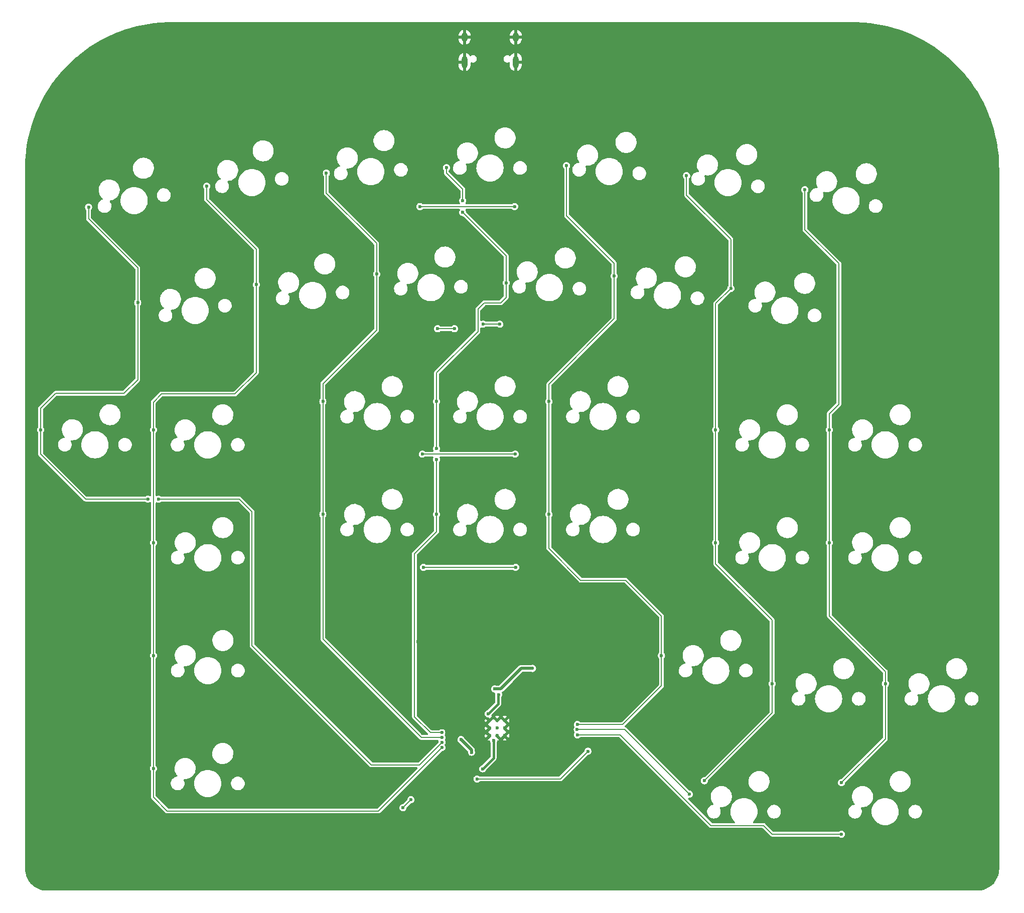
<source format=gbr>
%TF.GenerationSoftware,KiCad,Pcbnew,(6.0.1)*%
%TF.CreationDate,2023-02-18T19:59:14-08:00*%
%TF.ProjectId,StealthPad,53746561-6c74-4685-9061-642e6b696361,rev?*%
%TF.SameCoordinates,Original*%
%TF.FileFunction,Copper,L1,Top*%
%TF.FilePolarity,Positive*%
%FSLAX46Y46*%
G04 Gerber Fmt 4.6, Leading zero omitted, Abs format (unit mm)*
G04 Created by KiCad (PCBNEW (6.0.1)) date 2023-02-18 19:59:14*
%MOMM*%
%LPD*%
G01*
G04 APERTURE LIST*
%TA.AperFunction,ComponentPad*%
%ADD10C,0.600000*%
%TD*%
%TA.AperFunction,ComponentPad*%
%ADD11O,1.000000X2.100000*%
%TD*%
%TA.AperFunction,ComponentPad*%
%ADD12O,1.000000X1.600000*%
%TD*%
%TA.AperFunction,ViaPad*%
%ADD13C,0.600000*%
%TD*%
%TA.AperFunction,Conductor*%
%ADD14C,0.500000*%
%TD*%
%TA.AperFunction,Conductor*%
%ADD15C,0.381000*%
%TD*%
%TA.AperFunction,Conductor*%
%ADD16C,0.200000*%
%TD*%
G04 APERTURE END LIST*
D10*
%TO.P,U3,57,GND*%
%TO.N,GND*%
X116250000Y-175825000D03*
X114975000Y-175825000D03*
X114975000Y-177100000D03*
X116250000Y-178375000D03*
X114975000Y-178375000D03*
X113700000Y-178375000D03*
X113700000Y-175825000D03*
X113700000Y-177100000D03*
X116250000Y-177100000D03*
%TD*%
D11*
%TO.P,J1,S1,SHIELD*%
%TO.N,GND*%
X118120000Y-64680000D03*
D12*
X118120000Y-60500000D03*
X109480000Y-60500000D03*
D11*
X109480000Y-64680000D03*
%TD*%
D13*
%TO.N,+3V3*%
X114575000Y-170500000D03*
X120950000Y-167025000D03*
X108875000Y-179050000D03*
X110650000Y-181175000D03*
%TO.N,GND*%
X57860000Y-139810000D03*
X110100000Y-71710000D03*
X98350000Y-189860000D03*
X117400000Y-166775000D03*
X56020000Y-139810000D03*
X110075000Y-168350000D03*
X114700000Y-165725000D03*
X105440000Y-107600000D03*
X123225000Y-190225000D03*
X107240000Y-108540000D03*
X113625000Y-192675000D03*
X99670000Y-188520000D03*
X56020000Y-137250000D03*
X107500000Y-160525000D03*
X115500000Y-166775000D03*
X120450000Y-171525000D03*
X107260000Y-107590000D03*
X101180000Y-189920000D03*
X57850000Y-137240000D03*
X116675000Y-71760000D03*
X102575000Y-156725000D03*
X105100000Y-182825000D03*
X115575000Y-70385000D03*
X101625000Y-162525000D03*
X105440000Y-108540000D03*
X112850000Y-165725000D03*
X107275000Y-171350000D03*
X112050000Y-168350000D03*
X99860000Y-191200000D03*
X125675000Y-181725000D03*
X118725000Y-165650000D03*
%TO.N,+1V1*%
X115217821Y-171448080D03*
X114375000Y-179200000D03*
X112550000Y-183975000D03*
X113475000Y-174675000D03*
%TO.N,ROW0*%
X101950000Y-89070000D03*
X117920000Y-89070000D03*
%TO.N,ROW1*%
X107760000Y-109700000D03*
X112600000Y-108930000D03*
X104930000Y-109700000D03*
X115430000Y-108930000D03*
%TO.N,ROW2*%
X102350000Y-130860000D03*
X118010000Y-130860000D03*
%TO.N,ROW3*%
X102540000Y-149960000D03*
X118090000Y-149960000D03*
%TO.N,ROW5*%
X99080000Y-190550000D03*
X100430000Y-189190000D03*
%TO.N,COL0*%
X56020000Y-138450000D03*
X37940000Y-126740000D03*
X46030000Y-89170000D03*
X105659753Y-179486646D03*
X57850000Y-138450000D03*
X54330000Y-105300000D03*
%TO.N,COL1*%
X56970000Y-183910000D03*
X65980000Y-85630000D03*
X105663434Y-180383434D03*
X74330000Y-102250000D03*
X56970000Y-126750000D03*
X56970000Y-164860000D03*
X56970000Y-145800000D03*
%TO.N,COL2*%
X94640000Y-100460000D03*
X86160000Y-83450000D03*
X105667178Y-178687178D03*
X85570000Y-141040000D03*
X85570000Y-121990000D03*
%TO.N,COL3*%
X109170000Y-90070000D03*
X109170000Y-88090000D03*
X104750000Y-121990000D03*
X116500000Y-101950000D03*
X104750000Y-131770000D03*
X104750000Y-129950000D03*
X106410000Y-82510000D03*
X104749500Y-141040000D03*
X105639309Y-177867225D03*
%TO.N,COL4*%
X142710000Y-164850000D03*
X134730000Y-100810000D03*
X123720000Y-141040000D03*
X126698791Y-82181209D03*
X123720000Y-121990000D03*
X128510000Y-176500000D03*
%TO.N,COL5*%
X128490000Y-177330000D03*
X154420000Y-102870000D03*
X151860000Y-126750000D03*
X151860000Y-145800000D03*
X147430000Y-188270000D03*
X146944408Y-83865592D03*
X149930000Y-185990000D03*
X161390000Y-169610000D03*
%TO.N,COL6*%
X173090000Y-186310000D03*
X171040000Y-145800000D03*
X166910000Y-86220000D03*
X173080000Y-195000000D03*
X180490000Y-169610000D03*
X128510000Y-178230000D03*
X171040000Y-126750000D03*
%TO.N,Net-(R2-Pad2)*%
X130300000Y-181010000D03*
X111580000Y-185680000D03*
%TD*%
D14*
%TO.N,+3V3*%
X120950000Y-167025000D02*
X119025000Y-167025000D01*
X115550000Y-170500000D02*
X114575000Y-170500000D01*
X110650000Y-181175000D02*
X110650000Y-180825000D01*
X110650000Y-180825000D02*
X108875000Y-179050000D01*
X119025000Y-167025000D02*
X115550000Y-170500000D01*
D15*
%TO.N,+1V1*%
X115175000Y-171490901D02*
X115217821Y-171448080D01*
X115175000Y-172975000D02*
X115175000Y-171490901D01*
X114375000Y-182150000D02*
X112550000Y-183975000D01*
X114375000Y-179200000D02*
X114375000Y-182150000D01*
X115175000Y-172975000D02*
X113475000Y-174675000D01*
D16*
%TO.N,ROW0*%
X101950000Y-89070000D02*
X117920000Y-89070000D01*
%TO.N,ROW1*%
X104930000Y-109700000D02*
X107760000Y-109700000D01*
X112600000Y-108930000D02*
X115430000Y-108930000D01*
%TO.N,ROW2*%
X102350000Y-130860000D02*
X118010000Y-130860000D01*
%TO.N,ROW3*%
X118090000Y-149960000D02*
X102540000Y-149960000D01*
%TO.N,ROW5*%
X100430000Y-189200000D02*
X99080000Y-190550000D01*
X100430000Y-189190000D02*
X100430000Y-189200000D01*
%TO.N,COL0*%
X52000000Y-120610000D02*
X40460000Y-120610000D01*
X37940000Y-130840000D02*
X45550000Y-138450000D01*
X73620000Y-140600000D02*
X71470000Y-138450000D01*
X40460000Y-120610000D02*
X37940000Y-123130000D01*
X54330000Y-118280000D02*
X52000000Y-120610000D01*
X37940000Y-123130000D02*
X37940000Y-126740000D01*
X54330000Y-105300000D02*
X54330000Y-118280000D01*
X46030000Y-89170000D02*
X46030000Y-91140000D01*
X105659753Y-179539293D02*
X101889046Y-183310000D01*
X46030000Y-91140000D02*
X54330000Y-99440000D01*
X54330000Y-99440000D02*
X54330000Y-105300000D01*
X105659753Y-179486646D02*
X105659753Y-179539293D01*
X37940000Y-126740000D02*
X37940000Y-130840000D01*
X71470000Y-138450000D02*
X57850000Y-138450000D01*
X73620000Y-163160000D02*
X73620000Y-140600000D01*
X101889046Y-183310000D02*
X93770000Y-183310000D01*
X45550000Y-138450000D02*
X56020000Y-138450000D01*
X93770000Y-183310000D02*
X73620000Y-163160000D01*
%TO.N,COL1*%
X58350000Y-120700000D02*
X56970000Y-122080000D01*
X56970000Y-164860000D02*
X56970000Y-183910000D01*
X56970000Y-188760000D02*
X56970000Y-183910000D01*
X56970000Y-122080000D02*
X56970000Y-126750000D01*
X65980000Y-87940000D02*
X74330000Y-96290000D01*
X105663434Y-180383434D02*
X105663434Y-180386566D01*
X74330000Y-96290000D02*
X74330000Y-102250000D01*
X105663434Y-180386566D02*
X94960000Y-191090000D01*
X70750000Y-120700000D02*
X58350000Y-120700000D01*
X74330000Y-102250000D02*
X74330000Y-117120000D01*
X65980000Y-85630000D02*
X65980000Y-87940000D01*
X94960000Y-191090000D02*
X59300000Y-191090000D01*
X74330000Y-117120000D02*
X70750000Y-120700000D01*
X56970000Y-126750000D02*
X56970000Y-145800000D01*
X56970000Y-145800000D02*
X56970000Y-164860000D01*
X59300000Y-191090000D02*
X56970000Y-188760000D01*
%TO.N,COL2*%
X102187178Y-178687178D02*
X85570000Y-162070000D01*
X85570000Y-162070000D02*
X85570000Y-141040000D01*
X85570000Y-121990000D02*
X85570000Y-141040000D01*
X85570000Y-118970000D02*
X85570000Y-121990000D01*
X94640000Y-95310000D02*
X94640000Y-100460000D01*
X94640000Y-109900000D02*
X85570000Y-118970000D01*
X86160000Y-86830000D02*
X94640000Y-95310000D01*
X94640000Y-100460000D02*
X94640000Y-109900000D01*
X105667178Y-178687178D02*
X102187178Y-178687178D01*
X86160000Y-83450000D02*
X86160000Y-86830000D01*
%TO.N,COL3*%
X104750000Y-117150000D02*
X111750000Y-110150000D01*
X111750000Y-110150000D02*
X111750000Y-106380000D01*
X104749500Y-131770500D02*
X104750000Y-131770000D01*
X104750000Y-121990000D02*
X104750000Y-117150000D01*
X109170000Y-86170000D02*
X106410000Y-83410000D01*
X112810000Y-105320000D02*
X115570000Y-105320000D01*
X101025489Y-175185489D02*
X101025489Y-147674511D01*
X116500000Y-104390000D02*
X116500000Y-101950000D01*
X103707225Y-177867225D02*
X101025489Y-175185489D01*
X104749500Y-143950500D02*
X104749500Y-141040000D01*
X106410000Y-83410000D02*
X106410000Y-82510000D01*
X104750000Y-129950000D02*
X104750000Y-121990000D01*
X109170000Y-88090000D02*
X109170000Y-86170000D01*
X111750000Y-106380000D02*
X112810000Y-105320000D01*
X116500000Y-97400000D02*
X109170000Y-90070000D01*
X115570000Y-105320000D02*
X116500000Y-104390000D01*
X105639309Y-177867225D02*
X103707225Y-177867225D01*
X104749500Y-141040000D02*
X104749500Y-131770500D01*
X101025489Y-147674511D02*
X104749500Y-143950500D01*
X116500000Y-101950000D02*
X116500000Y-97400000D01*
%TO.N,COL4*%
X126698791Y-90608791D02*
X134730000Y-98640000D01*
X142710000Y-169980000D02*
X136190000Y-176500000D01*
X136190000Y-176500000D02*
X128510000Y-176500000D01*
X142710000Y-158180000D02*
X142710000Y-164850000D01*
X134730000Y-98640000D02*
X134730000Y-100810000D01*
X136680000Y-152150000D02*
X142710000Y-158180000D01*
X123720000Y-121990000D02*
X123720000Y-141040000D01*
X134730000Y-108020000D02*
X123720000Y-119030000D01*
X123720000Y-146790000D02*
X129080000Y-152150000D01*
X126698791Y-82181209D02*
X126698791Y-90608791D01*
X123720000Y-119030000D02*
X123720000Y-121990000D01*
X134730000Y-100810000D02*
X134730000Y-108020000D01*
X142710000Y-164850000D02*
X142710000Y-169980000D01*
X129080000Y-152150000D02*
X136680000Y-152150000D01*
X123720000Y-141040000D02*
X123720000Y-146790000D01*
%TO.N,COL5*%
X151860000Y-145800000D02*
X151860000Y-149360000D01*
X151860000Y-126750000D02*
X151860000Y-145800000D01*
X128490000Y-177330000D02*
X136490000Y-177330000D01*
X154420000Y-94600000D02*
X154420000Y-102870000D01*
X146944408Y-87124408D02*
X154420000Y-94600000D01*
X151860000Y-105430000D02*
X151860000Y-126750000D01*
X161390000Y-174530000D02*
X149930000Y-185990000D01*
X161390000Y-169610000D02*
X161390000Y-174530000D01*
X136490000Y-177330000D02*
X147430000Y-188270000D01*
X154420000Y-102870000D02*
X151860000Y-105430000D01*
X161390000Y-158890000D02*
X161390000Y-169610000D01*
X151860000Y-149360000D02*
X161390000Y-158890000D01*
X146944408Y-83865592D02*
X146944408Y-87124408D01*
%TO.N,COL6*%
X180490000Y-167600000D02*
X180490000Y-169610000D01*
X166910000Y-86220000D02*
X166910000Y-92960000D01*
X171040000Y-124030000D02*
X171040000Y-126750000D01*
X180490000Y-169610000D02*
X180490000Y-178900000D01*
X173090000Y-186300000D02*
X180490000Y-178900000D01*
X172630000Y-98680000D02*
X172630000Y-122440000D01*
X166910000Y-92960000D02*
X172630000Y-98680000D01*
X173090000Y-186310000D02*
X173090000Y-186300000D01*
X161420000Y-195000000D02*
X173080000Y-195000000D01*
X159962111Y-193542111D02*
X161420000Y-195000000D01*
X171040000Y-145800000D02*
X171040000Y-158150000D01*
X135770000Y-178230000D02*
X151082111Y-193542111D01*
X151082111Y-193542111D02*
X159962111Y-193542111D01*
X171040000Y-158150000D02*
X180490000Y-167600000D01*
X171040000Y-126750000D02*
X171040000Y-145800000D01*
X128510000Y-178230000D02*
X135770000Y-178230000D01*
X172630000Y-122440000D02*
X171040000Y-124030000D01*
%TO.N,Net-(R2-Pad2)*%
X111580000Y-185680000D02*
X125630000Y-185680000D01*
X125630000Y-185680000D02*
X130300000Y-181010000D01*
%TD*%
%TA.AperFunction,Conductor*%
%TO.N,GND*%
G36*
X174986593Y-57952264D02*
G01*
X175000000Y-57954628D01*
X175012836Y-57952365D01*
X175017298Y-57952365D01*
X175038127Y-57950749D01*
X175264749Y-57955199D01*
X175966783Y-57968985D01*
X175972610Y-57969214D01*
X176304053Y-57988760D01*
X176935017Y-58025970D01*
X176940849Y-58026429D01*
X177900270Y-58120923D01*
X177906077Y-58121610D01*
X178861025Y-58253696D01*
X178866801Y-58254611D01*
X179815884Y-58424095D01*
X179821586Y-58425230D01*
X180763248Y-58631837D01*
X180768937Y-58633203D01*
X181701745Y-58876616D01*
X181707376Y-58878204D01*
X182228441Y-59036267D01*
X182629935Y-59158059D01*
X182635461Y-59159855D01*
X183546352Y-59475724D01*
X183551793Y-59477731D01*
X184449573Y-59829115D01*
X184454935Y-59831336D01*
X184819238Y-59990685D01*
X185338209Y-60217688D01*
X185343522Y-60220137D01*
X186210950Y-60640869D01*
X186216158Y-60643523D01*
X187066385Y-61097980D01*
X187071451Y-61100817D01*
X187903213Y-61588321D01*
X187908148Y-61591344D01*
X188720146Y-62111139D01*
X188724937Y-62114340D01*
X189515903Y-62665612D01*
X189520622Y-62669041D01*
X190289296Y-63250911D01*
X190293863Y-63254511D01*
X190895331Y-63748123D01*
X191039108Y-63866118D01*
X191043557Y-63869918D01*
X191764203Y-64510300D01*
X191768499Y-64514272D01*
X192463429Y-65182434D01*
X192467566Y-65186571D01*
X193135728Y-65881501D01*
X193139700Y-65885797D01*
X193780082Y-66606443D01*
X193783880Y-66610889D01*
X194357365Y-67309682D01*
X194395478Y-67356123D01*
X194399100Y-67360718D01*
X194980959Y-68129378D01*
X194984388Y-68134097D01*
X195535660Y-68925063D01*
X195538861Y-68929854D01*
X196058656Y-69741852D01*
X196061679Y-69746787D01*
X196549183Y-70578549D01*
X196552031Y-70583634D01*
X197006474Y-71433837D01*
X197009131Y-71439050D01*
X197429863Y-72306478D01*
X197432312Y-72311791D01*
X197818664Y-73195065D01*
X197820885Y-73200427D01*
X198172269Y-74098207D01*
X198174276Y-74103648D01*
X198490139Y-75014519D01*
X198491947Y-75020084D01*
X198771796Y-75942624D01*
X198773384Y-75948255D01*
X199016797Y-76881063D01*
X199018163Y-76886751D01*
X199223721Y-77823627D01*
X199224767Y-77828396D01*
X199225905Y-77834116D01*
X199387538Y-78739231D01*
X199395389Y-78783196D01*
X199396304Y-78788972D01*
X199523476Y-79708396D01*
X199528389Y-79743919D01*
X199529077Y-79749730D01*
X199623571Y-80709151D01*
X199624030Y-80714983D01*
X199656915Y-81272611D01*
X199680523Y-81672912D01*
X199680786Y-81677380D01*
X199681015Y-81683217D01*
X199694108Y-82349994D01*
X199699251Y-82611873D01*
X199697635Y-82632702D01*
X199697635Y-82637164D01*
X199695372Y-82650000D01*
X199697636Y-82662838D01*
X199697736Y-82663407D01*
X199700000Y-82689280D01*
X199700000Y-200800720D01*
X199697736Y-200826593D01*
X199695372Y-200840000D01*
X199697636Y-200852839D01*
X199697636Y-200865876D01*
X199697457Y-200865876D01*
X199698171Y-200877236D01*
X199682542Y-201195361D01*
X199681109Y-201209905D01*
X199641379Y-201477744D01*
X199629981Y-201554586D01*
X199627129Y-201568927D01*
X199542457Y-201906955D01*
X199538212Y-201920947D01*
X199420819Y-202249040D01*
X199415226Y-202262542D01*
X199340732Y-202420048D01*
X199266240Y-202577547D01*
X199259348Y-202590442D01*
X199080200Y-202889333D01*
X199072076Y-202901491D01*
X198864500Y-203181375D01*
X198855224Y-203192678D01*
X198621211Y-203450871D01*
X198610871Y-203461211D01*
X198352678Y-203695224D01*
X198341375Y-203704500D01*
X198061491Y-203912076D01*
X198049333Y-203920200D01*
X197750442Y-204099348D01*
X197737547Y-204106240D01*
X197580049Y-204180731D01*
X197422542Y-204255226D01*
X197409040Y-204260819D01*
X197080947Y-204378212D01*
X197066955Y-204382457D01*
X196728927Y-204467129D01*
X196714586Y-204469981D01*
X196637744Y-204481379D01*
X196369905Y-204521109D01*
X196355366Y-204522541D01*
X196150320Y-204532615D01*
X196037236Y-204538171D01*
X196025876Y-204537457D01*
X196025876Y-204537636D01*
X196012839Y-204537636D01*
X196000000Y-204535372D01*
X195987160Y-204537636D01*
X195986593Y-204537736D01*
X195960720Y-204540000D01*
X39039280Y-204540000D01*
X39013407Y-204537736D01*
X39000000Y-204535372D01*
X38987163Y-204537635D01*
X38974126Y-204537635D01*
X38974126Y-204537455D01*
X38962768Y-204538168D01*
X38765141Y-204528444D01*
X38644083Y-204522487D01*
X38629508Y-204521049D01*
X38284288Y-204469757D01*
X38269926Y-204466896D01*
X37931398Y-204381959D01*
X37917385Y-204377701D01*
X37588832Y-204259940D01*
X37575304Y-204254326D01*
X37259913Y-204104885D01*
X37247003Y-204097972D01*
X37119054Y-204021133D01*
X36947789Y-203918280D01*
X36935629Y-203910140D01*
X36655487Y-203701930D01*
X36644201Y-203692646D01*
X36385857Y-203457946D01*
X36375526Y-203447589D01*
X36141480Y-203188669D01*
X36132212Y-203177344D01*
X35924712Y-202896693D01*
X35916595Y-202884503D01*
X35737662Y-202584857D01*
X35730780Y-202571930D01*
X35582118Y-202256145D01*
X35576539Y-202242604D01*
X35496672Y-202018008D01*
X35459601Y-201913759D01*
X35455381Y-201899746D01*
X35371289Y-201561003D01*
X35368464Y-201546633D01*
X35318037Y-201201293D01*
X35316635Y-201186714D01*
X35301751Y-200867983D01*
X35302492Y-200856627D01*
X35302310Y-200856627D01*
X35302343Y-200843597D01*
X35304639Y-200830761D01*
X35302211Y-200816785D01*
X35300012Y-200791280D01*
X35300005Y-126740000D01*
X37334318Y-126740000D01*
X37335593Y-126749685D01*
X37350666Y-126864173D01*
X37354956Y-126896762D01*
X37358693Y-126905784D01*
X37403441Y-127013814D01*
X37415464Y-127042841D01*
X37421410Y-127050590D01*
X37508710Y-127164362D01*
X37538225Y-127235619D01*
X37539500Y-127255067D01*
X37539500Y-130903433D01*
X37545740Y-130922636D01*
X37551197Y-130945369D01*
X37554354Y-130965304D01*
X37559679Y-130975754D01*
X37559679Y-130975755D01*
X37563518Y-130983289D01*
X37572467Y-131004895D01*
X37578704Y-131024090D01*
X37585594Y-131033573D01*
X37585597Y-131033579D01*
X37590570Y-131040423D01*
X37602785Y-131060356D01*
X37606625Y-131067892D01*
X37606627Y-131067895D01*
X37611950Y-131078342D01*
X37634513Y-131100905D01*
X37634516Y-131100909D01*
X45221950Y-138688342D01*
X45311658Y-138778050D01*
X45322103Y-138783372D01*
X45329647Y-138787216D01*
X45349583Y-138799433D01*
X45365910Y-138811296D01*
X45377064Y-138814920D01*
X45377066Y-138814921D01*
X45385108Y-138817534D01*
X45406706Y-138826480D01*
X45414246Y-138830322D01*
X45414249Y-138830323D01*
X45424696Y-138835646D01*
X45444648Y-138838806D01*
X45467364Y-138844260D01*
X45486567Y-138850499D01*
X45518477Y-138850499D01*
X45518481Y-138850500D01*
X55504933Y-138850500D01*
X55579433Y-138870462D01*
X55595638Y-138881290D01*
X55647275Y-138920912D01*
X55717159Y-138974536D01*
X55726182Y-138978274D01*
X55726183Y-138978274D01*
X55767331Y-138995318D01*
X55863238Y-139035044D01*
X55872919Y-139036319D01*
X55872921Y-139036319D01*
X56010315Y-139054407D01*
X56020000Y-139055682D01*
X56029685Y-139054407D01*
X56167079Y-139036319D01*
X56167081Y-139036319D01*
X56176762Y-139035044D01*
X56272669Y-138995318D01*
X56313817Y-138978274D01*
X56313818Y-138978274D01*
X56322841Y-138974536D01*
X56330590Y-138968590D01*
X56339046Y-138963708D01*
X56339819Y-138965047D01*
X56401051Y-138939685D01*
X56477520Y-138949752D01*
X56538710Y-138996704D01*
X56568225Y-139067961D01*
X56569500Y-139087410D01*
X56569500Y-145284933D01*
X56549538Y-145359433D01*
X56538710Y-145375638D01*
X56445464Y-145497159D01*
X56384956Y-145643238D01*
X56383681Y-145652919D01*
X56383681Y-145652921D01*
X56377382Y-145700770D01*
X56364318Y-145800000D01*
X56384956Y-145956762D01*
X56388693Y-145965784D01*
X56429431Y-146064133D01*
X56445464Y-146102841D01*
X56451410Y-146110590D01*
X56538710Y-146224362D01*
X56568225Y-146295619D01*
X56569500Y-146315067D01*
X56569500Y-164344933D01*
X56549538Y-164419433D01*
X56538710Y-164435638D01*
X56445464Y-164557159D01*
X56384956Y-164703238D01*
X56383681Y-164712919D01*
X56383681Y-164712921D01*
X56365593Y-164850315D01*
X56364318Y-164860000D01*
X56365593Y-164869685D01*
X56382703Y-164999646D01*
X56384956Y-165016762D01*
X56388693Y-165025784D01*
X56429431Y-165124133D01*
X56445464Y-165162841D01*
X56451410Y-165170590D01*
X56538710Y-165284362D01*
X56568225Y-165355619D01*
X56569500Y-165375067D01*
X56569500Y-183394933D01*
X56549538Y-183469433D01*
X56538710Y-183485638D01*
X56445464Y-183607159D01*
X56441726Y-183616182D01*
X56441726Y-183616183D01*
X56418540Y-183672159D01*
X56384956Y-183753238D01*
X56383681Y-183762919D01*
X56383681Y-183762921D01*
X56375124Y-183827921D01*
X56364318Y-183910000D01*
X56365593Y-183919685D01*
X56381615Y-184041381D01*
X56384956Y-184066762D01*
X56388693Y-184075784D01*
X56429431Y-184174133D01*
X56445464Y-184212841D01*
X56451410Y-184220590D01*
X56538710Y-184334362D01*
X56568225Y-184405619D01*
X56569500Y-184425067D01*
X56569500Y-188823433D01*
X56575740Y-188842636D01*
X56581197Y-188865369D01*
X56584354Y-188885304D01*
X56589679Y-188895754D01*
X56589679Y-188895755D01*
X56593518Y-188903289D01*
X56602467Y-188924895D01*
X56608704Y-188944090D01*
X56615594Y-188953573D01*
X56615597Y-188953579D01*
X56620570Y-188960423D01*
X56632785Y-188980356D01*
X56636625Y-188987892D01*
X56636627Y-188987895D01*
X56641950Y-188998342D01*
X56664513Y-189020905D01*
X56664516Y-189020909D01*
X59039091Y-191395484D01*
X59039095Y-191395487D01*
X59061658Y-191418050D01*
X59076070Y-191425393D01*
X59079649Y-191427217D01*
X59099584Y-191439433D01*
X59115911Y-191451296D01*
X59135115Y-191457536D01*
X59156708Y-191466481D01*
X59174696Y-191475646D01*
X59186280Y-191477481D01*
X59186281Y-191477481D01*
X59194630Y-191478803D01*
X59217364Y-191484260D01*
X59236567Y-191490500D01*
X95023433Y-191490500D01*
X95042636Y-191484260D01*
X95065370Y-191478803D01*
X95073719Y-191477481D01*
X95073720Y-191477481D01*
X95085304Y-191475646D01*
X95103291Y-191466481D01*
X95124895Y-191457533D01*
X95127316Y-191456746D01*
X95132938Y-191454920D01*
X95132941Y-191454919D01*
X95144090Y-191451296D01*
X95153573Y-191444406D01*
X95153579Y-191444403D01*
X95160423Y-191439430D01*
X95180356Y-191427215D01*
X95187892Y-191423375D01*
X95187895Y-191423373D01*
X95198342Y-191418050D01*
X95220905Y-191395487D01*
X95220909Y-191395484D01*
X96066393Y-190550000D01*
X98474318Y-190550000D01*
X98475593Y-190559685D01*
X98491998Y-190684291D01*
X98494956Y-190706762D01*
X98555464Y-190852841D01*
X98651718Y-190978282D01*
X98777159Y-191074536D01*
X98786182Y-191078274D01*
X98786183Y-191078274D01*
X98811013Y-191088559D01*
X98923238Y-191135044D01*
X98932919Y-191136319D01*
X98932921Y-191136319D01*
X99070315Y-191154407D01*
X99080000Y-191155682D01*
X99089685Y-191154407D01*
X99227079Y-191136319D01*
X99227081Y-191136319D01*
X99236762Y-191135044D01*
X99348987Y-191088559D01*
X99373817Y-191078274D01*
X99373818Y-191078274D01*
X99382841Y-191074536D01*
X99508282Y-190978282D01*
X99604536Y-190852841D01*
X99665044Y-190706762D01*
X99668003Y-190684291D01*
X99685037Y-190554900D01*
X99714552Y-190483643D01*
X99727403Y-190468990D01*
X100360506Y-189835887D01*
X100427301Y-189797323D01*
X100446416Y-189793521D01*
X100577080Y-189776319D01*
X100577083Y-189776318D01*
X100586762Y-189775044D01*
X100595784Y-189771307D01*
X100723817Y-189718274D01*
X100723818Y-189718274D01*
X100732841Y-189714536D01*
X100858282Y-189618282D01*
X100954536Y-189492841D01*
X101015044Y-189346762D01*
X101017320Y-189329479D01*
X101034407Y-189199685D01*
X101035682Y-189190000D01*
X101021712Y-189083885D01*
X101016319Y-189042921D01*
X101016319Y-189042919D01*
X101015044Y-189033238D01*
X101009937Y-189020909D01*
X100958274Y-188896183D01*
X100958274Y-188896182D01*
X100954536Y-188887159D01*
X100858282Y-188761718D01*
X100732841Y-188665464D01*
X100586762Y-188604956D01*
X100577081Y-188603681D01*
X100577079Y-188603681D01*
X100439685Y-188585593D01*
X100430000Y-188584318D01*
X100420315Y-188585593D01*
X100282921Y-188603681D01*
X100282919Y-188603681D01*
X100273238Y-188604956D01*
X100127159Y-188665464D01*
X100001718Y-188761718D01*
X99905464Y-188887159D01*
X99901726Y-188896182D01*
X99901726Y-188896183D01*
X99850063Y-189020909D01*
X99844956Y-189033238D01*
X99843681Y-189042919D01*
X99843681Y-189042921D01*
X99838288Y-189083885D01*
X99824318Y-189190000D01*
X99822003Y-189189695D01*
X99805631Y-189250797D01*
X99781952Y-189281656D01*
X99161010Y-189902597D01*
X99094215Y-189941161D01*
X99075100Y-189944963D01*
X98932920Y-189963681D01*
X98932917Y-189963682D01*
X98923238Y-189964956D01*
X98914216Y-189968693D01*
X98890229Y-189978629D01*
X98777159Y-190025464D01*
X98651718Y-190121718D01*
X98555464Y-190247159D01*
X98551726Y-190256182D01*
X98551726Y-190256183D01*
X98501834Y-190376632D01*
X98494956Y-190393238D01*
X98493681Y-190402919D01*
X98493681Y-190402921D01*
X98480256Y-190504896D01*
X98474318Y-190550000D01*
X96066393Y-190550000D01*
X100936393Y-185680000D01*
X110974318Y-185680000D01*
X110975593Y-185689685D01*
X110988203Y-185785464D01*
X110994956Y-185836762D01*
X110998693Y-185845784D01*
X111046773Y-185961858D01*
X111055464Y-185982841D01*
X111151718Y-186108282D01*
X111277159Y-186204536D01*
X111423238Y-186265044D01*
X111432919Y-186266319D01*
X111432921Y-186266319D01*
X111570315Y-186284407D01*
X111580000Y-186285682D01*
X111589685Y-186284407D01*
X111727079Y-186266319D01*
X111727081Y-186266319D01*
X111736762Y-186265044D01*
X111882841Y-186204536D01*
X112004362Y-186111290D01*
X112075619Y-186081775D01*
X112095067Y-186080500D01*
X125693433Y-186080500D01*
X125712636Y-186074260D01*
X125735370Y-186068803D01*
X125743719Y-186067481D01*
X125743720Y-186067481D01*
X125755304Y-186065646D01*
X125773290Y-186056482D01*
X125794895Y-186047533D01*
X125797316Y-186046746D01*
X125802938Y-186044920D01*
X125802941Y-186044919D01*
X125814090Y-186041296D01*
X125823573Y-186034406D01*
X125823579Y-186034403D01*
X125830423Y-186029430D01*
X125850356Y-186017215D01*
X125857892Y-186013375D01*
X125857895Y-186013373D01*
X125868342Y-186008050D01*
X125890905Y-185985487D01*
X125890909Y-185985484D01*
X130218989Y-181657403D01*
X130285784Y-181618839D01*
X130304900Y-181615037D01*
X130447079Y-181596319D01*
X130447081Y-181596319D01*
X130456762Y-181595044D01*
X130602841Y-181534536D01*
X130728282Y-181438282D01*
X130824536Y-181312841D01*
X130862846Y-181220354D01*
X130881307Y-181175784D01*
X130885044Y-181166762D01*
X130894979Y-181091302D01*
X130904407Y-181019685D01*
X130905682Y-181010000D01*
X130900216Y-180968478D01*
X130886319Y-180862921D01*
X130886319Y-180862919D01*
X130885044Y-180853238D01*
X130855892Y-180782859D01*
X130828274Y-180716183D01*
X130828274Y-180716182D01*
X130824536Y-180707159D01*
X130728282Y-180581718D01*
X130602841Y-180485464D01*
X130456762Y-180424956D01*
X130447081Y-180423681D01*
X130447079Y-180423681D01*
X130309685Y-180405593D01*
X130300000Y-180404318D01*
X130290315Y-180405593D01*
X130152921Y-180423681D01*
X130152919Y-180423681D01*
X130143238Y-180424956D01*
X129997159Y-180485464D01*
X129871718Y-180581718D01*
X129775464Y-180707159D01*
X129771726Y-180716182D01*
X129771726Y-180716183D01*
X129744108Y-180782859D01*
X129714956Y-180853238D01*
X129713681Y-180862919D01*
X129713681Y-180862921D01*
X129694963Y-181005100D01*
X129665448Y-181076357D01*
X129652597Y-181091011D01*
X125507748Y-185235859D01*
X125440953Y-185274423D01*
X125402389Y-185279500D01*
X112095067Y-185279500D01*
X112020567Y-185259538D01*
X112004362Y-185248710D01*
X111890590Y-185161410D01*
X111882841Y-185155464D01*
X111736762Y-185094956D01*
X111727081Y-185093681D01*
X111727079Y-185093681D01*
X111589685Y-185075593D01*
X111580000Y-185074318D01*
X111570315Y-185075593D01*
X111432921Y-185093681D01*
X111432919Y-185093681D01*
X111423238Y-185094956D01*
X111277159Y-185155464D01*
X111151718Y-185251718D01*
X111055464Y-185377159D01*
X111051726Y-185386182D01*
X111051726Y-185386183D01*
X111010709Y-185485207D01*
X110994956Y-185523238D01*
X110993681Y-185532919D01*
X110993681Y-185532921D01*
X110975674Y-185669700D01*
X110974318Y-185680000D01*
X100936393Y-185680000D01*
X102641393Y-183975000D01*
X111944318Y-183975000D01*
X111945593Y-183984685D01*
X111957766Y-184077145D01*
X111964956Y-184131762D01*
X111968693Y-184140784D01*
X112006377Y-184231760D01*
X112025464Y-184277841D01*
X112121718Y-184403282D01*
X112247159Y-184499536D01*
X112256182Y-184503274D01*
X112256183Y-184503274D01*
X112330225Y-184533943D01*
X112393238Y-184560044D01*
X112402919Y-184561319D01*
X112402921Y-184561319D01*
X112540315Y-184579407D01*
X112550000Y-184580682D01*
X112559685Y-184579407D01*
X112697079Y-184561319D01*
X112697081Y-184561319D01*
X112706762Y-184560044D01*
X112769775Y-184533943D01*
X112843817Y-184503274D01*
X112843818Y-184503274D01*
X112852841Y-184499536D01*
X112978282Y-184403282D01*
X113074536Y-184277841D01*
X113093624Y-184231760D01*
X113131305Y-184140789D01*
X113131305Y-184140788D01*
X113135044Y-184131762D01*
X113136319Y-184122073D01*
X113138845Y-184112647D01*
X113141414Y-184113335D01*
X113165140Y-184056044D01*
X113177998Y-184041381D01*
X114672770Y-182546609D01*
X114681560Y-182538498D01*
X114687523Y-182533424D01*
X114696499Y-182527760D01*
X114730335Y-182489448D01*
X114736657Y-182482722D01*
X114747119Y-182472260D01*
X114752525Y-182465047D01*
X114760062Y-182455789D01*
X114789601Y-182422342D01*
X114794110Y-182412737D01*
X114799243Y-182404924D01*
X114803741Y-182396708D01*
X114810107Y-182388214D01*
X114825769Y-182346437D01*
X114830413Y-182335416D01*
X114836974Y-182321443D01*
X114849374Y-182295031D01*
X114851007Y-182284546D01*
X114853744Y-182275594D01*
X114855753Y-182266457D01*
X114859478Y-182256519D01*
X114862785Y-182212020D01*
X114864148Y-182200145D01*
X114865114Y-182193941D01*
X114865114Y-182193940D01*
X114866000Y-182188250D01*
X114866000Y-182174270D01*
X114866410Y-182163229D01*
X114867371Y-182150300D01*
X114869900Y-182116261D01*
X114867684Y-182105879D01*
X114866962Y-182095289D01*
X114867372Y-182095261D01*
X114866000Y-182082266D01*
X114866000Y-179597125D01*
X114885962Y-179522625D01*
X114890963Y-179515140D01*
X114893590Y-179510590D01*
X114899536Y-179502841D01*
X114912919Y-179470533D01*
X114956307Y-179365784D01*
X114960044Y-179356762D01*
X114968082Y-179295704D01*
X114997597Y-179224448D01*
X115058786Y-179177495D01*
X115102302Y-179166766D01*
X115128584Y-179164374D01*
X115144806Y-179161044D01*
X115299649Y-179110732D01*
X115314733Y-179103890D01*
X115320190Y-179100637D01*
X115327835Y-179092776D01*
X115891640Y-179092776D01*
X115893356Y-179095749D01*
X115894824Y-179096491D01*
X116047430Y-179153244D01*
X116063495Y-179157250D01*
X116224885Y-179178784D01*
X116241433Y-179179130D01*
X116403584Y-179164374D01*
X116419806Y-179161044D01*
X116574649Y-179110732D01*
X116589733Y-179103890D01*
X116595190Y-179100637D01*
X116606356Y-179089155D01*
X116604681Y-179083234D01*
X116263871Y-178742424D01*
X116250000Y-178734416D01*
X116236129Y-178742424D01*
X115899648Y-179078905D01*
X115891640Y-179092776D01*
X115327835Y-179092776D01*
X115331356Y-179089155D01*
X115329681Y-179083234D01*
X114726806Y-178480359D01*
X114688242Y-178413564D01*
X114688242Y-178336436D01*
X114726806Y-178269641D01*
X114869641Y-178126806D01*
X114936436Y-178088242D01*
X115013564Y-178088242D01*
X115080359Y-178126806D01*
X115598629Y-178645076D01*
X115612500Y-178653084D01*
X115626371Y-178645076D01*
X115896447Y-178375000D01*
X116609416Y-178375000D01*
X116617424Y-178388871D01*
X116953681Y-178725128D01*
X116967442Y-178733073D01*
X116973161Y-178724234D01*
X117026810Y-178583000D01*
X117030929Y-178566961D01*
X117054097Y-178402114D01*
X117054813Y-178392795D01*
X117054997Y-178379687D01*
X117054540Y-178370342D01*
X117035985Y-178204926D01*
X117032314Y-178188767D01*
X116978771Y-178035013D01*
X116974705Y-178026526D01*
X116965244Y-178017703D01*
X116958914Y-178019639D01*
X116617424Y-178361129D01*
X116609416Y-178375000D01*
X115896447Y-178375000D01*
X116520076Y-177751371D01*
X116528084Y-177737500D01*
X116520076Y-177723629D01*
X116001806Y-177205359D01*
X115963242Y-177138564D01*
X115963242Y-177100000D01*
X116609416Y-177100000D01*
X116617424Y-177113871D01*
X116953681Y-177450128D01*
X116967442Y-177458073D01*
X116973161Y-177449234D01*
X117026810Y-177308000D01*
X117030929Y-177291961D01*
X117054097Y-177127114D01*
X117054813Y-177117795D01*
X117054997Y-177104687D01*
X117054540Y-177095342D01*
X117035985Y-176929926D01*
X117032314Y-176913767D01*
X116978771Y-176760013D01*
X116974705Y-176751526D01*
X116965244Y-176742703D01*
X116958914Y-176744639D01*
X116617424Y-177086129D01*
X116609416Y-177100000D01*
X115963242Y-177100000D01*
X115963242Y-177061436D01*
X116001806Y-176994641D01*
X116520076Y-176476371D01*
X116528084Y-176462500D01*
X116520076Y-176448629D01*
X115896447Y-175825000D01*
X116609416Y-175825000D01*
X116617424Y-175838871D01*
X116953681Y-176175128D01*
X116967442Y-176183073D01*
X116973161Y-176174234D01*
X117026810Y-176033000D01*
X117030929Y-176016961D01*
X117054097Y-175852114D01*
X117054813Y-175842795D01*
X117054997Y-175829687D01*
X117054540Y-175820342D01*
X117035985Y-175654926D01*
X117032314Y-175638767D01*
X116978771Y-175485013D01*
X116974705Y-175476526D01*
X116965244Y-175467703D01*
X116958914Y-175469639D01*
X116617424Y-175811129D01*
X116609416Y-175825000D01*
X115896447Y-175825000D01*
X115626371Y-175554924D01*
X115612500Y-175546916D01*
X115598629Y-175554924D01*
X115080359Y-176073194D01*
X115013564Y-176111758D01*
X114936436Y-176111758D01*
X114869641Y-176073194D01*
X114351371Y-175554924D01*
X114337500Y-175546916D01*
X114323629Y-175554924D01*
X113429924Y-176448629D01*
X113421916Y-176462500D01*
X113429924Y-176476371D01*
X113948194Y-176994641D01*
X113986758Y-177061436D01*
X113986758Y-177138564D01*
X113948194Y-177205359D01*
X113429924Y-177723629D01*
X113421916Y-177737500D01*
X113429924Y-177751371D01*
X113948194Y-178269641D01*
X113986758Y-178336436D01*
X113986758Y-178413564D01*
X113948194Y-178480359D01*
X113349648Y-179078905D01*
X113341640Y-179092776D01*
X113343356Y-179095749D01*
X113344824Y-179096491D01*
X113497430Y-179153244D01*
X113513495Y-179157250D01*
X113655041Y-179176136D01*
X113726247Y-179205776D01*
X113773092Y-179267048D01*
X113783060Y-179304379D01*
X113789956Y-179356762D01*
X113793693Y-179365784D01*
X113837082Y-179470533D01*
X113850464Y-179502841D01*
X113856410Y-179510589D01*
X113861292Y-179519046D01*
X113858991Y-179520374D01*
X113882726Y-179577683D01*
X113884000Y-179597125D01*
X113884000Y-181884904D01*
X113864038Y-181959404D01*
X113840359Y-181990263D01*
X112483621Y-183347001D01*
X112416826Y-183385565D01*
X112407994Y-183387322D01*
X112402921Y-183388681D01*
X112393238Y-183389956D01*
X112384218Y-183393692D01*
X112384215Y-183393693D01*
X112256183Y-183446726D01*
X112247159Y-183450464D01*
X112121718Y-183546718D01*
X112025464Y-183672159D01*
X112021726Y-183681182D01*
X112021726Y-183681183D01*
X111968693Y-183809216D01*
X111964956Y-183818238D01*
X111944318Y-183975000D01*
X102641393Y-183975000D01*
X105586031Y-181030362D01*
X105652826Y-180991798D01*
X105671942Y-180987996D01*
X105810513Y-180969753D01*
X105810515Y-180969753D01*
X105820196Y-180968478D01*
X105829218Y-180964741D01*
X105957251Y-180911708D01*
X105957252Y-180911708D01*
X105966275Y-180907970D01*
X106091716Y-180811716D01*
X106187970Y-180686275D01*
X106248478Y-180540196D01*
X106250209Y-180527053D01*
X106267841Y-180393119D01*
X106269116Y-180383434D01*
X106252083Y-180254052D01*
X106249753Y-180236355D01*
X106249753Y-180236353D01*
X106248478Y-180226672D01*
X106187970Y-180080593D01*
X106144043Y-180023346D01*
X106114528Y-179952089D01*
X106124595Y-179875621D01*
X106144044Y-179841935D01*
X106178343Y-179797236D01*
X106184289Y-179789487D01*
X106194140Y-179765706D01*
X106241060Y-179652430D01*
X106244797Y-179643408D01*
X106246558Y-179630037D01*
X106264160Y-179496331D01*
X106265435Y-179486646D01*
X106248336Y-179356762D01*
X106246072Y-179339567D01*
X106246072Y-179339565D01*
X106244797Y-179329884D01*
X106229809Y-179293699D01*
X106188027Y-179192829D01*
X106188027Y-179192828D01*
X106184289Y-179183805D01*
X106178343Y-179176056D01*
X106173461Y-179167600D01*
X106176399Y-179165904D01*
X106153739Y-179111206D01*
X106161793Y-179050000D01*
X108269318Y-179050000D01*
X108270593Y-179059685D01*
X108288122Y-179192829D01*
X108289956Y-179206762D01*
X108293693Y-179215784D01*
X108337220Y-179320866D01*
X108350464Y-179352841D01*
X108446718Y-179478282D01*
X108572159Y-179574536D01*
X108581182Y-179578274D01*
X108581183Y-179578274D01*
X108628173Y-179597738D01*
X108676512Y-179630037D01*
X110012971Y-180966495D01*
X110051535Y-181033290D01*
X110055337Y-181091302D01*
X110044318Y-181175000D01*
X110045593Y-181184685D01*
X110049561Y-181214821D01*
X110064956Y-181331762D01*
X110125464Y-181477841D01*
X110221718Y-181603282D01*
X110347159Y-181699536D01*
X110493238Y-181760044D01*
X110502919Y-181761319D01*
X110502921Y-181761319D01*
X110640315Y-181779407D01*
X110650000Y-181780682D01*
X110659685Y-181779407D01*
X110797079Y-181761319D01*
X110797081Y-181761319D01*
X110806762Y-181760044D01*
X110952841Y-181699536D01*
X111078282Y-181603282D01*
X111174536Y-181477841D01*
X111235044Y-181331762D01*
X111250440Y-181214821D01*
X111254407Y-181184685D01*
X111255682Y-181175000D01*
X111244625Y-181091011D01*
X111236319Y-181027921D01*
X111236319Y-181027919D01*
X111235044Y-181018238D01*
X111211842Y-180962224D01*
X111200500Y-180905204D01*
X111200500Y-180840478D01*
X111200631Y-180834239D01*
X111202784Y-180782859D01*
X111203210Y-180772706D01*
X111200890Y-180762817D01*
X111200890Y-180762812D01*
X111193521Y-180731396D01*
X111190963Y-180717594D01*
X111186585Y-180685632D01*
X111186584Y-180685629D01*
X111185206Y-180675568D01*
X111180049Y-180663651D01*
X111171732Y-180638501D01*
X111171088Y-180635754D01*
X111171087Y-180635751D01*
X111168768Y-180625864D01*
X111148330Y-180588687D01*
X111142154Y-180576081D01*
X111129337Y-180546462D01*
X111129336Y-180546461D01*
X111125305Y-180537145D01*
X111117133Y-180527053D01*
X111102363Y-180505072D01*
X111100780Y-180502191D01*
X111096107Y-180493692D01*
X111089103Y-180485578D01*
X111065416Y-180461891D01*
X111054980Y-180450301D01*
X111036778Y-180427823D01*
X111036777Y-180427822D01*
X111030386Y-180419930D01*
X111016624Y-180410150D01*
X110997584Y-180394059D01*
X110233562Y-179630037D01*
X109455037Y-178851513D01*
X109422738Y-178803173D01*
X109403275Y-178756185D01*
X109403274Y-178756183D01*
X109399536Y-178747159D01*
X109303282Y-178621718D01*
X109177841Y-178525464D01*
X109031762Y-178464956D01*
X109022081Y-178463681D01*
X109022079Y-178463681D01*
X108884685Y-178445593D01*
X108875000Y-178444318D01*
X108865315Y-178445593D01*
X108727921Y-178463681D01*
X108727919Y-178463681D01*
X108718238Y-178464956D01*
X108572159Y-178525464D01*
X108446718Y-178621718D01*
X108350464Y-178747159D01*
X108346726Y-178756182D01*
X108346726Y-178756183D01*
X108310376Y-178843940D01*
X108289956Y-178893238D01*
X108288681Y-178902919D01*
X108288681Y-178902921D01*
X108271081Y-179036611D01*
X108269318Y-179050000D01*
X106161793Y-179050000D01*
X106163802Y-179034737D01*
X106183254Y-179001044D01*
X106191714Y-178990019D01*
X106252222Y-178843940D01*
X106255859Y-178816319D01*
X106271585Y-178696863D01*
X106272860Y-178687178D01*
X106269056Y-178658282D01*
X106253497Y-178540099D01*
X106253497Y-178540097D01*
X106252222Y-178530416D01*
X106231488Y-178480359D01*
X106195452Y-178393361D01*
X106195452Y-178393360D01*
X106191714Y-178384337D01*
X106185770Y-178376591D01*
X106185768Y-178376587D01*
X106182283Y-178372046D01*
X112895828Y-178372046D01*
X112911719Y-178534096D01*
X112915159Y-178550281D01*
X112966555Y-178704785D01*
X112973498Y-178719809D01*
X112973950Y-178720556D01*
X112985510Y-178731642D01*
X112991564Y-178729883D01*
X113332576Y-178388871D01*
X113340584Y-178375000D01*
X113332576Y-178361129D01*
X112996526Y-178025079D01*
X112982655Y-178017071D01*
X112978818Y-178019286D01*
X112976047Y-178024870D01*
X112920361Y-178177867D01*
X112916467Y-178193961D01*
X112896060Y-178355499D01*
X112895828Y-178372046D01*
X106182283Y-178372046D01*
X106164985Y-178349503D01*
X106135469Y-178278246D01*
X106145536Y-178201778D01*
X106154157Y-178184295D01*
X106157897Y-178177818D01*
X106163845Y-178170066D01*
X106190562Y-178105567D01*
X106220616Y-178033009D01*
X106224353Y-178023987D01*
X106244991Y-177867225D01*
X106241323Y-177839362D01*
X106225628Y-177720146D01*
X106225628Y-177720144D01*
X106224353Y-177710463D01*
X106163845Y-177564384D01*
X106067591Y-177438943D01*
X105942150Y-177342689D01*
X105888135Y-177320315D01*
X105805093Y-177285918D01*
X105796071Y-177282181D01*
X105786390Y-177280906D01*
X105786388Y-177280906D01*
X105648994Y-177262818D01*
X105639309Y-177261543D01*
X105629624Y-177262818D01*
X105492230Y-177280906D01*
X105492228Y-177280906D01*
X105482547Y-177282181D01*
X105473525Y-177285918D01*
X105390484Y-177320315D01*
X105336468Y-177342689D01*
X105328719Y-177348635D01*
X105214947Y-177435935D01*
X105143690Y-177465450D01*
X105124242Y-177466725D01*
X103934835Y-177466725D01*
X103860335Y-177446763D01*
X103829476Y-177423084D01*
X103503438Y-177097046D01*
X112895828Y-177097046D01*
X112911719Y-177259096D01*
X112915159Y-177275281D01*
X112966555Y-177429785D01*
X112973498Y-177444809D01*
X112973950Y-177445556D01*
X112985510Y-177456642D01*
X112991564Y-177454883D01*
X113332576Y-177113871D01*
X113340584Y-177100000D01*
X113332576Y-177086129D01*
X112996526Y-176750079D01*
X112982655Y-176742071D01*
X112978818Y-176744286D01*
X112976047Y-176749870D01*
X112920361Y-176902867D01*
X112916467Y-176918961D01*
X112896060Y-177080499D01*
X112895828Y-177097046D01*
X103503438Y-177097046D01*
X102228439Y-175822046D01*
X112895828Y-175822046D01*
X112911719Y-175984096D01*
X112915159Y-176000281D01*
X112966555Y-176154785D01*
X112973498Y-176169809D01*
X112973950Y-176170556D01*
X112985510Y-176181642D01*
X112991564Y-176179883D01*
X113332576Y-175838871D01*
X113340584Y-175825000D01*
X113332576Y-175811129D01*
X112996526Y-175475079D01*
X112982655Y-175467071D01*
X112978818Y-175469286D01*
X112976047Y-175474870D01*
X112920361Y-175627867D01*
X112916467Y-175643961D01*
X112896060Y-175805499D01*
X112895828Y-175822046D01*
X102228439Y-175822046D01*
X101469630Y-175063237D01*
X101431066Y-174996442D01*
X101425989Y-174957878D01*
X101425989Y-174675000D01*
X112869318Y-174675000D01*
X112870593Y-174684685D01*
X112884578Y-174790909D01*
X112889956Y-174831762D01*
X112893693Y-174840784D01*
X112932601Y-174934715D01*
X112950464Y-174977841D01*
X113046718Y-175103282D01*
X113172159Y-175199536D01*
X113318238Y-175260044D01*
X113327919Y-175261319D01*
X113327921Y-175261319D01*
X113373501Y-175267319D01*
X113464280Y-175279271D01*
X113535535Y-175308785D01*
X113550189Y-175321636D01*
X113686129Y-175457576D01*
X113700000Y-175465584D01*
X113713871Y-175457576D01*
X114049516Y-175121931D01*
X114056319Y-175110147D01*
X114618043Y-175110147D01*
X114619888Y-175116335D01*
X114961129Y-175457576D01*
X114975000Y-175465584D01*
X114988871Y-175457576D01*
X115324516Y-175121931D01*
X115331319Y-175110147D01*
X115893043Y-175110147D01*
X115894888Y-175116335D01*
X116236129Y-175457576D01*
X116250000Y-175465584D01*
X116263871Y-175457576D01*
X116599516Y-175121931D01*
X116607524Y-175108060D01*
X116604821Y-175103377D01*
X116595069Y-175098621D01*
X116441686Y-175044004D01*
X116425563Y-175040222D01*
X116263887Y-175020944D01*
X116247340Y-175020828D01*
X116085404Y-175037848D01*
X116069246Y-175041400D01*
X115915105Y-175093874D01*
X115903082Y-175099532D01*
X115893043Y-175110147D01*
X115331319Y-175110147D01*
X115332524Y-175108060D01*
X115329821Y-175103377D01*
X115320069Y-175098621D01*
X115166686Y-175044004D01*
X115150563Y-175040222D01*
X114988887Y-175020944D01*
X114972340Y-175020828D01*
X114810404Y-175037848D01*
X114794246Y-175041400D01*
X114640105Y-175093874D01*
X114628082Y-175099532D01*
X114618043Y-175110147D01*
X114056319Y-175110147D01*
X114057524Y-175108060D01*
X114041360Y-175080063D01*
X114016237Y-175045865D01*
X114007770Y-174969203D01*
X114017399Y-174934715D01*
X114056307Y-174840785D01*
X114056308Y-174840782D01*
X114060044Y-174831762D01*
X114061319Y-174822079D01*
X114063846Y-174812647D01*
X114066412Y-174813335D01*
X114090153Y-174756027D01*
X114102999Y-174741380D01*
X115472764Y-173371614D01*
X115481554Y-173363503D01*
X115487521Y-173358425D01*
X115496499Y-173352760D01*
X115503526Y-173344804D01*
X115503529Y-173344801D01*
X115530344Y-173314439D01*
X115536665Y-173307713D01*
X115547118Y-173297260D01*
X115552517Y-173290056D01*
X115560058Y-173280793D01*
X115589601Y-173247342D01*
X115594113Y-173237731D01*
X115599250Y-173229911D01*
X115603743Y-173221705D01*
X115610107Y-173213214D01*
X115613831Y-173203281D01*
X115613834Y-173203275D01*
X115625769Y-173171437D01*
X115630413Y-173160416D01*
X115644863Y-173129639D01*
X115649374Y-173120031D01*
X115651007Y-173109546D01*
X115653744Y-173100594D01*
X115655753Y-173091457D01*
X115659478Y-173081519D01*
X115662785Y-173037020D01*
X115664148Y-173025145D01*
X115665114Y-173018941D01*
X115665114Y-173018940D01*
X115666000Y-173013250D01*
X115666000Y-172999270D01*
X115666410Y-172988229D01*
X115669113Y-172951848D01*
X115669900Y-172941261D01*
X115667684Y-172930879D01*
X115666962Y-172920289D01*
X115667372Y-172920261D01*
X115666000Y-172907266D01*
X115666000Y-171901010D01*
X115685962Y-171826510D01*
X115696783Y-171810315D01*
X115742357Y-171750921D01*
X115784491Y-171649202D01*
X115799128Y-171613864D01*
X115802865Y-171604842D01*
X115819403Y-171479227D01*
X115822228Y-171457765D01*
X115823503Y-171448080D01*
X115805344Y-171310149D01*
X115804140Y-171301001D01*
X115804140Y-171300999D01*
X115802865Y-171291318D01*
X115753314Y-171171691D01*
X115743247Y-171095224D01*
X115772762Y-171023967D01*
X115820934Y-170986401D01*
X115819844Y-170984602D01*
X115828537Y-170979337D01*
X115837855Y-170975305D01*
X115847947Y-170967133D01*
X115869924Y-170952366D01*
X115881308Y-170946107D01*
X115889422Y-170939103D01*
X115913109Y-170915416D01*
X115924699Y-170904980D01*
X115947177Y-170886778D01*
X115947178Y-170886777D01*
X115955070Y-170880386D01*
X115964850Y-170866624D01*
X115980941Y-170847584D01*
X117591516Y-169237009D01*
X119209383Y-167619141D01*
X119276178Y-167580577D01*
X119314742Y-167575500D01*
X120680204Y-167575500D01*
X120737224Y-167586842D01*
X120793238Y-167610044D01*
X120802919Y-167611319D01*
X120802921Y-167611319D01*
X120940315Y-167629407D01*
X120950000Y-167630682D01*
X120959685Y-167629407D01*
X121097079Y-167611319D01*
X121097081Y-167611319D01*
X121106762Y-167610044D01*
X121115784Y-167606307D01*
X121243817Y-167553274D01*
X121243818Y-167553274D01*
X121252841Y-167549536D01*
X121378282Y-167453282D01*
X121474536Y-167327841D01*
X121494674Y-167279225D01*
X121531307Y-167190784D01*
X121535044Y-167181762D01*
X121549516Y-167071840D01*
X121554407Y-167034685D01*
X121555682Y-167025000D01*
X121548353Y-166969332D01*
X121536319Y-166877921D01*
X121536319Y-166877919D01*
X121535044Y-166868238D01*
X121511196Y-166810664D01*
X121478274Y-166731183D01*
X121478274Y-166731182D01*
X121474536Y-166722159D01*
X121378282Y-166596718D01*
X121252841Y-166500464D01*
X121239532Y-166494951D01*
X121115784Y-166443693D01*
X121106762Y-166439956D01*
X121097081Y-166438681D01*
X121097079Y-166438681D01*
X120959685Y-166420593D01*
X120950000Y-166419318D01*
X120940315Y-166420593D01*
X120802921Y-166438681D01*
X120802919Y-166438681D01*
X120793238Y-166439956D01*
X120747175Y-166459036D01*
X120737224Y-166463158D01*
X120680204Y-166474500D01*
X119040478Y-166474500D01*
X119034239Y-166474369D01*
X118972706Y-166471790D01*
X118962817Y-166474110D01*
X118962812Y-166474110D01*
X118931396Y-166481479D01*
X118917594Y-166484037D01*
X118885632Y-166488415D01*
X118885629Y-166488416D01*
X118875568Y-166489794D01*
X118866246Y-166493828D01*
X118863651Y-166494951D01*
X118838501Y-166503268D01*
X118835754Y-166503912D01*
X118835751Y-166503913D01*
X118825864Y-166506232D01*
X118798004Y-166521548D01*
X118788687Y-166526670D01*
X118776081Y-166532846D01*
X118756432Y-166541349D01*
X118737145Y-166549695D01*
X118727322Y-166557649D01*
X118727053Y-166557867D01*
X118705076Y-166572634D01*
X118693692Y-166578893D01*
X118685578Y-166585897D01*
X118661891Y-166609584D01*
X118650301Y-166620020D01*
X118631185Y-166635500D01*
X118619930Y-166644614D01*
X118610150Y-166658376D01*
X118594059Y-166677416D01*
X116967655Y-168303821D01*
X115365617Y-169905859D01*
X115298822Y-169944423D01*
X115260258Y-169949500D01*
X114844796Y-169949500D01*
X114787776Y-169938158D01*
X114780664Y-169935212D01*
X114731762Y-169914956D01*
X114722081Y-169913681D01*
X114722079Y-169913681D01*
X114584685Y-169895593D01*
X114575000Y-169894318D01*
X114565315Y-169895593D01*
X114427921Y-169913681D01*
X114427919Y-169913681D01*
X114418238Y-169914956D01*
X114409216Y-169918693D01*
X114334842Y-169949500D01*
X114272159Y-169975464D01*
X114146718Y-170071718D01*
X114050464Y-170197159D01*
X113989956Y-170343238D01*
X113969318Y-170500000D01*
X113989956Y-170656762D01*
X113993693Y-170665784D01*
X114021532Y-170732992D01*
X114050464Y-170802841D01*
X114146718Y-170928282D01*
X114272159Y-171024536D01*
X114281182Y-171028274D01*
X114281183Y-171028274D01*
X114386646Y-171071958D01*
X114418238Y-171085044D01*
X114427919Y-171086319D01*
X114427921Y-171086319D01*
X114511681Y-171097346D01*
X114582938Y-171126861D01*
X114629891Y-171188051D01*
X114639958Y-171264519D01*
X114636338Y-171282721D01*
X114632777Y-171291318D01*
X114612139Y-171448080D01*
X114613414Y-171457765D01*
X114616240Y-171479227D01*
X114632777Y-171604842D01*
X114636514Y-171613864D01*
X114672658Y-171701123D01*
X114684000Y-171758143D01*
X114684000Y-172709903D01*
X114664038Y-172784403D01*
X114640359Y-172815262D01*
X113408620Y-174047001D01*
X113341825Y-174085565D01*
X113332997Y-174087321D01*
X113327920Y-174088681D01*
X113318238Y-174089956D01*
X113309218Y-174093692D01*
X113309215Y-174093693D01*
X113181183Y-174146726D01*
X113172159Y-174150464D01*
X113046718Y-174246718D01*
X112950464Y-174372159D01*
X112889956Y-174518238D01*
X112888681Y-174527919D01*
X112888681Y-174527921D01*
X112884258Y-174561519D01*
X112869318Y-174675000D01*
X101425989Y-174675000D01*
X101425989Y-149960000D01*
X101934318Y-149960000D01*
X101954956Y-150116762D01*
X102015464Y-150262841D01*
X102111718Y-150388282D01*
X102237159Y-150484536D01*
X102383238Y-150545044D01*
X102392919Y-150546319D01*
X102392921Y-150546319D01*
X102530315Y-150564407D01*
X102540000Y-150565682D01*
X102549685Y-150564407D01*
X102687079Y-150546319D01*
X102687081Y-150546319D01*
X102696762Y-150545044D01*
X102842841Y-150484536D01*
X102964362Y-150391290D01*
X103035619Y-150361775D01*
X103055067Y-150360500D01*
X117574933Y-150360500D01*
X117649433Y-150380462D01*
X117665638Y-150391290D01*
X117787159Y-150484536D01*
X117933238Y-150545044D01*
X117942919Y-150546319D01*
X117942921Y-150546319D01*
X118080315Y-150564407D01*
X118090000Y-150565682D01*
X118099685Y-150564407D01*
X118237079Y-150546319D01*
X118237081Y-150546319D01*
X118246762Y-150545044D01*
X118392841Y-150484536D01*
X118518282Y-150388282D01*
X118614536Y-150262841D01*
X118675044Y-150116762D01*
X118695682Y-149960000D01*
X118675044Y-149803238D01*
X118614536Y-149657159D01*
X118518282Y-149531718D01*
X118392841Y-149435464D01*
X118352336Y-149418686D01*
X118255784Y-149378693D01*
X118246762Y-149374956D01*
X118237081Y-149373681D01*
X118237079Y-149373681D01*
X118099685Y-149355593D01*
X118090000Y-149354318D01*
X118080315Y-149355593D01*
X117942921Y-149373681D01*
X117942919Y-149373681D01*
X117933238Y-149374956D01*
X117924216Y-149378693D01*
X117827665Y-149418686D01*
X117787159Y-149435464D01*
X117779410Y-149441410D01*
X117665638Y-149528710D01*
X117594381Y-149558225D01*
X117574933Y-149559500D01*
X103055067Y-149559500D01*
X102980567Y-149539538D01*
X102964362Y-149528710D01*
X102850590Y-149441410D01*
X102842841Y-149435464D01*
X102802336Y-149418686D01*
X102705784Y-149378693D01*
X102696762Y-149374956D01*
X102687081Y-149373681D01*
X102687079Y-149373681D01*
X102549685Y-149355593D01*
X102540000Y-149354318D01*
X102530315Y-149355593D01*
X102392921Y-149373681D01*
X102392919Y-149373681D01*
X102383238Y-149374956D01*
X102374216Y-149378693D01*
X102277665Y-149418686D01*
X102237159Y-149435464D01*
X102111718Y-149531718D01*
X102015464Y-149657159D01*
X101954956Y-149803238D01*
X101934318Y-149960000D01*
X101425989Y-149960000D01*
X101425989Y-147902122D01*
X101445951Y-147827622D01*
X101469630Y-147796763D01*
X105054984Y-144211409D01*
X105054987Y-144211405D01*
X105077550Y-144188842D01*
X105086717Y-144170851D01*
X105098933Y-144150917D01*
X105103901Y-144144079D01*
X105110796Y-144134589D01*
X105117036Y-144115385D01*
X105125981Y-144093791D01*
X105129821Y-144086255D01*
X105129821Y-144086254D01*
X105135146Y-144075804D01*
X105138303Y-144055869D01*
X105143760Y-144033136D01*
X105150000Y-144013933D01*
X105150000Y-143670654D01*
X107548133Y-143670654D01*
X107549290Y-143677387D01*
X107549290Y-143677388D01*
X107569910Y-143797389D01*
X107583941Y-143879047D01*
X107597022Y-143914504D01*
X107645540Y-144046016D01*
X107657127Y-144077425D01*
X107660621Y-144083298D01*
X107738132Y-144213582D01*
X107765238Y-144259144D01*
X107769744Y-144264282D01*
X107843168Y-144348006D01*
X107904655Y-144418119D01*
X107975300Y-144473811D01*
X108065340Y-144544793D01*
X108065346Y-144544797D01*
X108070708Y-144549024D01*
X108076751Y-144552203D01*
X108076755Y-144552206D01*
X108122226Y-144576129D01*
X108257836Y-144647477D01*
X108348014Y-144675478D01*
X108453253Y-144708156D01*
X108453258Y-144708157D01*
X108459773Y-144710180D01*
X108466550Y-144710982D01*
X108466554Y-144710983D01*
X108627102Y-144729985D01*
X108627106Y-144729985D01*
X108631455Y-144730500D01*
X108753641Y-144730500D01*
X108910560Y-144716081D01*
X109114069Y-144658686D01*
X109303710Y-144565165D01*
X109309175Y-144561084D01*
X109309180Y-144561081D01*
X109467659Y-144442739D01*
X109467661Y-144442737D01*
X109473133Y-144438651D01*
X109616663Y-144283381D01*
X109729495Y-144104554D01*
X109732024Y-144098215D01*
X109732027Y-144098209D01*
X109805317Y-143914504D01*
X109807848Y-143908160D01*
X109823743Y-143828248D01*
X109847766Y-143707478D01*
X109847766Y-143707475D01*
X109849099Y-143700775D01*
X109850483Y-143595061D01*
X109850680Y-143580000D01*
X111484495Y-143580000D01*
X111484814Y-143584867D01*
X111500766Y-143828248D01*
X111504133Y-143879624D01*
X111505082Y-143884396D01*
X111505083Y-143884402D01*
X111561760Y-144169336D01*
X111562712Y-144174120D01*
X111659230Y-144458452D01*
X111792034Y-144727752D01*
X111958853Y-144977415D01*
X112156833Y-145203167D01*
X112382585Y-145401147D01*
X112433690Y-145435294D01*
X112628196Y-145565259D01*
X112628201Y-145565262D01*
X112632248Y-145567966D01*
X112901548Y-145700770D01*
X113185880Y-145797288D01*
X113190658Y-145798238D01*
X113190664Y-145798240D01*
X113475598Y-145854917D01*
X113475604Y-145854918D01*
X113480376Y-145855867D01*
X113485233Y-145856185D01*
X113485238Y-145856186D01*
X113702584Y-145870431D01*
X113705010Y-145870590D01*
X113854990Y-145870590D01*
X113857416Y-145870431D01*
X114074762Y-145856186D01*
X114074767Y-145856185D01*
X114079624Y-145855867D01*
X114084396Y-145854918D01*
X114084402Y-145854917D01*
X114369336Y-145798240D01*
X114369342Y-145798238D01*
X114374120Y-145797288D01*
X114658452Y-145700770D01*
X114927752Y-145567966D01*
X114931799Y-145565262D01*
X114931804Y-145565259D01*
X115126310Y-145435294D01*
X115177415Y-145401147D01*
X115403167Y-145203167D01*
X115601147Y-144977415D01*
X115767966Y-144727753D01*
X115900770Y-144458452D01*
X115997288Y-144174120D01*
X115998240Y-144169336D01*
X116054917Y-143884402D01*
X116054918Y-143884396D01*
X116055867Y-143879624D01*
X116059235Y-143828248D01*
X116069564Y-143670654D01*
X117708133Y-143670654D01*
X117709290Y-143677387D01*
X117709290Y-143677388D01*
X117729910Y-143797389D01*
X117743941Y-143879047D01*
X117757022Y-143914504D01*
X117805540Y-144046016D01*
X117817127Y-144077425D01*
X117820621Y-144083298D01*
X117898132Y-144213582D01*
X117925238Y-144259144D01*
X117929744Y-144264282D01*
X118003168Y-144348006D01*
X118064655Y-144418119D01*
X118135300Y-144473811D01*
X118225340Y-144544793D01*
X118225346Y-144544797D01*
X118230708Y-144549024D01*
X118236751Y-144552203D01*
X118236755Y-144552206D01*
X118282226Y-144576129D01*
X118417836Y-144647477D01*
X118508014Y-144675478D01*
X118613253Y-144708156D01*
X118613258Y-144708157D01*
X118619773Y-144710180D01*
X118626550Y-144710982D01*
X118626554Y-144710983D01*
X118787102Y-144729985D01*
X118787106Y-144729985D01*
X118791455Y-144730500D01*
X118913641Y-144730500D01*
X119070560Y-144716081D01*
X119274069Y-144658686D01*
X119463710Y-144565165D01*
X119469175Y-144561084D01*
X119469180Y-144561081D01*
X119627659Y-144442739D01*
X119627661Y-144442737D01*
X119633133Y-144438651D01*
X119776663Y-144283381D01*
X119889495Y-144104554D01*
X119892024Y-144098215D01*
X119892027Y-144098209D01*
X119965317Y-143914504D01*
X119967848Y-143908160D01*
X119983743Y-143828248D01*
X120007766Y-143707478D01*
X120007766Y-143707475D01*
X120009099Y-143700775D01*
X120010483Y-143595061D01*
X120011778Y-143496180D01*
X120011778Y-143496175D01*
X120011867Y-143489346D01*
X119976059Y-143280953D01*
X119902873Y-143082575D01*
X119794762Y-142900856D01*
X119707482Y-142801332D01*
X119659854Y-142747022D01*
X119659851Y-142747019D01*
X119655345Y-142741881D01*
X119584700Y-142686189D01*
X119494660Y-142615207D01*
X119494654Y-142615203D01*
X119489292Y-142610976D01*
X119483249Y-142607797D01*
X119483245Y-142607794D01*
X119399968Y-142563980D01*
X119302164Y-142512523D01*
X119207985Y-142483280D01*
X119106747Y-142451844D01*
X119106742Y-142451843D01*
X119100227Y-142449820D01*
X119093450Y-142449018D01*
X119093446Y-142449017D01*
X118932898Y-142430015D01*
X118932894Y-142430015D01*
X118928545Y-142429500D01*
X118806359Y-142429500D01*
X118649440Y-142443919D01*
X118445931Y-142501314D01*
X118256290Y-142594835D01*
X118250825Y-142598916D01*
X118250820Y-142598919D01*
X118092341Y-142717261D01*
X118092339Y-142717263D01*
X118086867Y-142721349D01*
X117943337Y-142876619D01*
X117830505Y-143055446D01*
X117827976Y-143061785D01*
X117827973Y-143061791D01*
X117790056Y-143156832D01*
X117752152Y-143251840D01*
X117750819Y-143258542D01*
X117718576Y-143420642D01*
X117710901Y-143459225D01*
X117709517Y-143564940D01*
X117708735Y-143624706D01*
X117708133Y-143670654D01*
X116069564Y-143670654D01*
X116075186Y-143584867D01*
X116075505Y-143580000D01*
X116067150Y-143452522D01*
X116056186Y-143285238D01*
X116056185Y-143285233D01*
X116055867Y-143280376D01*
X116029104Y-143145827D01*
X115998240Y-142990664D01*
X115998238Y-142990658D01*
X115997288Y-142985880D01*
X115900770Y-142701548D01*
X115767966Y-142432248D01*
X115717246Y-142356339D01*
X115603856Y-142186640D01*
X115601147Y-142182585D01*
X115403167Y-141956833D01*
X115177415Y-141758853D01*
X115023044Y-141655706D01*
X114931804Y-141594741D01*
X114931799Y-141594738D01*
X114927752Y-141592034D01*
X114658452Y-141459230D01*
X114374120Y-141362712D01*
X114369342Y-141361762D01*
X114369336Y-141361760D01*
X114084402Y-141305083D01*
X114084396Y-141305082D01*
X114079624Y-141304133D01*
X114074767Y-141303815D01*
X114074762Y-141303814D01*
X113857416Y-141289569D01*
X113854990Y-141289410D01*
X113705010Y-141289410D01*
X113702584Y-141289569D01*
X113485238Y-141303814D01*
X113485233Y-141303815D01*
X113480376Y-141304133D01*
X113475604Y-141305082D01*
X113475598Y-141305083D01*
X113190664Y-141361760D01*
X113190658Y-141361762D01*
X113185880Y-141362712D01*
X112901548Y-141459230D01*
X112632248Y-141592034D01*
X112628201Y-141594738D01*
X112628196Y-141594741D01*
X112536956Y-141655706D01*
X112382585Y-141758853D01*
X112156833Y-141956833D01*
X111958853Y-142182585D01*
X111792034Y-142432247D01*
X111659230Y-142701548D01*
X111562712Y-142985880D01*
X111561762Y-142990658D01*
X111561760Y-142990664D01*
X111530897Y-143145827D01*
X111504133Y-143280376D01*
X111503815Y-143285233D01*
X111503814Y-143285238D01*
X111492850Y-143452522D01*
X111484495Y-143580000D01*
X109850680Y-143580000D01*
X109851778Y-143496180D01*
X109851778Y-143496175D01*
X109851867Y-143489346D01*
X109816059Y-143280953D01*
X109742873Y-143082575D01*
X109739379Y-143076702D01*
X109739378Y-143076699D01*
X109716260Y-143037842D01*
X109695324Y-142963610D01*
X109714309Y-142888855D01*
X109768128Y-142833608D01*
X109842360Y-142812672D01*
X109859235Y-142813409D01*
X109868106Y-142814302D01*
X109876286Y-142815126D01*
X109876291Y-142815126D01*
X109880003Y-142815500D01*
X110037001Y-142815500D01*
X110039740Y-142815296D01*
X110039752Y-142815296D01*
X110143161Y-142807611D01*
X110233172Y-142800922D01*
X110337443Y-142777328D01*
X110485177Y-142743900D01*
X110485183Y-142743898D01*
X110490562Y-142742681D01*
X110607570Y-142697179D01*
X110731368Y-142649036D01*
X110736516Y-142647034D01*
X110741305Y-142644297D01*
X110741311Y-142644294D01*
X110960833Y-142518826D01*
X110965631Y-142516084D01*
X111172874Y-142352707D01*
X111353692Y-142160492D01*
X111356840Y-142155954D01*
X111356845Y-142155948D01*
X111438123Y-142038785D01*
X111504113Y-141943661D01*
X111620831Y-141706979D01*
X111663505Y-141573668D01*
X111699598Y-141460912D01*
X111701284Y-141455645D01*
X111743704Y-141195179D01*
X111745735Y-141040000D01*
X123114318Y-141040000D01*
X123134956Y-141196762D01*
X123138693Y-141205784D01*
X123179431Y-141304133D01*
X123195464Y-141342841D01*
X123201410Y-141350590D01*
X123288710Y-141464362D01*
X123318225Y-141535619D01*
X123319500Y-141555067D01*
X123319500Y-146853433D01*
X123325740Y-146872636D01*
X123331197Y-146895369D01*
X123334354Y-146915304D01*
X123339679Y-146925754D01*
X123339679Y-146925755D01*
X123343518Y-146933289D01*
X123352467Y-146954895D01*
X123358704Y-146974090D01*
X123365594Y-146983573D01*
X123365597Y-146983579D01*
X123370570Y-146990423D01*
X123382785Y-147010356D01*
X123386625Y-147017892D01*
X123386627Y-147017895D01*
X123391950Y-147028342D01*
X123414513Y-147050905D01*
X123414516Y-147050909D01*
X128819091Y-152455484D01*
X128819095Y-152455487D01*
X128841658Y-152478050D01*
X128856070Y-152485393D01*
X128859649Y-152487217D01*
X128879584Y-152499433D01*
X128895911Y-152511296D01*
X128915115Y-152517536D01*
X128936708Y-152526481D01*
X128954696Y-152535646D01*
X128966280Y-152537481D01*
X128966281Y-152537481D01*
X128974630Y-152538803D01*
X128997364Y-152544260D01*
X129016567Y-152550500D01*
X136452389Y-152550500D01*
X136526889Y-152570462D01*
X136557748Y-152594141D01*
X142265859Y-158302252D01*
X142304423Y-158369047D01*
X142309500Y-158407611D01*
X142309500Y-164334933D01*
X142289538Y-164409433D01*
X142278710Y-164425638D01*
X142267831Y-164439816D01*
X142185464Y-164547159D01*
X142124956Y-164693238D01*
X142123681Y-164702919D01*
X142123681Y-164702921D01*
X142116584Y-164756832D01*
X142104318Y-164850000D01*
X142105593Y-164859685D01*
X142120666Y-164974173D01*
X142124956Y-165006762D01*
X142128693Y-165015784D01*
X142173441Y-165123814D01*
X142185464Y-165152841D01*
X142191410Y-165160590D01*
X142278710Y-165274362D01*
X142308225Y-165345619D01*
X142309500Y-165365067D01*
X142309500Y-169752390D01*
X142289538Y-169826890D01*
X142265859Y-169857749D01*
X136067748Y-176055859D01*
X136000953Y-176094423D01*
X135962389Y-176099500D01*
X129025067Y-176099500D01*
X128950567Y-176079538D01*
X128934362Y-176068710D01*
X128820590Y-175981410D01*
X128812841Y-175975464D01*
X128666762Y-175914956D01*
X128657081Y-175913681D01*
X128657079Y-175913681D01*
X128519685Y-175895593D01*
X128510000Y-175894318D01*
X128500315Y-175895593D01*
X128362921Y-175913681D01*
X128362919Y-175913681D01*
X128353238Y-175914956D01*
X128207159Y-175975464D01*
X128081718Y-176071718D01*
X127985464Y-176197159D01*
X127924956Y-176343238D01*
X127904318Y-176500000D01*
X127924956Y-176656762D01*
X127928693Y-176665784D01*
X127964209Y-176751526D01*
X127985464Y-176802841D01*
X127991929Y-176811266D01*
X127992256Y-176812055D01*
X127996292Y-176819046D01*
X127995371Y-176819578D01*
X128021442Y-176882524D01*
X128011372Y-176958992D01*
X127991926Y-176992673D01*
X127965464Y-177027159D01*
X127904956Y-177173238D01*
X127884318Y-177330000D01*
X127885593Y-177339685D01*
X127900991Y-177456642D01*
X127904956Y-177486762D01*
X127965464Y-177632841D01*
X127971408Y-177640587D01*
X127971410Y-177640591D01*
X128001754Y-177680135D01*
X128018103Y-177701441D01*
X128018782Y-177702326D01*
X128048298Y-177773583D01*
X128038231Y-177850051D01*
X128018782Y-177883738D01*
X127991410Y-177919409D01*
X127991408Y-177919413D01*
X127985464Y-177927159D01*
X127924956Y-178073238D01*
X127923681Y-178082919D01*
X127923681Y-178082921D01*
X127921549Y-178099114D01*
X127904318Y-178230000D01*
X127905593Y-178239685D01*
X127923408Y-178375000D01*
X127924956Y-178386762D01*
X127928693Y-178395784D01*
X127948797Y-178444318D01*
X127985464Y-178532841D01*
X128081718Y-178658282D01*
X128207159Y-178754536D01*
X128353238Y-178815044D01*
X128362919Y-178816319D01*
X128362921Y-178816319D01*
X128500315Y-178834407D01*
X128510000Y-178835682D01*
X128519685Y-178834407D01*
X128657079Y-178816319D01*
X128657081Y-178816319D01*
X128666762Y-178815044D01*
X128812841Y-178754536D01*
X128934362Y-178661290D01*
X129005619Y-178631775D01*
X129025067Y-178630500D01*
X135542389Y-178630500D01*
X135616889Y-178650462D01*
X135647748Y-178674141D01*
X150821202Y-193847595D01*
X150821206Y-193847598D01*
X150843769Y-193870161D01*
X150854216Y-193875484D01*
X150854219Y-193875486D01*
X150861755Y-193879326D01*
X150881688Y-193891541D01*
X150888532Y-193896514D01*
X150888538Y-193896517D01*
X150898021Y-193903407D01*
X150909170Y-193907030D01*
X150909173Y-193907031D01*
X150914795Y-193908857D01*
X150917216Y-193909644D01*
X150938821Y-193918593D01*
X150956807Y-193927757D01*
X150968391Y-193929592D01*
X150968392Y-193929592D01*
X150976741Y-193930914D01*
X150999475Y-193936371D01*
X151018678Y-193942611D01*
X159734500Y-193942611D01*
X159809000Y-193962573D01*
X159839859Y-193986252D01*
X160543018Y-194689410D01*
X161181658Y-195328050D01*
X161192103Y-195333372D01*
X161199647Y-195337216D01*
X161219583Y-195349433D01*
X161235910Y-195361296D01*
X161247064Y-195364920D01*
X161247066Y-195364921D01*
X161255108Y-195367534D01*
X161276706Y-195376480D01*
X161284246Y-195380322D01*
X161284249Y-195380323D01*
X161294696Y-195385646D01*
X161314648Y-195388806D01*
X161337364Y-195394260D01*
X161356567Y-195400499D01*
X161388477Y-195400499D01*
X161388481Y-195400500D01*
X172564933Y-195400500D01*
X172639433Y-195420462D01*
X172655638Y-195431290D01*
X172777159Y-195524536D01*
X172923238Y-195585044D01*
X172932919Y-195586319D01*
X172932921Y-195586319D01*
X173070315Y-195604407D01*
X173080000Y-195605682D01*
X173089685Y-195604407D01*
X173227079Y-195586319D01*
X173227081Y-195586319D01*
X173236762Y-195585044D01*
X173382841Y-195524536D01*
X173508282Y-195428282D01*
X173604536Y-195302841D01*
X173665044Y-195156762D01*
X173685682Y-195000000D01*
X173665044Y-194843238D01*
X173604536Y-194697159D01*
X173508282Y-194571718D01*
X173382841Y-194475464D01*
X173236762Y-194414956D01*
X173227081Y-194413681D01*
X173227079Y-194413681D01*
X173089685Y-194395593D01*
X173080000Y-194394318D01*
X173070315Y-194395593D01*
X172932921Y-194413681D01*
X172932919Y-194413681D01*
X172923238Y-194414956D01*
X172777159Y-194475464D01*
X172769410Y-194481410D01*
X172655638Y-194568710D01*
X172584381Y-194598225D01*
X172564933Y-194599500D01*
X161647610Y-194599500D01*
X161573110Y-194579538D01*
X161542251Y-194555859D01*
X160899662Y-193913269D01*
X160223020Y-193236627D01*
X160223016Y-193236624D01*
X160200453Y-193214061D01*
X160190006Y-193208738D01*
X160190003Y-193208736D01*
X160182467Y-193204896D01*
X160162534Y-193192681D01*
X160155690Y-193187708D01*
X160155684Y-193187705D01*
X160146201Y-193180815D01*
X160135052Y-193177192D01*
X160135049Y-193177191D01*
X160129427Y-193175365D01*
X160127006Y-193174578D01*
X160105400Y-193165629D01*
X160097866Y-193161790D01*
X160097865Y-193161790D01*
X160087415Y-193156465D01*
X160075831Y-193154630D01*
X160075830Y-193154630D01*
X160067481Y-193153308D01*
X160044747Y-193147851D01*
X160025544Y-193141611D01*
X158291286Y-193141611D01*
X158216786Y-193121649D01*
X158162248Y-193067111D01*
X158142286Y-192992611D01*
X158162248Y-192918111D01*
X158193043Y-192880587D01*
X158252001Y-192828882D01*
X158255667Y-192825667D01*
X158453647Y-192599915D01*
X158620466Y-192350253D01*
X158753270Y-192080952D01*
X158849788Y-191796620D01*
X158869022Y-191699925D01*
X158907417Y-191506902D01*
X158907418Y-191506896D01*
X158908367Y-191502124D01*
X158909367Y-191486878D01*
X158922064Y-191293154D01*
X160560633Y-191293154D01*
X160561790Y-191299887D01*
X160561790Y-191299888D01*
X160594543Y-191490500D01*
X160596441Y-191501547D01*
X160669627Y-191699925D01*
X160777738Y-191881644D01*
X160917155Y-192040619D01*
X160987800Y-192096311D01*
X161077840Y-192167293D01*
X161077846Y-192167297D01*
X161083208Y-192171524D01*
X161089251Y-192174703D01*
X161089255Y-192174706D01*
X161172532Y-192218520D01*
X161270336Y-192269977D01*
X161364515Y-192299220D01*
X161465753Y-192330656D01*
X161465758Y-192330657D01*
X161472273Y-192332680D01*
X161479050Y-192333482D01*
X161479054Y-192333483D01*
X161639602Y-192352485D01*
X161639606Y-192352485D01*
X161643955Y-192353000D01*
X161766141Y-192353000D01*
X161923060Y-192338581D01*
X162126569Y-192281186D01*
X162316210Y-192187665D01*
X162321675Y-192183584D01*
X162321680Y-192183581D01*
X162480159Y-192065239D01*
X162480161Y-192065237D01*
X162485633Y-192061151D01*
X162629163Y-191905881D01*
X162741995Y-191727054D01*
X162744524Y-191720715D01*
X162744527Y-191720709D01*
X162817817Y-191537004D01*
X162820348Y-191530660D01*
X162834894Y-191457530D01*
X162860266Y-191329978D01*
X162860266Y-191329975D01*
X162861599Y-191323275D01*
X162861993Y-191293154D01*
X174213133Y-191293154D01*
X174214290Y-191299887D01*
X174214290Y-191299888D01*
X174247043Y-191490500D01*
X174248941Y-191501547D01*
X174322127Y-191699925D01*
X174430238Y-191881644D01*
X174569655Y-192040619D01*
X174640300Y-192096311D01*
X174730340Y-192167293D01*
X174730346Y-192167297D01*
X174735708Y-192171524D01*
X174741751Y-192174703D01*
X174741755Y-192174706D01*
X174825032Y-192218520D01*
X174922836Y-192269977D01*
X175017015Y-192299220D01*
X175118253Y-192330656D01*
X175118258Y-192330657D01*
X175124773Y-192332680D01*
X175131550Y-192333482D01*
X175131554Y-192333483D01*
X175292102Y-192352485D01*
X175292106Y-192352485D01*
X175296455Y-192353000D01*
X175418641Y-192353000D01*
X175575560Y-192338581D01*
X175779069Y-192281186D01*
X175968710Y-192187665D01*
X175974175Y-192183584D01*
X175974180Y-192183581D01*
X176132659Y-192065239D01*
X176132661Y-192065237D01*
X176138133Y-192061151D01*
X176281663Y-191905881D01*
X176394495Y-191727054D01*
X176397024Y-191720715D01*
X176397027Y-191720709D01*
X176470317Y-191537004D01*
X176472848Y-191530660D01*
X176487394Y-191457530D01*
X176512766Y-191329978D01*
X176512766Y-191329975D01*
X176514099Y-191323275D01*
X176515483Y-191217561D01*
X176515680Y-191202500D01*
X178149495Y-191202500D01*
X178149814Y-191207367D01*
X178168134Y-191486878D01*
X178169133Y-191502124D01*
X178170082Y-191506896D01*
X178170083Y-191506902D01*
X178208478Y-191699925D01*
X178227712Y-191796620D01*
X178324230Y-192080952D01*
X178457034Y-192350252D01*
X178623853Y-192599915D01*
X178821833Y-192825667D01*
X179047585Y-193023647D01*
X179112634Y-193067111D01*
X179293196Y-193187759D01*
X179293201Y-193187762D01*
X179297248Y-193190466D01*
X179566548Y-193323270D01*
X179850880Y-193419788D01*
X179855658Y-193420738D01*
X179855664Y-193420740D01*
X180140598Y-193477417D01*
X180140604Y-193477418D01*
X180145376Y-193478367D01*
X180150233Y-193478685D01*
X180150238Y-193478686D01*
X180367584Y-193492931D01*
X180370010Y-193493090D01*
X180519990Y-193493090D01*
X180522416Y-193492931D01*
X180739762Y-193478686D01*
X180739767Y-193478685D01*
X180744624Y-193478367D01*
X180749396Y-193477418D01*
X180749402Y-193477417D01*
X181034336Y-193420740D01*
X181034342Y-193420738D01*
X181039120Y-193419788D01*
X181323452Y-193323270D01*
X181592752Y-193190466D01*
X181596799Y-193187762D01*
X181596804Y-193187759D01*
X181777366Y-193067111D01*
X181842415Y-193023647D01*
X182068167Y-192825667D01*
X182266147Y-192599915D01*
X182432966Y-192350253D01*
X182565770Y-192080952D01*
X182662288Y-191796620D01*
X182681522Y-191699925D01*
X182719917Y-191506902D01*
X182719918Y-191506896D01*
X182720867Y-191502124D01*
X182721867Y-191486878D01*
X182734564Y-191293154D01*
X184373133Y-191293154D01*
X184374290Y-191299887D01*
X184374290Y-191299888D01*
X184407043Y-191490500D01*
X184408941Y-191501547D01*
X184482127Y-191699925D01*
X184590238Y-191881644D01*
X184729655Y-192040619D01*
X184800300Y-192096311D01*
X184890340Y-192167293D01*
X184890346Y-192167297D01*
X184895708Y-192171524D01*
X184901751Y-192174703D01*
X184901755Y-192174706D01*
X184985032Y-192218520D01*
X185082836Y-192269977D01*
X185177015Y-192299220D01*
X185278253Y-192330656D01*
X185278258Y-192330657D01*
X185284773Y-192332680D01*
X185291550Y-192333482D01*
X185291554Y-192333483D01*
X185452102Y-192352485D01*
X185452106Y-192352485D01*
X185456455Y-192353000D01*
X185578641Y-192353000D01*
X185735560Y-192338581D01*
X185939069Y-192281186D01*
X186128710Y-192187665D01*
X186134175Y-192183584D01*
X186134180Y-192183581D01*
X186292659Y-192065239D01*
X186292661Y-192065237D01*
X186298133Y-192061151D01*
X186441663Y-191905881D01*
X186554495Y-191727054D01*
X186557024Y-191720715D01*
X186557027Y-191720709D01*
X186630317Y-191537004D01*
X186632848Y-191530660D01*
X186647394Y-191457530D01*
X186672766Y-191329978D01*
X186672766Y-191329975D01*
X186674099Y-191323275D01*
X186675483Y-191217561D01*
X186676778Y-191118680D01*
X186676778Y-191118675D01*
X186676867Y-191111846D01*
X186670456Y-191074536D01*
X186642216Y-190910184D01*
X186642215Y-190910180D01*
X186641059Y-190903453D01*
X186567873Y-190705075D01*
X186564377Y-190699199D01*
X186463255Y-190529227D01*
X186463254Y-190529226D01*
X186459762Y-190523356D01*
X186372482Y-190423832D01*
X186324854Y-190369522D01*
X186324851Y-190369519D01*
X186320345Y-190364381D01*
X186249700Y-190308689D01*
X186159660Y-190237707D01*
X186159654Y-190237703D01*
X186154292Y-190233476D01*
X186148249Y-190230297D01*
X186148245Y-190230294D01*
X186064968Y-190186480D01*
X185967164Y-190135023D01*
X185872985Y-190105780D01*
X185771747Y-190074344D01*
X185771742Y-190074343D01*
X185765227Y-190072320D01*
X185758450Y-190071518D01*
X185758446Y-190071517D01*
X185597898Y-190052515D01*
X185597894Y-190052515D01*
X185593545Y-190052000D01*
X185471359Y-190052000D01*
X185314440Y-190066419D01*
X185110931Y-190123814D01*
X184921290Y-190217335D01*
X184915825Y-190221416D01*
X184915820Y-190221419D01*
X184757341Y-190339761D01*
X184757339Y-190339763D01*
X184751867Y-190343849D01*
X184608337Y-190499119D01*
X184495505Y-190677946D01*
X184492976Y-190684285D01*
X184492973Y-190684291D01*
X184482123Y-190711488D01*
X184417152Y-190874340D01*
X184415819Y-190881042D01*
X184378514Y-191068590D01*
X184375901Y-191081725D01*
X184374933Y-191155682D01*
X184374384Y-191197633D01*
X184373133Y-191293154D01*
X182734564Y-191293154D01*
X182740186Y-191207367D01*
X182740505Y-191202500D01*
X182726199Y-190984228D01*
X182721186Y-190907738D01*
X182721185Y-190907733D01*
X182720867Y-190902876D01*
X182710915Y-190852841D01*
X182663240Y-190613164D01*
X182663238Y-190613158D01*
X182662288Y-190608380D01*
X182565770Y-190324048D01*
X182432966Y-190054748D01*
X182410902Y-190021726D01*
X182268856Y-189809140D01*
X182266147Y-189805085D01*
X182068167Y-189579333D01*
X181842415Y-189381353D01*
X181699764Y-189286037D01*
X181596804Y-189217241D01*
X181596799Y-189217238D01*
X181592752Y-189214534D01*
X181323452Y-189081730D01*
X181039120Y-188985212D01*
X181034342Y-188984262D01*
X181034336Y-188984260D01*
X180749402Y-188927583D01*
X180749396Y-188927582D01*
X180744624Y-188926633D01*
X180739767Y-188926315D01*
X180739762Y-188926314D01*
X180522416Y-188912069D01*
X180519990Y-188911910D01*
X180370010Y-188911910D01*
X180367584Y-188912069D01*
X180150238Y-188926314D01*
X180150233Y-188926315D01*
X180145376Y-188926633D01*
X180140604Y-188927582D01*
X180140598Y-188927583D01*
X179855664Y-188984260D01*
X179855658Y-188984262D01*
X179850880Y-188985212D01*
X179566548Y-189081730D01*
X179297248Y-189214534D01*
X179293201Y-189217238D01*
X179293196Y-189217241D01*
X179190236Y-189286037D01*
X179047585Y-189381353D01*
X178821833Y-189579333D01*
X178623853Y-189805085D01*
X178457034Y-190054747D01*
X178324230Y-190324048D01*
X178227712Y-190608380D01*
X178226762Y-190613158D01*
X178226760Y-190613164D01*
X178179086Y-190852841D01*
X178169133Y-190902876D01*
X178168815Y-190907733D01*
X178168814Y-190907738D01*
X178163801Y-190984228D01*
X178149495Y-191202500D01*
X176515680Y-191202500D01*
X176516778Y-191118680D01*
X176516778Y-191118675D01*
X176516867Y-191111846D01*
X176510456Y-191074536D01*
X176482216Y-190910184D01*
X176482215Y-190910180D01*
X176481059Y-190903453D01*
X176407873Y-190705075D01*
X176404379Y-190699202D01*
X176404378Y-190699199D01*
X176381260Y-190660342D01*
X176360324Y-190586110D01*
X176379309Y-190511355D01*
X176433128Y-190456108D01*
X176507360Y-190435172D01*
X176524235Y-190435909D01*
X176533106Y-190436802D01*
X176541286Y-190437626D01*
X176541291Y-190437626D01*
X176545003Y-190438000D01*
X176702001Y-190438000D01*
X176704740Y-190437796D01*
X176704752Y-190437796D01*
X176808161Y-190430111D01*
X176898172Y-190423422D01*
X177031567Y-190393238D01*
X177150177Y-190366400D01*
X177150183Y-190366398D01*
X177155562Y-190365181D01*
X177272570Y-190319679D01*
X177396368Y-190271536D01*
X177401516Y-190269534D01*
X177406305Y-190266797D01*
X177406311Y-190266794D01*
X177625833Y-190141326D01*
X177630631Y-190138584D01*
X177837874Y-189975207D01*
X178018692Y-189782992D01*
X178021840Y-189778454D01*
X178021845Y-189778448D01*
X178159975Y-189579333D01*
X178169113Y-189566161D01*
X178285831Y-189329479D01*
X178301140Y-189281656D01*
X178364598Y-189083412D01*
X178366284Y-189078145D01*
X178408704Y-188817679D01*
X178411440Y-188608693D01*
X178412086Y-188559332D01*
X178412086Y-188559327D01*
X178412158Y-188553804D01*
X178407262Y-188517825D01*
X178377316Y-188297794D01*
X178376571Y-188292318D01*
X178370401Y-188271147D01*
X178304276Y-188044284D01*
X178304276Y-188044283D01*
X178302725Y-188038963D01*
X178192242Y-187799307D01*
X178060097Y-187597752D01*
X178050575Y-187583228D01*
X178050573Y-187583225D01*
X178047549Y-187578613D01*
X178038502Y-187568476D01*
X177915959Y-187431179D01*
X177871825Y-187381731D01*
X177668929Y-187212984D01*
X177664204Y-187210117D01*
X177664200Y-187210114D01*
X177448050Y-187078951D01*
X177448044Y-187078948D01*
X177443321Y-187076082D01*
X177438225Y-187073945D01*
X177438221Y-187073943D01*
X177205053Y-186976168D01*
X177205051Y-186976167D01*
X177199954Y-186974030D01*
X177194595Y-186972669D01*
X177194592Y-186972668D01*
X176949536Y-186910431D01*
X176944177Y-186909070D01*
X176938677Y-186908516D01*
X176938676Y-186908516D01*
X176909194Y-186905547D01*
X176724997Y-186887000D01*
X176567999Y-186887000D01*
X176565260Y-186887204D01*
X176565248Y-186887204D01*
X176461839Y-186894889D01*
X176371828Y-186901578D01*
X176315132Y-186914407D01*
X176119823Y-186958600D01*
X176119817Y-186958602D01*
X176114438Y-186959819D01*
X176109294Y-186961819D01*
X176109292Y-186961820D01*
X175943841Y-187026161D01*
X175868484Y-187055466D01*
X175863695Y-187058203D01*
X175863689Y-187058206D01*
X175717112Y-187141982D01*
X175639369Y-187186416D01*
X175432126Y-187349793D01*
X175251308Y-187542008D01*
X175248160Y-187546546D01*
X175248155Y-187546552D01*
X175209826Y-187601804D01*
X175100887Y-187758839D01*
X174984169Y-187995521D01*
X174903716Y-188246855D01*
X174861296Y-188507321D01*
X174860160Y-188594107D01*
X174858243Y-188740590D01*
X174857842Y-188771196D01*
X174858587Y-188776668D01*
X174858587Y-188776673D01*
X174877014Y-188912069D01*
X174893429Y-189032682D01*
X174894975Y-189037986D01*
X174894976Y-189037991D01*
X174965724Y-189280716D01*
X174967275Y-189286037D01*
X175077758Y-189525693D01*
X175138462Y-189618282D01*
X175201569Y-189714536D01*
X175222451Y-189746387D01*
X175226127Y-189750505D01*
X175226128Y-189750507D01*
X175284443Y-189815843D01*
X175319159Y-189884717D01*
X175314786Y-189961721D01*
X175272498Y-190026222D01*
X175203624Y-190060938D01*
X175186916Y-190063435D01*
X175174094Y-190064613D01*
X175161241Y-190065794D01*
X175161240Y-190065794D01*
X175154440Y-190066419D01*
X174950931Y-190123814D01*
X174761290Y-190217335D01*
X174755825Y-190221416D01*
X174755820Y-190221419D01*
X174597341Y-190339761D01*
X174597339Y-190339763D01*
X174591867Y-190343849D01*
X174448337Y-190499119D01*
X174335505Y-190677946D01*
X174332976Y-190684285D01*
X174332973Y-190684291D01*
X174322123Y-190711488D01*
X174257152Y-190874340D01*
X174255819Y-190881042D01*
X174218514Y-191068590D01*
X174215901Y-191081725D01*
X174214933Y-191155682D01*
X174214384Y-191197633D01*
X174213133Y-191293154D01*
X162861993Y-191293154D01*
X162862983Y-191217561D01*
X162864278Y-191118680D01*
X162864278Y-191118675D01*
X162864367Y-191111846D01*
X162857956Y-191074536D01*
X162829716Y-190910184D01*
X162829715Y-190910180D01*
X162828559Y-190903453D01*
X162755373Y-190705075D01*
X162751877Y-190699199D01*
X162650755Y-190529227D01*
X162650754Y-190529226D01*
X162647262Y-190523356D01*
X162559982Y-190423832D01*
X162512354Y-190369522D01*
X162512351Y-190369519D01*
X162507845Y-190364381D01*
X162437200Y-190308689D01*
X162347160Y-190237707D01*
X162347154Y-190237703D01*
X162341792Y-190233476D01*
X162335749Y-190230297D01*
X162335745Y-190230294D01*
X162252468Y-190186480D01*
X162154664Y-190135023D01*
X162060485Y-190105780D01*
X161959247Y-190074344D01*
X161959242Y-190074343D01*
X161952727Y-190072320D01*
X161945950Y-190071518D01*
X161945946Y-190071517D01*
X161785398Y-190052515D01*
X161785394Y-190052515D01*
X161781045Y-190052000D01*
X161658859Y-190052000D01*
X161501940Y-190066419D01*
X161298431Y-190123814D01*
X161108790Y-190217335D01*
X161103325Y-190221416D01*
X161103320Y-190221419D01*
X160944841Y-190339761D01*
X160944839Y-190339763D01*
X160939367Y-190343849D01*
X160795837Y-190499119D01*
X160683005Y-190677946D01*
X160680476Y-190684285D01*
X160680473Y-190684291D01*
X160669623Y-190711488D01*
X160604652Y-190874340D01*
X160603319Y-190881042D01*
X160566014Y-191068590D01*
X160563401Y-191081725D01*
X160562433Y-191155682D01*
X160561884Y-191197633D01*
X160560633Y-191293154D01*
X158922064Y-191293154D01*
X158927686Y-191207367D01*
X158928005Y-191202500D01*
X158913699Y-190984228D01*
X158908686Y-190907738D01*
X158908685Y-190907733D01*
X158908367Y-190902876D01*
X158898415Y-190852841D01*
X158850740Y-190613164D01*
X158850738Y-190613158D01*
X158849788Y-190608380D01*
X158753270Y-190324048D01*
X158620466Y-190054748D01*
X158598402Y-190021726D01*
X158456356Y-189809140D01*
X158453647Y-189805085D01*
X158255667Y-189579333D01*
X158029915Y-189381353D01*
X157887264Y-189286037D01*
X157784304Y-189217241D01*
X157784299Y-189217238D01*
X157780252Y-189214534D01*
X157510952Y-189081730D01*
X157226620Y-188985212D01*
X157221842Y-188984262D01*
X157221836Y-188984260D01*
X156936902Y-188927583D01*
X156936896Y-188927582D01*
X156932124Y-188926633D01*
X156927267Y-188926315D01*
X156927262Y-188926314D01*
X156709916Y-188912069D01*
X156707490Y-188911910D01*
X156557510Y-188911910D01*
X156555084Y-188912069D01*
X156337738Y-188926314D01*
X156337733Y-188926315D01*
X156332876Y-188926633D01*
X156328104Y-188927582D01*
X156328098Y-188927583D01*
X156043164Y-188984260D01*
X156043158Y-188984262D01*
X156038380Y-188985212D01*
X155754048Y-189081730D01*
X155484748Y-189214534D01*
X155480701Y-189217238D01*
X155480696Y-189217241D01*
X155377736Y-189286037D01*
X155235085Y-189381353D01*
X155009333Y-189579333D01*
X154811353Y-189805085D01*
X154644534Y-190054747D01*
X154511730Y-190324048D01*
X154415212Y-190608380D01*
X154414262Y-190613158D01*
X154414260Y-190613164D01*
X154366586Y-190852841D01*
X154356633Y-190902876D01*
X154356315Y-190907733D01*
X154356314Y-190907738D01*
X154351301Y-190984228D01*
X154336995Y-191202500D01*
X154337314Y-191207367D01*
X154355634Y-191486878D01*
X154356633Y-191502124D01*
X154357582Y-191506896D01*
X154357583Y-191506902D01*
X154395978Y-191699925D01*
X154415212Y-191796620D01*
X154511730Y-192080952D01*
X154644534Y-192350252D01*
X154811353Y-192599915D01*
X155009333Y-192825667D01*
X155012999Y-192828882D01*
X155071957Y-192880587D01*
X155114807Y-192944717D01*
X155119851Y-193021680D01*
X155085738Y-193090854D01*
X155021608Y-193133704D01*
X154973714Y-193141611D01*
X151309722Y-193141611D01*
X151235222Y-193121649D01*
X151204363Y-193097970D01*
X149399547Y-191293154D01*
X150400633Y-191293154D01*
X150401790Y-191299887D01*
X150401790Y-191299888D01*
X150434543Y-191490500D01*
X150436441Y-191501547D01*
X150509627Y-191699925D01*
X150617738Y-191881644D01*
X150757155Y-192040619D01*
X150827800Y-192096311D01*
X150917840Y-192167293D01*
X150917846Y-192167297D01*
X150923208Y-192171524D01*
X150929251Y-192174703D01*
X150929255Y-192174706D01*
X151012532Y-192218520D01*
X151110336Y-192269977D01*
X151204515Y-192299220D01*
X151305753Y-192330656D01*
X151305758Y-192330657D01*
X151312273Y-192332680D01*
X151319050Y-192333482D01*
X151319054Y-192333483D01*
X151479602Y-192352485D01*
X151479606Y-192352485D01*
X151483955Y-192353000D01*
X151606141Y-192353000D01*
X151763060Y-192338581D01*
X151966569Y-192281186D01*
X152156210Y-192187665D01*
X152161675Y-192183584D01*
X152161680Y-192183581D01*
X152320159Y-192065239D01*
X152320161Y-192065237D01*
X152325633Y-192061151D01*
X152469163Y-191905881D01*
X152581995Y-191727054D01*
X152584524Y-191720715D01*
X152584527Y-191720709D01*
X152657817Y-191537004D01*
X152660348Y-191530660D01*
X152674894Y-191457530D01*
X152700266Y-191329978D01*
X152700266Y-191329975D01*
X152701599Y-191323275D01*
X152702983Y-191217561D01*
X152704278Y-191118680D01*
X152704278Y-191118675D01*
X152704367Y-191111846D01*
X152697956Y-191074536D01*
X152669716Y-190910184D01*
X152669715Y-190910180D01*
X152668559Y-190903453D01*
X152595373Y-190705075D01*
X152591879Y-190699202D01*
X152591878Y-190699199D01*
X152568760Y-190660342D01*
X152547824Y-190586110D01*
X152566809Y-190511355D01*
X152620628Y-190456108D01*
X152694860Y-190435172D01*
X152711735Y-190435909D01*
X152720606Y-190436802D01*
X152728786Y-190437626D01*
X152728791Y-190437626D01*
X152732503Y-190438000D01*
X152889501Y-190438000D01*
X152892240Y-190437796D01*
X152892252Y-190437796D01*
X152995661Y-190430111D01*
X153085672Y-190423422D01*
X153219067Y-190393238D01*
X153337677Y-190366400D01*
X153337683Y-190366398D01*
X153343062Y-190365181D01*
X153460070Y-190319679D01*
X153583868Y-190271536D01*
X153589016Y-190269534D01*
X153593805Y-190266797D01*
X153593811Y-190266794D01*
X153813333Y-190141326D01*
X153818131Y-190138584D01*
X154025374Y-189975207D01*
X154206192Y-189782992D01*
X154209340Y-189778454D01*
X154209345Y-189778448D01*
X154347475Y-189579333D01*
X154356613Y-189566161D01*
X154473331Y-189329479D01*
X154488640Y-189281656D01*
X154552098Y-189083412D01*
X154553784Y-189078145D01*
X154596204Y-188817679D01*
X154598940Y-188608693D01*
X154599586Y-188559332D01*
X154599586Y-188559327D01*
X154599658Y-188553804D01*
X154594762Y-188517825D01*
X154564816Y-188297794D01*
X154564071Y-188292318D01*
X154557901Y-188271147D01*
X154491776Y-188044284D01*
X154491776Y-188044283D01*
X154490225Y-188038963D01*
X154379742Y-187799307D01*
X154247597Y-187597752D01*
X154238075Y-187583228D01*
X154238073Y-187583225D01*
X154235049Y-187578613D01*
X154226002Y-187568476D01*
X154103459Y-187431179D01*
X154059325Y-187381731D01*
X153856429Y-187212984D01*
X153851704Y-187210117D01*
X153851700Y-187210114D01*
X153635550Y-187078951D01*
X153635544Y-187078948D01*
X153630821Y-187076082D01*
X153625725Y-187073945D01*
X153625721Y-187073943D01*
X153392553Y-186976168D01*
X153392551Y-186976167D01*
X153387454Y-186974030D01*
X153382095Y-186972669D01*
X153382092Y-186972668D01*
X153137036Y-186910431D01*
X153131677Y-186909070D01*
X153126177Y-186908516D01*
X153126176Y-186908516D01*
X153096694Y-186905547D01*
X152912497Y-186887000D01*
X152755499Y-186887000D01*
X152752760Y-186887204D01*
X152752748Y-186887204D01*
X152649339Y-186894889D01*
X152559328Y-186901578D01*
X152502632Y-186914407D01*
X152307323Y-186958600D01*
X152307317Y-186958602D01*
X152301938Y-186959819D01*
X152296794Y-186961819D01*
X152296792Y-186961820D01*
X152131341Y-187026161D01*
X152055984Y-187055466D01*
X152051195Y-187058203D01*
X152051189Y-187058206D01*
X151904612Y-187141982D01*
X151826869Y-187186416D01*
X151619626Y-187349793D01*
X151438808Y-187542008D01*
X151435660Y-187546546D01*
X151435655Y-187546552D01*
X151397326Y-187601804D01*
X151288387Y-187758839D01*
X151171669Y-187995521D01*
X151091216Y-188246855D01*
X151048796Y-188507321D01*
X151047660Y-188594107D01*
X151045743Y-188740590D01*
X151045342Y-188771196D01*
X151046087Y-188776668D01*
X151046087Y-188776673D01*
X151064514Y-188912069D01*
X151080929Y-189032682D01*
X151082475Y-189037986D01*
X151082476Y-189037991D01*
X151153224Y-189280716D01*
X151154775Y-189286037D01*
X151265258Y-189525693D01*
X151325962Y-189618282D01*
X151389069Y-189714536D01*
X151409951Y-189746387D01*
X151413627Y-189750505D01*
X151413628Y-189750507D01*
X151471943Y-189815843D01*
X151506659Y-189884717D01*
X151502286Y-189961721D01*
X151459998Y-190026222D01*
X151391124Y-190060938D01*
X151374416Y-190063435D01*
X151361594Y-190064613D01*
X151348741Y-190065794D01*
X151348740Y-190065794D01*
X151341940Y-190066419D01*
X151138431Y-190123814D01*
X150948790Y-190217335D01*
X150943325Y-190221416D01*
X150943320Y-190221419D01*
X150784841Y-190339761D01*
X150784839Y-190339763D01*
X150779367Y-190343849D01*
X150635837Y-190499119D01*
X150523005Y-190677946D01*
X150520476Y-190684285D01*
X150520473Y-190684291D01*
X150509623Y-190711488D01*
X150444652Y-190874340D01*
X150443319Y-190881042D01*
X150406014Y-191068590D01*
X150403401Y-191081725D01*
X150402433Y-191155682D01*
X150401884Y-191197633D01*
X150400633Y-191293154D01*
X149399547Y-191293154D01*
X147224541Y-189118148D01*
X147185977Y-189051353D01*
X147185977Y-188974225D01*
X147224541Y-188907430D01*
X147291336Y-188868866D01*
X147349348Y-188865064D01*
X147430000Y-188875682D01*
X147439685Y-188874407D01*
X147577079Y-188856319D01*
X147577081Y-188856319D01*
X147586762Y-188855044D01*
X147732841Y-188794536D01*
X147858282Y-188698282D01*
X147954536Y-188572841D01*
X147962422Y-188553804D01*
X148011307Y-188435784D01*
X148015044Y-188426762D01*
X148035682Y-188270000D01*
X148015044Y-188113238D01*
X147954536Y-187967159D01*
X147858282Y-187841718D01*
X147732841Y-187745464D01*
X147586762Y-187684956D01*
X147577081Y-187683681D01*
X147577079Y-187683681D01*
X147434900Y-187664963D01*
X147363643Y-187635448D01*
X147348989Y-187622597D01*
X142072830Y-182346437D01*
X136750909Y-177024516D01*
X136750905Y-177024513D01*
X136728342Y-177001950D01*
X136717895Y-176996627D01*
X136717892Y-176996625D01*
X136710356Y-176992785D01*
X136690423Y-176980570D01*
X136683579Y-176975597D01*
X136683573Y-176975594D01*
X136674090Y-176968704D01*
X136662941Y-176965081D01*
X136662938Y-176965080D01*
X136657316Y-176963254D01*
X136654895Y-176962467D01*
X136633289Y-176953518D01*
X136625752Y-176949677D01*
X136625749Y-176949676D01*
X136615304Y-176944354D01*
X136611969Y-176943826D01*
X136551517Y-176904570D01*
X136516501Y-176835849D01*
X136520536Y-176758826D01*
X136556885Y-176699508D01*
X143015483Y-170240909D01*
X143038050Y-170218342D01*
X143047216Y-170200353D01*
X143059433Y-170180418D01*
X143064401Y-170173580D01*
X143071296Y-170164090D01*
X143077534Y-170144892D01*
X143086480Y-170123294D01*
X143090322Y-170115754D01*
X143090323Y-170115751D01*
X143095646Y-170105304D01*
X143098806Y-170085352D01*
X143104261Y-170062631D01*
X143105246Y-170059600D01*
X143110499Y-170043433D01*
X143110499Y-170011525D01*
X143110500Y-170011519D01*
X143110500Y-167480654D01*
X145638133Y-167480654D01*
X145639290Y-167487387D01*
X145639290Y-167487388D01*
X145655303Y-167580577D01*
X145673941Y-167689047D01*
X145747127Y-167887425D01*
X145750621Y-167893298D01*
X145810604Y-167994120D01*
X145855238Y-168069144D01*
X145859744Y-168074282D01*
X145967384Y-168197022D01*
X145994655Y-168228119D01*
X146065300Y-168283811D01*
X146155340Y-168354793D01*
X146155346Y-168354797D01*
X146160708Y-168359024D01*
X146166751Y-168362203D01*
X146166755Y-168362206D01*
X146250032Y-168406020D01*
X146347836Y-168457477D01*
X146422118Y-168480542D01*
X146543253Y-168518156D01*
X146543258Y-168518157D01*
X146549773Y-168520180D01*
X146556550Y-168520982D01*
X146556554Y-168520983D01*
X146717102Y-168539985D01*
X146717106Y-168539985D01*
X146721455Y-168540500D01*
X146843641Y-168540500D01*
X147000560Y-168526081D01*
X147204069Y-168468686D01*
X147393710Y-168375165D01*
X147399175Y-168371084D01*
X147399180Y-168371081D01*
X147557659Y-168252739D01*
X147557661Y-168252737D01*
X147563133Y-168248651D01*
X147706663Y-168093381D01*
X147819495Y-167914554D01*
X147822024Y-167908215D01*
X147822027Y-167908209D01*
X147895317Y-167724504D01*
X147897848Y-167718160D01*
X147920097Y-167606307D01*
X147937766Y-167517478D01*
X147937766Y-167517475D01*
X147939099Y-167510775D01*
X147940613Y-167395133D01*
X147940680Y-167390000D01*
X149574495Y-167390000D01*
X149574814Y-167394867D01*
X149589001Y-167611319D01*
X149594133Y-167689624D01*
X149595082Y-167694396D01*
X149595083Y-167694402D01*
X149651760Y-167979336D01*
X149652712Y-167984120D01*
X149749230Y-168268452D01*
X149882034Y-168537752D01*
X149884738Y-168541799D01*
X149884741Y-168541804D01*
X149891423Y-168551804D01*
X150048853Y-168787415D01*
X150246833Y-169013167D01*
X150472585Y-169211147D01*
X150598020Y-169294960D01*
X150718196Y-169375259D01*
X150718201Y-169375262D01*
X150722248Y-169377966D01*
X150991548Y-169510770D01*
X151275880Y-169607288D01*
X151280658Y-169608238D01*
X151280664Y-169608240D01*
X151565598Y-169664917D01*
X151565604Y-169664918D01*
X151570376Y-169665867D01*
X151575233Y-169666185D01*
X151575238Y-169666186D01*
X151792584Y-169680431D01*
X151795010Y-169680590D01*
X151944990Y-169680590D01*
X151947416Y-169680431D01*
X152164762Y-169666186D01*
X152164767Y-169666185D01*
X152169624Y-169665867D01*
X152174396Y-169664918D01*
X152174402Y-169664917D01*
X152459336Y-169608240D01*
X152459342Y-169608238D01*
X152464120Y-169607288D01*
X152748452Y-169510770D01*
X153017752Y-169377966D01*
X153021799Y-169375262D01*
X153021804Y-169375259D01*
X153141980Y-169294960D01*
X153267415Y-169211147D01*
X153493167Y-169013167D01*
X153691147Y-168787415D01*
X153857966Y-168537753D01*
X153990770Y-168268452D01*
X154087288Y-167984120D01*
X154088240Y-167979336D01*
X154144917Y-167694402D01*
X154144918Y-167694396D01*
X154145867Y-167689624D01*
X154151000Y-167611319D01*
X154159564Y-167480654D01*
X155798133Y-167480654D01*
X155799290Y-167487387D01*
X155799290Y-167487388D01*
X155815303Y-167580577D01*
X155833941Y-167689047D01*
X155907127Y-167887425D01*
X155910621Y-167893298D01*
X155970604Y-167994120D01*
X156015238Y-168069144D01*
X156019744Y-168074282D01*
X156127384Y-168197022D01*
X156154655Y-168228119D01*
X156225300Y-168283811D01*
X156315340Y-168354793D01*
X156315346Y-168354797D01*
X156320708Y-168359024D01*
X156326751Y-168362203D01*
X156326755Y-168362206D01*
X156410032Y-168406020D01*
X156507836Y-168457477D01*
X156582118Y-168480542D01*
X156703253Y-168518156D01*
X156703258Y-168518157D01*
X156709773Y-168520180D01*
X156716550Y-168520982D01*
X156716554Y-168520983D01*
X156877102Y-168539985D01*
X156877106Y-168539985D01*
X156881455Y-168540500D01*
X157003641Y-168540500D01*
X157160560Y-168526081D01*
X157364069Y-168468686D01*
X157553710Y-168375165D01*
X157559175Y-168371084D01*
X157559180Y-168371081D01*
X157717659Y-168252739D01*
X157717661Y-168252737D01*
X157723133Y-168248651D01*
X157866663Y-168093381D01*
X157979495Y-167914554D01*
X157982024Y-167908215D01*
X157982027Y-167908209D01*
X158055317Y-167724504D01*
X158057848Y-167718160D01*
X158080097Y-167606307D01*
X158097766Y-167517478D01*
X158097766Y-167517475D01*
X158099099Y-167510775D01*
X158100613Y-167395133D01*
X158101778Y-167306180D01*
X158101778Y-167306175D01*
X158101867Y-167299346D01*
X158083213Y-167190784D01*
X158067216Y-167097684D01*
X158067215Y-167097680D01*
X158066059Y-167090953D01*
X157992873Y-166892575D01*
X157884762Y-166710856D01*
X157833928Y-166652891D01*
X157749854Y-166557022D01*
X157749851Y-166557019D01*
X157745345Y-166551881D01*
X157647021Y-166474369D01*
X157584660Y-166425207D01*
X157584654Y-166425203D01*
X157579292Y-166420976D01*
X157573249Y-166417797D01*
X157573245Y-166417794D01*
X157489968Y-166373980D01*
X157392164Y-166322523D01*
X157297985Y-166293280D01*
X157196747Y-166261844D01*
X157196742Y-166261843D01*
X157190227Y-166259820D01*
X157183450Y-166259018D01*
X157183446Y-166259017D01*
X157022898Y-166240015D01*
X157022894Y-166240015D01*
X157018545Y-166239500D01*
X156896359Y-166239500D01*
X156739440Y-166253919D01*
X156732866Y-166255773D01*
X156685906Y-166269017D01*
X156535931Y-166311314D01*
X156346290Y-166404835D01*
X156340825Y-166408916D01*
X156340820Y-166408919D01*
X156182341Y-166527261D01*
X156182339Y-166527263D01*
X156176867Y-166531349D01*
X156033337Y-166686619D01*
X155920505Y-166865446D01*
X155917976Y-166871785D01*
X155917973Y-166871791D01*
X155856850Y-167025000D01*
X155842152Y-167061840D01*
X155800901Y-167269225D01*
X155799691Y-167361658D01*
X155798348Y-167464245D01*
X155798133Y-167480654D01*
X154159564Y-167480654D01*
X154165186Y-167394867D01*
X154165505Y-167390000D01*
X154159122Y-167292612D01*
X154146186Y-167095238D01*
X154146185Y-167095233D01*
X154145867Y-167090376D01*
X154134790Y-167034685D01*
X154088240Y-166800664D01*
X154088238Y-166800658D01*
X154087288Y-166795880D01*
X153990770Y-166511548D01*
X153857966Y-166242248D01*
X153845588Y-166223722D01*
X153698335Y-166003343D01*
X153691147Y-165992585D01*
X153493167Y-165766833D01*
X153267415Y-165568853D01*
X153109689Y-165463464D01*
X153021804Y-165404741D01*
X153021799Y-165404738D01*
X153017752Y-165402034D01*
X152748452Y-165269230D01*
X152464120Y-165172712D01*
X152459342Y-165171762D01*
X152459336Y-165171760D01*
X152174402Y-165115083D01*
X152174396Y-165115082D01*
X152169624Y-165114133D01*
X152164767Y-165113815D01*
X152164762Y-165113814D01*
X151947416Y-165099569D01*
X151944990Y-165099410D01*
X151795010Y-165099410D01*
X151792584Y-165099569D01*
X151575238Y-165113814D01*
X151575233Y-165113815D01*
X151570376Y-165114133D01*
X151565604Y-165115082D01*
X151565598Y-165115083D01*
X151280664Y-165171760D01*
X151280658Y-165171762D01*
X151275880Y-165172712D01*
X150991548Y-165269230D01*
X150722248Y-165402034D01*
X150718201Y-165404738D01*
X150718196Y-165404741D01*
X150630311Y-165463464D01*
X150472585Y-165568853D01*
X150246833Y-165766833D01*
X150048853Y-165992585D01*
X149882034Y-166242247D01*
X149749230Y-166511548D01*
X149652712Y-166795880D01*
X149651762Y-166800658D01*
X149651760Y-166800664D01*
X149605211Y-167034685D01*
X149594133Y-167090376D01*
X149593815Y-167095233D01*
X149593814Y-167095238D01*
X149580878Y-167292612D01*
X149574495Y-167390000D01*
X147940680Y-167390000D01*
X147941778Y-167306180D01*
X147941778Y-167306175D01*
X147941867Y-167299346D01*
X147923213Y-167190784D01*
X147907216Y-167097684D01*
X147907215Y-167097680D01*
X147906059Y-167090953D01*
X147832873Y-166892575D01*
X147829379Y-166886702D01*
X147829378Y-166886699D01*
X147806260Y-166847842D01*
X147785324Y-166773610D01*
X147804309Y-166698855D01*
X147858128Y-166643608D01*
X147932360Y-166622672D01*
X147949235Y-166623409D01*
X147958106Y-166624302D01*
X147966286Y-166625126D01*
X147966291Y-166625126D01*
X147970003Y-166625500D01*
X148127001Y-166625500D01*
X148129740Y-166625296D01*
X148129752Y-166625296D01*
X148233161Y-166617611D01*
X148323172Y-166610922D01*
X148464721Y-166578893D01*
X148575177Y-166553900D01*
X148575183Y-166553898D01*
X148580562Y-166552681D01*
X148588241Y-166549695D01*
X148821368Y-166459036D01*
X148826516Y-166457034D01*
X148831305Y-166454297D01*
X148831311Y-166454294D01*
X149033337Y-166338826D01*
X149055631Y-166326084D01*
X149262874Y-166162707D01*
X149443692Y-165970492D01*
X149446840Y-165965954D01*
X149446845Y-165965948D01*
X149528123Y-165848785D01*
X149594113Y-165753661D01*
X149710831Y-165516979D01*
X149720722Y-165486082D01*
X149789598Y-165270912D01*
X149791284Y-165265645D01*
X149833704Y-165005179D01*
X149837158Y-164741304D01*
X149833296Y-164712921D01*
X149802316Y-164485294D01*
X149801571Y-164479818D01*
X149792827Y-164449816D01*
X149729276Y-164231784D01*
X149729276Y-164231783D01*
X149727725Y-164226463D01*
X149617242Y-163986807D01*
X149485643Y-163786084D01*
X149475575Y-163770728D01*
X149475573Y-163770725D01*
X149472549Y-163766113D01*
X149463502Y-163755976D01*
X149356534Y-163636129D01*
X149296825Y-163569231D01*
X149093929Y-163400484D01*
X149089204Y-163397617D01*
X149089200Y-163397614D01*
X148873050Y-163266451D01*
X148873044Y-163266448D01*
X148868321Y-163263582D01*
X148863225Y-163261445D01*
X148863221Y-163261443D01*
X148630053Y-163163668D01*
X148630051Y-163163667D01*
X148624954Y-163161530D01*
X148619595Y-163160169D01*
X148619592Y-163160168D01*
X148374536Y-163097931D01*
X148369177Y-163096570D01*
X148363677Y-163096016D01*
X148363676Y-163096016D01*
X148334194Y-163093047D01*
X148149997Y-163074500D01*
X147992999Y-163074500D01*
X147990260Y-163074704D01*
X147990248Y-163074704D01*
X147886839Y-163082389D01*
X147796828Y-163089078D01*
X147719524Y-163106570D01*
X147544823Y-163146100D01*
X147544817Y-163146102D01*
X147539438Y-163147319D01*
X147534294Y-163149319D01*
X147534292Y-163149320D01*
X147343126Y-163223661D01*
X147293484Y-163242966D01*
X147288695Y-163245703D01*
X147288689Y-163245706D01*
X147150134Y-163324897D01*
X147064369Y-163373916D01*
X146857126Y-163537293D01*
X146676308Y-163729508D01*
X146673160Y-163734046D01*
X146673155Y-163734052D01*
X146628220Y-163798826D01*
X146525887Y-163946339D01*
X146409169Y-164183021D01*
X146328716Y-164434355D01*
X146286296Y-164694821D01*
X146282842Y-164958696D01*
X146283587Y-164964168D01*
X146283587Y-164964173D01*
X146302014Y-165099569D01*
X146318429Y-165220182D01*
X146319975Y-165225486D01*
X146319976Y-165225491D01*
X146390721Y-165468206D01*
X146392275Y-165473537D01*
X146502758Y-165713193D01*
X146647451Y-165933887D01*
X146651127Y-165938005D01*
X146651128Y-165938007D01*
X146680122Y-165970492D01*
X146692645Y-165984522D01*
X146709443Y-166003343D01*
X146744159Y-166072217D01*
X146739786Y-166149221D01*
X146697498Y-166213722D01*
X146628624Y-166248438D01*
X146611916Y-166250935D01*
X146599094Y-166252113D01*
X146586241Y-166253294D01*
X146586240Y-166253294D01*
X146579440Y-166253919D01*
X146572866Y-166255773D01*
X146525906Y-166269017D01*
X146375931Y-166311314D01*
X146186290Y-166404835D01*
X146180825Y-166408916D01*
X146180820Y-166408919D01*
X146022341Y-166527261D01*
X146022339Y-166527263D01*
X146016867Y-166531349D01*
X145873337Y-166686619D01*
X145760505Y-166865446D01*
X145757976Y-166871785D01*
X145757973Y-166871791D01*
X145696850Y-167025000D01*
X145682152Y-167061840D01*
X145640901Y-167269225D01*
X145639691Y-167361658D01*
X145638348Y-167464245D01*
X145638133Y-167480654D01*
X143110500Y-167480654D01*
X143110500Y-165365067D01*
X143130462Y-165290567D01*
X143141290Y-165274362D01*
X143228590Y-165160590D01*
X143234536Y-165152841D01*
X143246560Y-165123814D01*
X143291307Y-165015784D01*
X143295044Y-165006762D01*
X143299335Y-164974173D01*
X143314407Y-164859685D01*
X143315682Y-164850000D01*
X143303416Y-164756832D01*
X143296319Y-164702921D01*
X143296319Y-164702919D01*
X143295044Y-164693238D01*
X143234536Y-164547159D01*
X143152169Y-164439816D01*
X143141290Y-164425638D01*
X143111775Y-164354381D01*
X143110500Y-164334933D01*
X143110500Y-162418696D01*
X152632842Y-162418696D01*
X152633587Y-162424168D01*
X152633587Y-162424173D01*
X152654199Y-162575620D01*
X152668429Y-162680182D01*
X152669975Y-162685486D01*
X152669976Y-162685491D01*
X152672891Y-162695491D01*
X152742275Y-162933537D01*
X152852758Y-163173193D01*
X152944903Y-163313738D01*
X152993521Y-163387892D01*
X152997451Y-163393887D01*
X153001125Y-163398003D01*
X153001127Y-163398006D01*
X153042644Y-163444522D01*
X153173175Y-163590769D01*
X153376071Y-163759516D01*
X153380796Y-163762383D01*
X153380800Y-163762386D01*
X153596950Y-163893549D01*
X153596956Y-163893552D01*
X153601679Y-163896418D01*
X153606775Y-163898555D01*
X153606779Y-163898557D01*
X153830072Y-163992191D01*
X153845046Y-163998470D01*
X153850405Y-163999831D01*
X153850408Y-163999832D01*
X153945175Y-164023900D01*
X154100823Y-164063430D01*
X154106323Y-164063984D01*
X154106324Y-164063984D01*
X154135806Y-164066953D01*
X154320003Y-164085500D01*
X154477001Y-164085500D01*
X154479740Y-164085296D01*
X154479752Y-164085296D01*
X154583161Y-164077611D01*
X154673172Y-164070922D01*
X154777443Y-164047328D01*
X154925177Y-164013900D01*
X154925183Y-164013898D01*
X154930562Y-164012681D01*
X154937889Y-164009832D01*
X155171368Y-163919036D01*
X155176516Y-163917034D01*
X155181305Y-163914297D01*
X155181311Y-163914294D01*
X155383337Y-163798826D01*
X155405631Y-163786084D01*
X155612874Y-163622707D01*
X155793692Y-163430492D01*
X155796840Y-163425954D01*
X155796845Y-163425948D01*
X155908241Y-163265370D01*
X155944113Y-163213661D01*
X156060831Y-162976979D01*
X156075105Y-162932389D01*
X156139598Y-162730912D01*
X156141284Y-162725645D01*
X156183704Y-162465179D01*
X156186613Y-162242938D01*
X156187086Y-162206832D01*
X156187086Y-162206827D01*
X156187158Y-162201304D01*
X156186342Y-162195304D01*
X156152316Y-161945294D01*
X156151571Y-161939818D01*
X156142827Y-161909816D01*
X156079276Y-161691784D01*
X156079276Y-161691783D01*
X156077725Y-161686463D01*
X155967242Y-161446807D01*
X155832131Y-161240728D01*
X155825575Y-161230728D01*
X155825573Y-161230725D01*
X155822549Y-161226113D01*
X155793934Y-161194052D01*
X155724644Y-161116420D01*
X155646825Y-161029231D01*
X155443929Y-160860484D01*
X155439204Y-160857617D01*
X155439200Y-160857614D01*
X155223050Y-160726451D01*
X155223044Y-160726448D01*
X155218321Y-160723582D01*
X155213225Y-160721445D01*
X155213221Y-160721443D01*
X154980053Y-160623668D01*
X154980051Y-160623667D01*
X154974954Y-160621530D01*
X154969595Y-160620169D01*
X154969592Y-160620168D01*
X154724536Y-160557931D01*
X154719177Y-160556570D01*
X154713677Y-160556016D01*
X154713676Y-160556016D01*
X154684194Y-160553047D01*
X154499997Y-160534500D01*
X154342999Y-160534500D01*
X154340260Y-160534704D01*
X154340248Y-160534704D01*
X154236839Y-160542389D01*
X154146828Y-160549078D01*
X154069524Y-160566570D01*
X153894823Y-160606100D01*
X153894817Y-160606102D01*
X153889438Y-160607319D01*
X153884294Y-160609319D01*
X153884292Y-160609320D01*
X153847397Y-160623668D01*
X153643484Y-160702966D01*
X153638695Y-160705703D01*
X153638689Y-160705706D01*
X153584897Y-160736451D01*
X153414369Y-160833916D01*
X153207126Y-160997293D01*
X153026308Y-161189508D01*
X153023160Y-161194046D01*
X153023155Y-161194052D01*
X152996834Y-161231994D01*
X152875887Y-161406339D01*
X152759169Y-161643021D01*
X152757485Y-161648281D01*
X152757484Y-161648284D01*
X152683586Y-161879142D01*
X152678716Y-161894355D01*
X152636296Y-162154821D01*
X152632842Y-162418696D01*
X143110500Y-162418696D01*
X143110500Y-158116567D01*
X143104260Y-158097364D01*
X143098803Y-158074630D01*
X143097481Y-158066281D01*
X143097481Y-158066280D01*
X143095646Y-158054696D01*
X143086481Y-158036708D01*
X143077536Y-158015115D01*
X143071296Y-157995911D01*
X143059433Y-157979583D01*
X143047217Y-157959649D01*
X143043373Y-157952106D01*
X143038050Y-157941658D01*
X143015487Y-157919095D01*
X143015484Y-157919091D01*
X136940909Y-151844516D01*
X136940905Y-151844513D01*
X136918342Y-151821950D01*
X136907895Y-151816627D01*
X136907892Y-151816625D01*
X136900356Y-151812785D01*
X136880423Y-151800570D01*
X136873579Y-151795597D01*
X136873573Y-151795594D01*
X136864090Y-151788704D01*
X136852941Y-151785081D01*
X136852938Y-151785080D01*
X136847316Y-151783254D01*
X136844895Y-151782467D01*
X136823289Y-151773518D01*
X136815755Y-151769679D01*
X136815754Y-151769679D01*
X136805304Y-151764354D01*
X136793720Y-151762519D01*
X136793719Y-151762519D01*
X136785370Y-151761197D01*
X136762636Y-151755740D01*
X136743433Y-151749500D01*
X129307611Y-151749500D01*
X129233111Y-151729538D01*
X129202252Y-151705859D01*
X124164141Y-146667748D01*
X124125577Y-146600953D01*
X124120500Y-146562389D01*
X124120500Y-143670654D01*
X126598133Y-143670654D01*
X126599290Y-143677387D01*
X126599290Y-143677388D01*
X126619910Y-143797389D01*
X126633941Y-143879047D01*
X126647022Y-143914504D01*
X126695540Y-144046016D01*
X126707127Y-144077425D01*
X126710621Y-144083298D01*
X126788132Y-144213582D01*
X126815238Y-144259144D01*
X126819744Y-144264282D01*
X126893168Y-144348006D01*
X126954655Y-144418119D01*
X127025300Y-144473811D01*
X127115340Y-144544793D01*
X127115346Y-144544797D01*
X127120708Y-144549024D01*
X127126751Y-144552203D01*
X127126755Y-144552206D01*
X127172226Y-144576129D01*
X127307836Y-144647477D01*
X127398014Y-144675478D01*
X127503253Y-144708156D01*
X127503258Y-144708157D01*
X127509773Y-144710180D01*
X127516550Y-144710982D01*
X127516554Y-144710983D01*
X127677102Y-144729985D01*
X127677106Y-144729985D01*
X127681455Y-144730500D01*
X127803641Y-144730500D01*
X127960560Y-144716081D01*
X128164069Y-144658686D01*
X128353710Y-144565165D01*
X128359175Y-144561084D01*
X128359180Y-144561081D01*
X128517659Y-144442739D01*
X128517661Y-144442737D01*
X128523133Y-144438651D01*
X128666663Y-144283381D01*
X128779495Y-144104554D01*
X128782024Y-144098215D01*
X128782027Y-144098209D01*
X128855317Y-143914504D01*
X128857848Y-143908160D01*
X128873743Y-143828248D01*
X128897766Y-143707478D01*
X128897766Y-143707475D01*
X128899099Y-143700775D01*
X128900483Y-143595061D01*
X128900680Y-143580000D01*
X130534495Y-143580000D01*
X130534814Y-143584867D01*
X130550766Y-143828248D01*
X130554133Y-143879624D01*
X130555082Y-143884396D01*
X130555083Y-143884402D01*
X130611760Y-144169336D01*
X130612712Y-144174120D01*
X130709230Y-144458452D01*
X130842034Y-144727752D01*
X131008853Y-144977415D01*
X131206833Y-145203167D01*
X131432585Y-145401147D01*
X131483690Y-145435294D01*
X131678196Y-145565259D01*
X131678201Y-145565262D01*
X131682248Y-145567966D01*
X131951548Y-145700770D01*
X132235880Y-145797288D01*
X132240658Y-145798238D01*
X132240664Y-145798240D01*
X132525598Y-145854917D01*
X132525604Y-145854918D01*
X132530376Y-145855867D01*
X132535233Y-145856185D01*
X132535238Y-145856186D01*
X132752584Y-145870431D01*
X132755010Y-145870590D01*
X132904990Y-145870590D01*
X132907416Y-145870431D01*
X133124762Y-145856186D01*
X133124767Y-145856185D01*
X133129624Y-145855867D01*
X133134396Y-145854918D01*
X133134402Y-145854917D01*
X133419336Y-145798240D01*
X133419342Y-145798238D01*
X133424120Y-145797288D01*
X133708452Y-145700770D01*
X133977752Y-145567966D01*
X133981799Y-145565262D01*
X133981804Y-145565259D01*
X134176310Y-145435294D01*
X134227415Y-145401147D01*
X134453167Y-145203167D01*
X134651147Y-144977415D01*
X134817966Y-144727753D01*
X134950770Y-144458452D01*
X135047288Y-144174120D01*
X135048240Y-144169336D01*
X135104917Y-143884402D01*
X135104918Y-143884396D01*
X135105867Y-143879624D01*
X135109235Y-143828248D01*
X135119564Y-143670654D01*
X136758133Y-143670654D01*
X136759290Y-143677387D01*
X136759290Y-143677388D01*
X136779910Y-143797389D01*
X136793941Y-143879047D01*
X136807022Y-143914504D01*
X136855540Y-144046016D01*
X136867127Y-144077425D01*
X136870621Y-144083298D01*
X136948132Y-144213582D01*
X136975238Y-144259144D01*
X136979744Y-144264282D01*
X137053168Y-144348006D01*
X137114655Y-144418119D01*
X137185300Y-144473811D01*
X137275340Y-144544793D01*
X137275346Y-144544797D01*
X137280708Y-144549024D01*
X137286751Y-144552203D01*
X137286755Y-144552206D01*
X137332226Y-144576129D01*
X137467836Y-144647477D01*
X137558014Y-144675478D01*
X137663253Y-144708156D01*
X137663258Y-144708157D01*
X137669773Y-144710180D01*
X137676550Y-144710982D01*
X137676554Y-144710983D01*
X137837102Y-144729985D01*
X137837106Y-144729985D01*
X137841455Y-144730500D01*
X137963641Y-144730500D01*
X138120560Y-144716081D01*
X138324069Y-144658686D01*
X138513710Y-144565165D01*
X138519175Y-144561084D01*
X138519180Y-144561081D01*
X138677659Y-144442739D01*
X138677661Y-144442737D01*
X138683133Y-144438651D01*
X138826663Y-144283381D01*
X138939495Y-144104554D01*
X138942024Y-144098215D01*
X138942027Y-144098209D01*
X139015317Y-143914504D01*
X139017848Y-143908160D01*
X139033743Y-143828248D01*
X139057766Y-143707478D01*
X139057766Y-143707475D01*
X139059099Y-143700775D01*
X139060483Y-143595060D01*
X139061778Y-143496180D01*
X139061778Y-143496175D01*
X139061867Y-143489346D01*
X139026059Y-143280953D01*
X138952873Y-143082575D01*
X138844762Y-142900856D01*
X138757482Y-142801332D01*
X138709854Y-142747022D01*
X138709851Y-142747019D01*
X138705345Y-142741881D01*
X138634700Y-142686189D01*
X138544660Y-142615207D01*
X138544654Y-142615203D01*
X138539292Y-142610976D01*
X138533249Y-142607797D01*
X138533245Y-142607794D01*
X138449968Y-142563980D01*
X138352164Y-142512523D01*
X138257985Y-142483280D01*
X138156747Y-142451844D01*
X138156742Y-142451843D01*
X138150227Y-142449820D01*
X138143450Y-142449018D01*
X138143446Y-142449017D01*
X137982898Y-142430015D01*
X137982894Y-142430015D01*
X137978545Y-142429500D01*
X137856359Y-142429500D01*
X137699440Y-142443919D01*
X137495931Y-142501314D01*
X137306290Y-142594835D01*
X137300825Y-142598916D01*
X137300820Y-142598919D01*
X137142341Y-142717261D01*
X137142339Y-142717263D01*
X137136867Y-142721349D01*
X136993337Y-142876619D01*
X136880505Y-143055446D01*
X136877976Y-143061785D01*
X136877973Y-143061791D01*
X136840056Y-143156832D01*
X136802152Y-143251840D01*
X136800819Y-143258542D01*
X136768576Y-143420642D01*
X136760901Y-143459225D01*
X136759517Y-143564940D01*
X136758735Y-143624706D01*
X136758133Y-143670654D01*
X135119564Y-143670654D01*
X135125186Y-143584867D01*
X135125505Y-143580000D01*
X135117150Y-143452522D01*
X135106186Y-143285238D01*
X135106185Y-143285233D01*
X135105867Y-143280376D01*
X135079104Y-143145827D01*
X135048240Y-142990664D01*
X135048238Y-142990658D01*
X135047288Y-142985880D01*
X134950770Y-142701548D01*
X134817966Y-142432248D01*
X134767246Y-142356339D01*
X134653856Y-142186640D01*
X134651147Y-142182585D01*
X134453167Y-141956833D01*
X134227415Y-141758853D01*
X134073044Y-141655706D01*
X133981804Y-141594741D01*
X133981799Y-141594738D01*
X133977752Y-141592034D01*
X133708452Y-141459230D01*
X133424120Y-141362712D01*
X133419342Y-141361762D01*
X133419336Y-141361760D01*
X133134402Y-141305083D01*
X133134396Y-141305082D01*
X133129624Y-141304133D01*
X133124767Y-141303815D01*
X133124762Y-141303814D01*
X132907416Y-141289569D01*
X132904990Y-141289410D01*
X132755010Y-141289410D01*
X132752584Y-141289569D01*
X132535238Y-141303814D01*
X132535233Y-141303815D01*
X132530376Y-141304133D01*
X132525604Y-141305082D01*
X132525598Y-141305083D01*
X132240664Y-141361760D01*
X132240658Y-141361762D01*
X132235880Y-141362712D01*
X131951548Y-141459230D01*
X131682248Y-141592034D01*
X131678201Y-141594738D01*
X131678196Y-141594741D01*
X131586956Y-141655706D01*
X131432585Y-141758853D01*
X131206833Y-141956833D01*
X131008853Y-142182585D01*
X130842034Y-142432247D01*
X130709230Y-142701548D01*
X130612712Y-142985880D01*
X130611762Y-142990658D01*
X130611760Y-142990664D01*
X130580897Y-143145827D01*
X130554133Y-143280376D01*
X130553815Y-143285233D01*
X130553814Y-143285238D01*
X130542850Y-143452522D01*
X130534495Y-143580000D01*
X128900680Y-143580000D01*
X128901778Y-143496180D01*
X128901778Y-143496175D01*
X128901867Y-143489346D01*
X128866059Y-143280953D01*
X128792873Y-143082575D01*
X128789379Y-143076702D01*
X128789378Y-143076699D01*
X128766260Y-143037842D01*
X128745324Y-142963610D01*
X128764309Y-142888855D01*
X128818128Y-142833608D01*
X128892360Y-142812672D01*
X128909235Y-142813409D01*
X128918106Y-142814302D01*
X128926286Y-142815126D01*
X128926291Y-142815126D01*
X128930003Y-142815500D01*
X129087001Y-142815500D01*
X129089740Y-142815296D01*
X129089752Y-142815296D01*
X129193161Y-142807611D01*
X129283172Y-142800922D01*
X129387443Y-142777328D01*
X129535177Y-142743900D01*
X129535183Y-142743898D01*
X129540562Y-142742681D01*
X129657570Y-142697179D01*
X129781368Y-142649036D01*
X129786516Y-142647034D01*
X129791305Y-142644297D01*
X129791311Y-142644294D01*
X130010833Y-142518826D01*
X130015631Y-142516084D01*
X130222874Y-142352707D01*
X130403692Y-142160492D01*
X130406840Y-142155954D01*
X130406845Y-142155948D01*
X130488123Y-142038785D01*
X130554113Y-141943661D01*
X130670831Y-141706979D01*
X130713505Y-141573668D01*
X130749598Y-141460912D01*
X130751284Y-141455645D01*
X130793704Y-141195179D01*
X130797158Y-140931304D01*
X130791935Y-140892921D01*
X130762316Y-140675294D01*
X130761571Y-140669818D01*
X130744637Y-140611718D01*
X130689276Y-140421784D01*
X130689276Y-140421783D01*
X130687725Y-140416463D01*
X130577242Y-140176807D01*
X130445643Y-139976084D01*
X130435575Y-139960728D01*
X130435573Y-139960725D01*
X130432549Y-139956113D01*
X130423502Y-139945976D01*
X130260510Y-139763360D01*
X130256825Y-139759231D01*
X130053929Y-139590484D01*
X130049204Y-139587617D01*
X130049200Y-139587614D01*
X129833050Y-139456451D01*
X129833044Y-139456448D01*
X129828321Y-139453582D01*
X129823225Y-139451445D01*
X129823221Y-139451443D01*
X129590053Y-139353668D01*
X129590051Y-139353667D01*
X129584954Y-139351530D01*
X129579595Y-139350169D01*
X129579592Y-139350168D01*
X129334536Y-139287931D01*
X129329177Y-139286570D01*
X129323677Y-139286016D01*
X129323676Y-139286016D01*
X129294194Y-139283047D01*
X129109997Y-139264500D01*
X128952999Y-139264500D01*
X128950260Y-139264704D01*
X128950248Y-139264704D01*
X128846839Y-139272389D01*
X128756828Y-139279078D01*
X128652557Y-139302672D01*
X128504823Y-139336100D01*
X128504817Y-139336102D01*
X128499438Y-139337319D01*
X128494294Y-139339319D01*
X128494292Y-139339320D01*
X128328841Y-139403661D01*
X128253484Y-139432966D01*
X128248695Y-139435703D01*
X128248689Y-139435706D01*
X128102112Y-139519482D01*
X128024369Y-139563916D01*
X127817126Y-139727293D01*
X127636308Y-139919508D01*
X127633160Y-139924046D01*
X127633155Y-139924052D01*
X127551877Y-140041215D01*
X127485887Y-140136339D01*
X127369169Y-140373021D01*
X127367485Y-140378281D01*
X127367484Y-140378284D01*
X127339968Y-140464245D01*
X127288716Y-140624355D01*
X127246296Y-140884821D01*
X127242842Y-141148696D01*
X127243587Y-141154168D01*
X127243587Y-141154173D01*
X127262014Y-141289569D01*
X127278429Y-141410182D01*
X127279975Y-141415486D01*
X127279976Y-141415491D01*
X127330806Y-141589879D01*
X127352275Y-141663537D01*
X127369876Y-141701716D01*
X127421651Y-141814024D01*
X127462758Y-141903193D01*
X127607451Y-142123887D01*
X127611127Y-142128005D01*
X127611128Y-142128007D01*
X127669443Y-142193343D01*
X127704159Y-142262217D01*
X127699786Y-142339221D01*
X127657498Y-142403722D01*
X127588624Y-142438438D01*
X127571916Y-142440935D01*
X127559094Y-142442113D01*
X127546241Y-142443294D01*
X127546240Y-142443294D01*
X127539440Y-142443919D01*
X127335931Y-142501314D01*
X127146290Y-142594835D01*
X127140825Y-142598916D01*
X127140820Y-142598919D01*
X126982341Y-142717261D01*
X126982339Y-142717263D01*
X126976867Y-142721349D01*
X126833337Y-142876619D01*
X126720505Y-143055446D01*
X126717976Y-143061785D01*
X126717973Y-143061791D01*
X126680056Y-143156832D01*
X126642152Y-143251840D01*
X126640819Y-143258542D01*
X126608576Y-143420642D01*
X126600901Y-143459225D01*
X126599517Y-143564940D01*
X126598735Y-143624706D01*
X126598133Y-143670654D01*
X124120500Y-143670654D01*
X124120500Y-141555067D01*
X124140462Y-141480567D01*
X124151290Y-141464362D01*
X124238590Y-141350590D01*
X124244536Y-141342841D01*
X124260570Y-141304133D01*
X124301307Y-141205784D01*
X124305044Y-141196762D01*
X124325682Y-141040000D01*
X124305044Y-140883238D01*
X124244536Y-140737159D01*
X124151290Y-140615638D01*
X124121775Y-140544381D01*
X124120500Y-140524933D01*
X124120500Y-138608696D01*
X133592842Y-138608696D01*
X133593587Y-138614168D01*
X133593587Y-138614173D01*
X133603681Y-138688342D01*
X133628429Y-138870182D01*
X133629975Y-138875486D01*
X133629976Y-138875491D01*
X133682497Y-139055682D01*
X133702275Y-139123537D01*
X133812758Y-139363193D01*
X133911487Y-139513780D01*
X133946602Y-139567339D01*
X133957451Y-139583887D01*
X133961125Y-139588003D01*
X133961127Y-139588006D01*
X133990122Y-139620492D01*
X134133175Y-139780769D01*
X134336071Y-139949516D01*
X134340796Y-139952383D01*
X134340800Y-139952386D01*
X134556950Y-140083549D01*
X134556956Y-140083552D01*
X134561679Y-140086418D01*
X134566775Y-140088555D01*
X134566779Y-140088557D01*
X134799947Y-140186332D01*
X134805046Y-140188470D01*
X134810405Y-140189831D01*
X134810408Y-140189832D01*
X135055464Y-140252069D01*
X135060823Y-140253430D01*
X135066323Y-140253984D01*
X135066324Y-140253984D01*
X135095806Y-140256953D01*
X135280003Y-140275500D01*
X135437001Y-140275500D01*
X135439740Y-140275296D01*
X135439752Y-140275296D01*
X135543161Y-140267611D01*
X135633172Y-140260922D01*
X135737443Y-140237328D01*
X135885177Y-140203900D01*
X135885183Y-140203898D01*
X135890562Y-140202681D01*
X135927106Y-140188470D01*
X136131368Y-140109036D01*
X136136516Y-140107034D01*
X136141305Y-140104297D01*
X136141311Y-140104294D01*
X136360833Y-139978826D01*
X136365631Y-139976084D01*
X136572874Y-139812707D01*
X136753692Y-139620492D01*
X136756840Y-139615954D01*
X136756845Y-139615948D01*
X136867491Y-139456451D01*
X136904113Y-139403661D01*
X137020831Y-139166979D01*
X137046302Y-139087410D01*
X137099598Y-138920912D01*
X137101284Y-138915645D01*
X137143704Y-138655179D01*
X137147158Y-138391304D01*
X137140089Y-138339358D01*
X137112316Y-138135294D01*
X137111571Y-138129818D01*
X137106607Y-138112785D01*
X137039276Y-137881784D01*
X137039276Y-137881783D01*
X137037725Y-137876463D01*
X136927242Y-137636807D01*
X136782549Y-137416113D01*
X136753934Y-137384052D01*
X136610510Y-137223360D01*
X136606825Y-137219231D01*
X136403929Y-137050484D01*
X136399204Y-137047617D01*
X136399200Y-137047614D01*
X136183050Y-136916451D01*
X136183044Y-136916448D01*
X136178321Y-136913582D01*
X136173225Y-136911445D01*
X136173221Y-136911443D01*
X135940053Y-136813668D01*
X135940051Y-136813667D01*
X135934954Y-136811530D01*
X135929595Y-136810169D01*
X135929592Y-136810168D01*
X135684536Y-136747931D01*
X135679177Y-136746570D01*
X135673677Y-136746016D01*
X135673676Y-136746016D01*
X135644194Y-136743047D01*
X135459997Y-136724500D01*
X135302999Y-136724500D01*
X135300260Y-136724704D01*
X135300248Y-136724704D01*
X135196839Y-136732389D01*
X135106828Y-136739078D01*
X135002557Y-136762672D01*
X134854823Y-136796100D01*
X134854817Y-136796102D01*
X134849438Y-136797319D01*
X134844294Y-136799319D01*
X134844292Y-136799320D01*
X134807397Y-136813668D01*
X134603484Y-136892966D01*
X134598695Y-136895703D01*
X134598689Y-136895706D01*
X134452112Y-136979482D01*
X134374369Y-137023916D01*
X134167126Y-137187293D01*
X133986308Y-137379508D01*
X133983160Y-137384046D01*
X133983155Y-137384052D01*
X133901877Y-137501215D01*
X133835887Y-137596339D01*
X133719169Y-137833021D01*
X133717485Y-137838281D01*
X133717484Y-137838284D01*
X133663843Y-138005859D01*
X133638716Y-138084355D01*
X133596296Y-138344821D01*
X133592842Y-138608696D01*
X124120500Y-138608696D01*
X124120500Y-124620654D01*
X126598133Y-124620654D01*
X126633941Y-124829047D01*
X126645993Y-124861716D01*
X126695540Y-124996016D01*
X126707127Y-125027425D01*
X126710621Y-125033298D01*
X126788132Y-125163582D01*
X126815238Y-125209144D01*
X126819744Y-125214282D01*
X126916422Y-125324522D01*
X126954655Y-125368119D01*
X127025300Y-125423811D01*
X127115340Y-125494793D01*
X127115346Y-125494797D01*
X127120708Y-125499024D01*
X127126751Y-125502203D01*
X127126755Y-125502206D01*
X127172226Y-125526129D01*
X127307836Y-125597477D01*
X127365809Y-125615478D01*
X127503253Y-125658156D01*
X127503258Y-125658157D01*
X127509773Y-125660180D01*
X127516550Y-125660982D01*
X127516554Y-125660983D01*
X127677102Y-125679985D01*
X127677106Y-125679985D01*
X127681455Y-125680500D01*
X127803641Y-125680500D01*
X127960560Y-125666081D01*
X127979541Y-125660728D01*
X128157488Y-125610542D01*
X128164069Y-125608686D01*
X128353710Y-125515165D01*
X128359175Y-125511084D01*
X128359180Y-125511081D01*
X128517659Y-125392739D01*
X128517661Y-125392737D01*
X128523133Y-125388651D01*
X128666663Y-125233381D01*
X128779495Y-125054554D01*
X128782024Y-125048215D01*
X128782027Y-125048209D01*
X128855317Y-124864504D01*
X128857848Y-124858160D01*
X128899099Y-124650775D01*
X128900483Y-124545060D01*
X128900680Y-124530000D01*
X130534495Y-124530000D01*
X130534814Y-124534867D01*
X130540454Y-124620912D01*
X130554133Y-124829624D01*
X130555082Y-124834396D01*
X130555083Y-124834402D01*
X130611760Y-125119336D01*
X130612712Y-125124120D01*
X130709230Y-125408452D01*
X130842034Y-125677752D01*
X131008853Y-125927415D01*
X131206833Y-126153167D01*
X131432585Y-126351147D01*
X131483690Y-126385294D01*
X131678196Y-126515259D01*
X131678201Y-126515262D01*
X131682248Y-126517966D01*
X131951548Y-126650770D01*
X132235880Y-126747288D01*
X132240658Y-126748238D01*
X132240664Y-126748240D01*
X132525598Y-126804917D01*
X132525604Y-126804918D01*
X132530376Y-126805867D01*
X132535233Y-126806185D01*
X132535238Y-126806186D01*
X132752584Y-126820431D01*
X132755010Y-126820590D01*
X132904990Y-126820590D01*
X132907416Y-126820431D01*
X133124762Y-126806186D01*
X133124767Y-126806185D01*
X133129624Y-126805867D01*
X133134396Y-126804918D01*
X133134402Y-126804917D01*
X133419336Y-126748240D01*
X133419342Y-126748238D01*
X133424120Y-126747288D01*
X133708452Y-126650770D01*
X133977752Y-126517966D01*
X133981799Y-126515262D01*
X133981804Y-126515259D01*
X134176310Y-126385294D01*
X134227415Y-126351147D01*
X134453167Y-126153167D01*
X134651147Y-125927415D01*
X134817966Y-125677753D01*
X134950770Y-125408452D01*
X135047288Y-125124120D01*
X135048240Y-125119336D01*
X135104917Y-124834402D01*
X135104918Y-124834396D01*
X135105867Y-124829624D01*
X135119547Y-124620912D01*
X135119564Y-124620654D01*
X136758133Y-124620654D01*
X136793941Y-124829047D01*
X136805993Y-124861716D01*
X136855540Y-124996016D01*
X136867127Y-125027425D01*
X136870621Y-125033298D01*
X136948132Y-125163582D01*
X136975238Y-125209144D01*
X136979744Y-125214282D01*
X137076422Y-125324522D01*
X137114655Y-125368119D01*
X137185300Y-125423811D01*
X137275340Y-125494793D01*
X137275346Y-125494797D01*
X137280708Y-125499024D01*
X137286751Y-125502203D01*
X137286755Y-125502206D01*
X137332226Y-125526129D01*
X137467836Y-125597477D01*
X137525809Y-125615478D01*
X137663253Y-125658156D01*
X137663258Y-125658157D01*
X137669773Y-125660180D01*
X137676550Y-125660982D01*
X137676554Y-125660983D01*
X137837102Y-125679985D01*
X137837106Y-125679985D01*
X137841455Y-125680500D01*
X137963641Y-125680500D01*
X138120560Y-125666081D01*
X138139541Y-125660728D01*
X138317488Y-125610542D01*
X138324069Y-125608686D01*
X138513710Y-125515165D01*
X138519175Y-125511084D01*
X138519180Y-125511081D01*
X138677659Y-125392739D01*
X138677661Y-125392737D01*
X138683133Y-125388651D01*
X138826663Y-125233381D01*
X138939495Y-125054554D01*
X138942024Y-125048215D01*
X138942027Y-125048209D01*
X139015317Y-124864504D01*
X139017848Y-124858160D01*
X139059099Y-124650775D01*
X139060483Y-124545061D01*
X139061778Y-124446180D01*
X139061778Y-124446175D01*
X139061867Y-124439346D01*
X139049123Y-124365179D01*
X139027216Y-124237684D01*
X139027215Y-124237680D01*
X139026059Y-124230953D01*
X138957391Y-124044821D01*
X138955239Y-124038988D01*
X138955239Y-124038987D01*
X138952873Y-124032575D01*
X138870576Y-123894245D01*
X138848255Y-123856727D01*
X138848254Y-123856726D01*
X138844762Y-123850856D01*
X138792847Y-123791658D01*
X138709854Y-123697022D01*
X138709851Y-123697019D01*
X138705345Y-123691881D01*
X138634700Y-123636189D01*
X138544660Y-123565207D01*
X138544654Y-123565203D01*
X138539292Y-123560976D01*
X138533249Y-123557797D01*
X138533245Y-123557794D01*
X138449968Y-123513980D01*
X138352164Y-123462523D01*
X138257985Y-123433280D01*
X138156747Y-123401844D01*
X138156742Y-123401843D01*
X138150227Y-123399820D01*
X138143450Y-123399018D01*
X138143446Y-123399017D01*
X137982898Y-123380015D01*
X137982894Y-123380015D01*
X137978545Y-123379500D01*
X137856359Y-123379500D01*
X137699440Y-123393919D01*
X137495931Y-123451314D01*
X137306290Y-123544835D01*
X137300825Y-123548916D01*
X137300820Y-123548919D01*
X137142341Y-123667261D01*
X137142339Y-123667263D01*
X137136867Y-123671349D01*
X136993337Y-123826619D01*
X136880505Y-124005446D01*
X136877976Y-124011785D01*
X136877973Y-124011791D01*
X136809624Y-124183111D01*
X136802152Y-124201840D01*
X136800819Y-124208542D01*
X136768576Y-124370642D01*
X136760901Y-124409225D01*
X136759517Y-124514939D01*
X136758735Y-124574706D01*
X136758133Y-124620654D01*
X135119564Y-124620654D01*
X135125186Y-124534867D01*
X135125505Y-124530000D01*
X135117150Y-124402522D01*
X135106186Y-124235238D01*
X135106185Y-124235233D01*
X135105867Y-124230376D01*
X135096466Y-124183111D01*
X135048240Y-123940664D01*
X135048238Y-123940658D01*
X135047288Y-123935880D01*
X134950770Y-123651548D01*
X134817966Y-123382248D01*
X134801505Y-123357611D01*
X134653856Y-123136640D01*
X134651147Y-123132585D01*
X134453167Y-122906833D01*
X134227415Y-122708853D01*
X134089125Y-122616451D01*
X133981804Y-122544741D01*
X133981799Y-122544738D01*
X133977752Y-122542034D01*
X133708452Y-122409230D01*
X133424120Y-122312712D01*
X133419342Y-122311762D01*
X133419336Y-122311760D01*
X133134402Y-122255083D01*
X133134396Y-122255082D01*
X133129624Y-122254133D01*
X133124767Y-122253815D01*
X133124762Y-122253814D01*
X132907416Y-122239569D01*
X132904990Y-122239410D01*
X132755010Y-122239410D01*
X132752584Y-122239569D01*
X132535238Y-122253814D01*
X132535233Y-122253815D01*
X132530376Y-122254133D01*
X132525604Y-122255082D01*
X132525598Y-122255083D01*
X132240664Y-122311760D01*
X132240658Y-122311762D01*
X132235880Y-122312712D01*
X131951548Y-122409230D01*
X131682248Y-122542034D01*
X131678201Y-122544738D01*
X131678196Y-122544741D01*
X131570875Y-122616451D01*
X131432585Y-122708853D01*
X131206833Y-122906833D01*
X131008853Y-123132585D01*
X130842034Y-123382247D01*
X130709230Y-123651548D01*
X130612712Y-123935880D01*
X130611762Y-123940658D01*
X130611760Y-123940664D01*
X130563535Y-124183111D01*
X130554133Y-124230376D01*
X130553815Y-124235233D01*
X130553814Y-124235238D01*
X130542850Y-124402522D01*
X130534495Y-124530000D01*
X128900680Y-124530000D01*
X128901778Y-124446180D01*
X128901778Y-124446175D01*
X128901867Y-124439346D01*
X128889123Y-124365179D01*
X128867216Y-124237684D01*
X128867215Y-124237680D01*
X128866059Y-124230953D01*
X128797391Y-124044821D01*
X128795239Y-124038988D01*
X128795239Y-124038987D01*
X128792873Y-124032575D01*
X128789379Y-124026702D01*
X128789378Y-124026699D01*
X128766260Y-123987842D01*
X128745324Y-123913610D01*
X128764309Y-123838855D01*
X128818128Y-123783608D01*
X128892360Y-123762672D01*
X128909235Y-123763409D01*
X128918106Y-123764302D01*
X128926286Y-123765126D01*
X128926291Y-123765126D01*
X128930003Y-123765500D01*
X129087001Y-123765500D01*
X129089740Y-123765296D01*
X129089752Y-123765296D01*
X129193161Y-123757611D01*
X129283172Y-123750922D01*
X129387443Y-123727328D01*
X129535177Y-123693900D01*
X129535183Y-123693898D01*
X129540562Y-123692681D01*
X129657570Y-123647179D01*
X129781368Y-123599036D01*
X129786516Y-123597034D01*
X129791305Y-123594297D01*
X129791311Y-123594294D01*
X130010833Y-123468826D01*
X130015631Y-123466084D01*
X130222874Y-123302707D01*
X130403692Y-123110492D01*
X130406840Y-123105954D01*
X130406845Y-123105948D01*
X130510130Y-122957062D01*
X130554113Y-122893661D01*
X130670831Y-122656979D01*
X130676131Y-122640424D01*
X130749598Y-122410912D01*
X130751284Y-122405645D01*
X130793704Y-122145179D01*
X130797158Y-121881304D01*
X130794211Y-121859644D01*
X130762316Y-121625294D01*
X130761571Y-121619818D01*
X130744637Y-121561718D01*
X130689276Y-121371784D01*
X130689276Y-121371783D01*
X130687725Y-121366463D01*
X130577242Y-121126807D01*
X130445643Y-120926084D01*
X130435575Y-120910728D01*
X130435573Y-120910725D01*
X130432549Y-120906113D01*
X130423502Y-120895976D01*
X130260510Y-120713360D01*
X130256825Y-120709231D01*
X130053929Y-120540484D01*
X130049204Y-120537617D01*
X130049200Y-120537614D01*
X129833050Y-120406451D01*
X129833044Y-120406448D01*
X129828321Y-120403582D01*
X129823225Y-120401445D01*
X129823221Y-120401443D01*
X129590053Y-120303668D01*
X129590051Y-120303667D01*
X129584954Y-120301530D01*
X129579595Y-120300169D01*
X129579592Y-120300168D01*
X129334536Y-120237931D01*
X129329177Y-120236570D01*
X129323677Y-120236016D01*
X129323676Y-120236016D01*
X129294194Y-120233047D01*
X129109997Y-120214500D01*
X128952999Y-120214500D01*
X128950260Y-120214704D01*
X128950248Y-120214704D01*
X128846839Y-120222389D01*
X128756828Y-120229078D01*
X128670093Y-120248704D01*
X128504823Y-120286100D01*
X128504817Y-120286102D01*
X128499438Y-120287319D01*
X128494294Y-120289319D01*
X128494292Y-120289320D01*
X128336797Y-120350567D01*
X128253484Y-120382966D01*
X128248695Y-120385703D01*
X128248689Y-120385706D01*
X128102112Y-120469482D01*
X128024369Y-120513916D01*
X127817126Y-120677293D01*
X127636308Y-120869508D01*
X127633160Y-120874046D01*
X127633155Y-120874052D01*
X127578709Y-120952537D01*
X127485887Y-121086339D01*
X127369169Y-121323021D01*
X127288716Y-121574355D01*
X127246296Y-121834821D01*
X127245245Y-121915103D01*
X127243764Y-122028291D01*
X127242842Y-122098696D01*
X127243587Y-122104168D01*
X127243587Y-122104173D01*
X127262014Y-122239569D01*
X127278429Y-122360182D01*
X127279975Y-122365486D01*
X127279976Y-122365491D01*
X127347078Y-122595706D01*
X127352275Y-122613537D01*
X127382151Y-122678342D01*
X127421651Y-122764024D01*
X127462758Y-122853193D01*
X127607451Y-123073887D01*
X127611127Y-123078005D01*
X127611128Y-123078007D01*
X127669443Y-123143343D01*
X127704159Y-123212217D01*
X127699786Y-123289221D01*
X127657498Y-123353722D01*
X127588624Y-123388438D01*
X127571916Y-123390935D01*
X127559094Y-123392113D01*
X127546241Y-123393294D01*
X127546240Y-123393294D01*
X127539440Y-123393919D01*
X127335931Y-123451314D01*
X127146290Y-123544835D01*
X127140825Y-123548916D01*
X127140820Y-123548919D01*
X126982341Y-123667261D01*
X126982339Y-123667263D01*
X126976867Y-123671349D01*
X126833337Y-123826619D01*
X126720505Y-124005446D01*
X126717976Y-124011785D01*
X126717973Y-124011791D01*
X126649624Y-124183111D01*
X126642152Y-124201840D01*
X126640819Y-124208542D01*
X126608576Y-124370642D01*
X126600901Y-124409225D01*
X126599517Y-124514940D01*
X126598735Y-124574706D01*
X126598133Y-124620654D01*
X124120500Y-124620654D01*
X124120500Y-122505067D01*
X124140462Y-122430567D01*
X124151290Y-122414362D01*
X124238590Y-122300590D01*
X124244536Y-122292841D01*
X124260570Y-122254133D01*
X124301307Y-122155784D01*
X124305044Y-122146762D01*
X124325682Y-121990000D01*
X124319658Y-121944245D01*
X124306319Y-121842921D01*
X124306319Y-121842919D01*
X124305044Y-121833238D01*
X124244536Y-121687159D01*
X124151290Y-121565638D01*
X124121775Y-121494381D01*
X124120500Y-121474933D01*
X124120500Y-119558696D01*
X133592842Y-119558696D01*
X133593587Y-119564168D01*
X133593587Y-119564173D01*
X133614199Y-119715620D01*
X133628429Y-119820182D01*
X133702275Y-120073537D01*
X133812758Y-120313193D01*
X133911487Y-120463780D01*
X133946602Y-120517339D01*
X133957451Y-120533887D01*
X133961125Y-120538003D01*
X133961127Y-120538006D01*
X133990122Y-120570492D01*
X134133175Y-120730769D01*
X134336071Y-120899516D01*
X134340796Y-120902383D01*
X134340800Y-120902386D01*
X134556950Y-121033549D01*
X134556956Y-121033552D01*
X134561679Y-121036418D01*
X134566775Y-121038555D01*
X134566779Y-121038557D01*
X134799947Y-121136332D01*
X134805046Y-121138470D01*
X134810405Y-121139831D01*
X134810408Y-121139832D01*
X135055464Y-121202069D01*
X135060823Y-121203430D01*
X135066323Y-121203984D01*
X135066324Y-121203984D01*
X135095806Y-121206953D01*
X135280003Y-121225500D01*
X135437001Y-121225500D01*
X135439740Y-121225296D01*
X135439752Y-121225296D01*
X135543161Y-121217611D01*
X135633172Y-121210922D01*
X135737443Y-121187328D01*
X135885177Y-121153900D01*
X135885183Y-121153898D01*
X135890562Y-121152681D01*
X135912523Y-121144141D01*
X136131368Y-121059036D01*
X136136516Y-121057034D01*
X136141305Y-121054297D01*
X136141311Y-121054294D01*
X136298587Y-120964403D01*
X136365631Y-120926084D01*
X136572874Y-120762707D01*
X136753692Y-120570492D01*
X136756840Y-120565954D01*
X136756845Y-120565948D01*
X136867491Y-120406451D01*
X136904113Y-120353661D01*
X137020831Y-120116979D01*
X137101284Y-119865645D01*
X137143704Y-119605179D01*
X137147158Y-119341304D01*
X137140089Y-119289358D01*
X137121429Y-119152252D01*
X137111571Y-119079818D01*
X137078562Y-118966567D01*
X137039276Y-118831784D01*
X137039276Y-118831783D01*
X137037725Y-118826463D01*
X136927242Y-118586807D01*
X136826887Y-118433740D01*
X136785575Y-118370728D01*
X136785573Y-118370725D01*
X136782549Y-118366113D01*
X136762307Y-118343433D01*
X136610510Y-118173360D01*
X136606825Y-118169231D01*
X136403929Y-118000484D01*
X136399204Y-117997617D01*
X136399200Y-117997614D01*
X136183050Y-117866451D01*
X136183044Y-117866448D01*
X136178321Y-117863582D01*
X136173225Y-117861445D01*
X136173221Y-117861443D01*
X135940053Y-117763668D01*
X135940051Y-117763667D01*
X135934954Y-117761530D01*
X135929595Y-117760169D01*
X135929592Y-117760168D01*
X135684536Y-117697931D01*
X135679177Y-117696570D01*
X135673677Y-117696016D01*
X135673676Y-117696016D01*
X135644194Y-117693047D01*
X135459997Y-117674500D01*
X135302999Y-117674500D01*
X135300260Y-117674704D01*
X135300248Y-117674704D01*
X135196839Y-117682389D01*
X135106828Y-117689078D01*
X135002557Y-117712672D01*
X134854823Y-117746100D01*
X134854817Y-117746102D01*
X134849438Y-117747319D01*
X134844294Y-117749319D01*
X134844292Y-117749320D01*
X134807397Y-117763668D01*
X134603484Y-117842966D01*
X134598695Y-117845703D01*
X134598689Y-117845706D01*
X134452112Y-117929482D01*
X134374369Y-117973916D01*
X134167126Y-118137293D01*
X133986308Y-118329508D01*
X133983160Y-118334046D01*
X133983155Y-118334052D01*
X133947555Y-118385370D01*
X133835887Y-118546339D01*
X133719169Y-118783021D01*
X133717485Y-118788281D01*
X133717484Y-118788284D01*
X133673839Y-118924630D01*
X133638716Y-119034355D01*
X133596296Y-119294821D01*
X133592842Y-119558696D01*
X124120500Y-119558696D01*
X124120500Y-119257611D01*
X124140462Y-119183111D01*
X124164141Y-119152252D01*
X135035483Y-108280909D01*
X135058050Y-108258342D01*
X135067216Y-108240353D01*
X135079433Y-108220418D01*
X135084401Y-108213580D01*
X135091296Y-108204090D01*
X135097534Y-108184892D01*
X135106480Y-108163294D01*
X135110322Y-108155754D01*
X135110323Y-108155751D01*
X135115646Y-108145304D01*
X135118806Y-108125352D01*
X135124261Y-108102631D01*
X135130499Y-108083433D01*
X135130499Y-108051525D01*
X135130500Y-108051519D01*
X135130500Y-103649345D01*
X137511947Y-103649345D01*
X137513104Y-103656078D01*
X137513104Y-103656079D01*
X137545344Y-103843705D01*
X137547755Y-103857738D01*
X137620941Y-104056116D01*
X137624435Y-104061989D01*
X137693204Y-104177579D01*
X137729052Y-104237835D01*
X137750307Y-104262072D01*
X137859324Y-104386382D01*
X137868469Y-104396810D01*
X137928229Y-104443921D01*
X138029154Y-104523484D01*
X138029160Y-104523488D01*
X138034522Y-104527715D01*
X138040565Y-104530894D01*
X138040569Y-104530897D01*
X138105039Y-104564816D01*
X138221650Y-104626168D01*
X138309490Y-104653443D01*
X138417067Y-104686847D01*
X138417072Y-104686848D01*
X138423587Y-104688871D01*
X138430364Y-104689673D01*
X138430368Y-104689674D01*
X138590916Y-104708676D01*
X138590920Y-104708676D01*
X138595269Y-104709191D01*
X138717455Y-104709191D01*
X138874374Y-104694772D01*
X138895596Y-104688787D01*
X139061370Y-104642034D01*
X139077883Y-104637377D01*
X139267524Y-104543856D01*
X139272989Y-104539775D01*
X139272994Y-104539772D01*
X139431473Y-104421430D01*
X139431475Y-104421428D01*
X139436947Y-104417342D01*
X139580477Y-104262072D01*
X139693309Y-104083245D01*
X139695838Y-104076906D01*
X139695841Y-104076900D01*
X139706573Y-104050000D01*
X141424495Y-104050000D01*
X141424814Y-104054867D01*
X141443464Y-104339410D01*
X141444133Y-104349624D01*
X141445082Y-104354396D01*
X141445083Y-104354402D01*
X141501601Y-104638535D01*
X141502712Y-104644120D01*
X141599230Y-104928452D01*
X141732034Y-105197752D01*
X141734738Y-105201799D01*
X141734741Y-105201804D01*
X141793882Y-105290315D01*
X141898853Y-105447415D01*
X142096833Y-105673167D01*
X142322585Y-105871147D01*
X142412021Y-105930906D01*
X142568196Y-106035259D01*
X142568201Y-106035262D01*
X142572248Y-106037966D01*
X142841548Y-106170770D01*
X143125880Y-106267288D01*
X143130658Y-106268238D01*
X143130664Y-106268240D01*
X143415598Y-106324917D01*
X143415604Y-106324918D01*
X143420376Y-106325867D01*
X143425233Y-106326185D01*
X143425238Y-106326186D01*
X143642584Y-106340431D01*
X143645010Y-106340590D01*
X143794990Y-106340590D01*
X143797416Y-106340431D01*
X144014762Y-106326186D01*
X144014767Y-106326185D01*
X144019624Y-106325867D01*
X144024396Y-106324918D01*
X144024402Y-106324917D01*
X144309336Y-106268240D01*
X144309342Y-106268238D01*
X144314120Y-106267288D01*
X144598452Y-106170770D01*
X144867752Y-106037966D01*
X144871799Y-106035262D01*
X144871804Y-106035259D01*
X145027979Y-105930906D01*
X145117415Y-105871147D01*
X145343167Y-105673167D01*
X145541147Y-105447415D01*
X145707966Y-105197753D01*
X145840770Y-104928452D01*
X145937288Y-104644120D01*
X145938399Y-104638535D01*
X145939706Y-104631963D01*
X147624319Y-104631963D01*
X147625476Y-104638696D01*
X147625476Y-104638697D01*
X147658751Y-104832347D01*
X147660127Y-104840356D01*
X147733313Y-105038734D01*
X147736807Y-105044607D01*
X147837217Y-105213381D01*
X147841424Y-105220453D01*
X147859949Y-105241577D01*
X147964470Y-105360760D01*
X147980841Y-105379428D01*
X148051486Y-105435120D01*
X148141526Y-105506102D01*
X148141532Y-105506106D01*
X148146894Y-105510333D01*
X148152937Y-105513512D01*
X148152941Y-105513515D01*
X148221325Y-105549493D01*
X148334022Y-105608786D01*
X148424793Y-105636971D01*
X148529439Y-105669465D01*
X148529444Y-105669466D01*
X148535959Y-105671489D01*
X148542736Y-105672291D01*
X148542740Y-105672292D01*
X148703288Y-105691294D01*
X148703292Y-105691294D01*
X148707641Y-105691809D01*
X148829827Y-105691809D01*
X148986746Y-105677390D01*
X149071898Y-105653375D01*
X149183674Y-105621851D01*
X149190255Y-105619995D01*
X149379896Y-105526474D01*
X149385361Y-105522393D01*
X149385366Y-105522390D01*
X149543845Y-105404048D01*
X149543847Y-105404046D01*
X149549319Y-105399960D01*
X149692849Y-105244690D01*
X149805681Y-105065863D01*
X149808210Y-105059524D01*
X149808213Y-105059518D01*
X149881503Y-104875813D01*
X149884034Y-104869469D01*
X149908741Y-104745259D01*
X149923952Y-104668787D01*
X149923952Y-104668784D01*
X149925285Y-104662084D01*
X149926971Y-104533291D01*
X149927964Y-104457489D01*
X149927964Y-104457484D01*
X149928053Y-104450655D01*
X149926314Y-104440534D01*
X149893402Y-104248993D01*
X149893401Y-104248989D01*
X149892245Y-104242262D01*
X149826898Y-104065133D01*
X149821425Y-104050297D01*
X149821425Y-104050296D01*
X149819059Y-104043884D01*
X149752205Y-103931512D01*
X149714441Y-103868036D01*
X149714440Y-103868035D01*
X149710948Y-103862165D01*
X149643870Y-103785677D01*
X149576040Y-103708331D01*
X149576037Y-103708328D01*
X149571531Y-103703190D01*
X149488142Y-103637452D01*
X149410846Y-103576516D01*
X149410840Y-103576512D01*
X149405478Y-103572285D01*
X149399435Y-103569106D01*
X149399431Y-103569103D01*
X149258338Y-103494871D01*
X149218350Y-103473832D01*
X149104089Y-103438353D01*
X149022933Y-103413153D01*
X149022928Y-103413152D01*
X149016413Y-103411129D01*
X149009636Y-103410327D01*
X149009632Y-103410326D01*
X148849084Y-103391324D01*
X148849080Y-103391324D01*
X148844731Y-103390809D01*
X148722545Y-103390809D01*
X148565626Y-103405228D01*
X148362117Y-103462623D01*
X148172476Y-103556144D01*
X148167011Y-103560225D01*
X148167006Y-103560228D01*
X148008527Y-103678570D01*
X148008525Y-103678572D01*
X148003053Y-103682658D01*
X147859523Y-103837928D01*
X147746691Y-104016755D01*
X147744162Y-104023094D01*
X147744159Y-104023100D01*
X147689111Y-104161081D01*
X147668338Y-104213149D01*
X147657609Y-104267088D01*
X147629323Y-104409294D01*
X147627087Y-104420534D01*
X147626259Y-104483784D01*
X147624437Y-104622987D01*
X147624319Y-104631963D01*
X145939706Y-104631963D01*
X145994917Y-104354402D01*
X145994918Y-104354396D01*
X145995867Y-104349624D01*
X145996537Y-104339410D01*
X146015186Y-104054867D01*
X146015505Y-104050000D01*
X146006447Y-103911804D01*
X145996186Y-103755238D01*
X145996185Y-103755233D01*
X145995867Y-103750376D01*
X145992229Y-103732083D01*
X145938240Y-103460664D01*
X145938238Y-103460658D01*
X145937288Y-103455880D01*
X145840770Y-103171548D01*
X145707966Y-102902248D01*
X145702729Y-102894409D01*
X145586219Y-102720040D01*
X145541147Y-102652585D01*
X145343167Y-102426833D01*
X145117415Y-102228853D01*
X144948195Y-102115784D01*
X144871804Y-102064741D01*
X144871799Y-102064738D01*
X144867752Y-102062034D01*
X144598452Y-101929230D01*
X144314120Y-101832712D01*
X144309342Y-101831762D01*
X144309336Y-101831760D01*
X144024402Y-101775083D01*
X144024396Y-101775082D01*
X144019624Y-101774133D01*
X144014767Y-101773815D01*
X144014762Y-101773814D01*
X143797416Y-101759569D01*
X143794990Y-101759410D01*
X143645010Y-101759410D01*
X143642584Y-101759569D01*
X143425238Y-101773814D01*
X143425233Y-101773815D01*
X143420376Y-101774133D01*
X143415604Y-101775082D01*
X143415598Y-101775083D01*
X143130664Y-101831760D01*
X143130658Y-101831762D01*
X143125880Y-101832712D01*
X142841548Y-101929230D01*
X142572248Y-102062034D01*
X142568201Y-102064738D01*
X142568196Y-102064741D01*
X142491805Y-102115784D01*
X142322585Y-102228853D01*
X142096833Y-102426833D01*
X141898853Y-102652585D01*
X141732034Y-102902247D01*
X141599230Y-103171548D01*
X141502712Y-103455880D01*
X141501762Y-103460658D01*
X141501760Y-103460664D01*
X141447772Y-103732083D01*
X141444133Y-103750376D01*
X141443815Y-103755233D01*
X141443814Y-103755238D01*
X141433553Y-103911804D01*
X141424495Y-104050000D01*
X139706573Y-104050000D01*
X139769131Y-103893195D01*
X139771662Y-103886851D01*
X139795631Y-103766349D01*
X139811580Y-103686169D01*
X139811580Y-103686166D01*
X139812913Y-103679466D01*
X139815008Y-103519425D01*
X139815592Y-103474871D01*
X139815592Y-103474866D01*
X139815681Y-103468037D01*
X139813592Y-103455880D01*
X139781030Y-103266375D01*
X139781029Y-103266371D01*
X139779873Y-103259644D01*
X139723973Y-103108121D01*
X139716915Y-103031317D01*
X139749205Y-102961274D01*
X139812191Y-102916760D01*
X139878690Y-102908300D01*
X140083518Y-102928925D01*
X140240516Y-102928925D01*
X140243255Y-102928721D01*
X140243267Y-102928721D01*
X140346676Y-102921036D01*
X140436687Y-102914347D01*
X140540958Y-102890753D01*
X140688692Y-102857325D01*
X140688698Y-102857323D01*
X140694077Y-102856106D01*
X140709023Y-102850294D01*
X140934883Y-102762461D01*
X140940031Y-102760459D01*
X140944820Y-102757722D01*
X140944826Y-102757719D01*
X141100193Y-102668919D01*
X141169146Y-102629509D01*
X141376389Y-102466132D01*
X141557207Y-102273917D01*
X141560355Y-102269379D01*
X141560360Y-102269373D01*
X141666908Y-102115784D01*
X141707628Y-102057086D01*
X141824346Y-101820404D01*
X141828343Y-101807919D01*
X141903113Y-101574337D01*
X141904799Y-101569070D01*
X141947219Y-101308604D01*
X141949149Y-101161152D01*
X141950601Y-101050257D01*
X141950601Y-101050252D01*
X141950673Y-101044729D01*
X141946799Y-101016258D01*
X141920973Y-100826502D01*
X141915086Y-100783243D01*
X141911303Y-100770262D01*
X141842791Y-100535209D01*
X141842791Y-100535208D01*
X141841240Y-100529888D01*
X141746170Y-100323665D01*
X141733071Y-100295251D01*
X141733070Y-100295249D01*
X141730757Y-100290232D01*
X141612439Y-100109766D01*
X141589090Y-100074153D01*
X141589088Y-100074150D01*
X141586064Y-100069538D01*
X141570831Y-100052470D01*
X141455640Y-99923410D01*
X141410340Y-99872656D01*
X141207444Y-99703909D01*
X141202719Y-99701042D01*
X141202715Y-99701039D01*
X140986565Y-99569876D01*
X140986559Y-99569873D01*
X140981836Y-99567007D01*
X140976740Y-99564870D01*
X140976736Y-99564868D01*
X140743568Y-99467093D01*
X140743566Y-99467092D01*
X140738469Y-99464955D01*
X140733110Y-99463594D01*
X140733107Y-99463593D01*
X140488051Y-99401356D01*
X140482692Y-99399995D01*
X140477192Y-99399441D01*
X140477191Y-99399441D01*
X140429590Y-99394648D01*
X140263512Y-99377925D01*
X140106514Y-99377925D01*
X140103775Y-99378129D01*
X140103763Y-99378129D01*
X140000354Y-99385814D01*
X139910343Y-99392503D01*
X139806072Y-99416097D01*
X139658338Y-99449525D01*
X139658332Y-99449527D01*
X139652953Y-99450744D01*
X139647809Y-99452744D01*
X139647807Y-99452745D01*
X139423580Y-99539943D01*
X139406999Y-99546391D01*
X139402210Y-99549128D01*
X139402204Y-99549131D01*
X139287028Y-99614960D01*
X139177884Y-99677341D01*
X138970641Y-99840718D01*
X138789823Y-100032933D01*
X138786675Y-100037471D01*
X138786670Y-100037477D01*
X138718952Y-100135093D01*
X138639402Y-100249764D01*
X138522684Y-100486446D01*
X138521000Y-100491706D01*
X138520999Y-100491709D01*
X138484069Y-100607079D01*
X138442231Y-100737780D01*
X138399811Y-100998246D01*
X138399158Y-101048126D01*
X138396483Y-101252533D01*
X138396357Y-101262121D01*
X138397102Y-101267593D01*
X138397102Y-101267598D01*
X138412277Y-101379095D01*
X138431944Y-101523607D01*
X138433490Y-101528911D01*
X138433491Y-101528916D01*
X138498194Y-101750900D01*
X138505790Y-101776962D01*
X138528102Y-101825361D01*
X138590027Y-101959685D01*
X138616273Y-102016618D01*
X138717270Y-102170664D01*
X138722129Y-102178075D01*
X138746282Y-102251324D01*
X138730576Y-102326836D01*
X138679218Y-102384378D01*
X138610042Y-102406768D01*
X138610173Y-102408191D01*
X138453254Y-102422610D01*
X138446680Y-102424464D01*
X138371602Y-102445638D01*
X138249745Y-102480005D01*
X138060104Y-102573526D01*
X138054639Y-102577607D01*
X138054634Y-102577610D01*
X137896155Y-102695952D01*
X137896153Y-102695954D01*
X137890681Y-102700040D01*
X137747151Y-102855310D01*
X137634319Y-103034137D01*
X137631790Y-103040476D01*
X137631787Y-103040482D01*
X137570650Y-103193725D01*
X137555966Y-103230531D01*
X137554633Y-103237233D01*
X137517239Y-103425228D01*
X137514715Y-103437916D01*
X137513897Y-103500429D01*
X137512049Y-103641571D01*
X137511947Y-103649345D01*
X135130500Y-103649345D01*
X135130500Y-101325067D01*
X135150462Y-101250567D01*
X135161290Y-101234362D01*
X135248590Y-101120590D01*
X135254536Y-101112841D01*
X135266649Y-101083599D01*
X135311307Y-100975784D01*
X135315044Y-100966762D01*
X135317900Y-100945073D01*
X135334407Y-100819685D01*
X135335682Y-100810000D01*
X135332159Y-100783243D01*
X135316319Y-100662921D01*
X135316319Y-100662919D01*
X135315044Y-100653238D01*
X135292032Y-100597682D01*
X135258274Y-100516183D01*
X135258274Y-100516182D01*
X135254536Y-100507159D01*
X135210918Y-100450315D01*
X135161290Y-100385638D01*
X135131775Y-100314381D01*
X135130500Y-100294933D01*
X135130500Y-99348165D01*
X144962244Y-99348165D01*
X144962989Y-99353637D01*
X144962989Y-99353642D01*
X144980201Y-99480110D01*
X144997831Y-99609651D01*
X144999377Y-99614955D01*
X144999378Y-99614960D01*
X145039262Y-99751796D01*
X145071677Y-99863006D01*
X145099524Y-99923410D01*
X145172554Y-100081824D01*
X145182160Y-100102662D01*
X145257566Y-100217676D01*
X145320969Y-100314381D01*
X145326853Y-100323356D01*
X145330527Y-100327472D01*
X145330529Y-100327475D01*
X145373120Y-100375194D01*
X145502577Y-100520238D01*
X145705473Y-100688985D01*
X145710198Y-100691852D01*
X145710202Y-100691855D01*
X145926352Y-100823018D01*
X145926358Y-100823021D01*
X145931081Y-100825887D01*
X145936177Y-100828024D01*
X145936181Y-100828026D01*
X146130714Y-100909600D01*
X146174448Y-100927939D01*
X146179807Y-100929300D01*
X146179810Y-100929301D01*
X146331631Y-100967859D01*
X146430225Y-100992899D01*
X146435725Y-100993453D01*
X146435726Y-100993453D01*
X146465208Y-100996422D01*
X146649405Y-101014969D01*
X146806403Y-101014969D01*
X146809142Y-101014765D01*
X146809154Y-101014765D01*
X146926584Y-101006038D01*
X147002574Y-101000391D01*
X147114491Y-100975067D01*
X147254579Y-100943369D01*
X147254585Y-100943367D01*
X147259964Y-100942150D01*
X147268443Y-100938853D01*
X147500770Y-100848505D01*
X147505918Y-100846503D01*
X147510707Y-100843766D01*
X147510713Y-100843763D01*
X147705359Y-100732513D01*
X147735033Y-100715553D01*
X147942276Y-100552176D01*
X148123094Y-100359961D01*
X148126242Y-100355423D01*
X148126247Y-100355417D01*
X148219810Y-100220546D01*
X148273515Y-100143130D01*
X148390233Y-99906448D01*
X148395789Y-99889093D01*
X148469000Y-99660381D01*
X148470686Y-99655114D01*
X148513106Y-99394648D01*
X148515260Y-99230090D01*
X148516488Y-99136301D01*
X148516488Y-99136296D01*
X148516560Y-99130773D01*
X148509491Y-99078827D01*
X148487436Y-98916778D01*
X148480973Y-98869287D01*
X148474155Y-98845893D01*
X148408678Y-98621253D01*
X148408678Y-98621252D01*
X148407127Y-98615932D01*
X148339141Y-98468458D01*
X148298958Y-98381295D01*
X148298957Y-98381293D01*
X148296644Y-98376276D01*
X148151951Y-98155582D01*
X148137679Y-98139591D01*
X148027632Y-98016294D01*
X147976227Y-97958700D01*
X147773331Y-97789953D01*
X147768606Y-97787086D01*
X147768602Y-97787083D01*
X147552452Y-97655920D01*
X147552446Y-97655917D01*
X147547723Y-97653051D01*
X147542627Y-97650914D01*
X147542623Y-97650912D01*
X147309455Y-97553137D01*
X147309453Y-97553136D01*
X147304356Y-97550999D01*
X147298997Y-97549638D01*
X147298994Y-97549637D01*
X147053938Y-97487400D01*
X147048579Y-97486039D01*
X147043079Y-97485485D01*
X147043078Y-97485485D01*
X147013596Y-97482516D01*
X146829399Y-97463969D01*
X146672401Y-97463969D01*
X146669662Y-97464173D01*
X146669650Y-97464173D01*
X146566241Y-97471858D01*
X146476230Y-97478547D01*
X146416984Y-97491953D01*
X146224225Y-97535569D01*
X146224219Y-97535571D01*
X146218840Y-97536788D01*
X146213696Y-97538788D01*
X146213694Y-97538789D01*
X146084460Y-97589046D01*
X145972886Y-97632435D01*
X145968097Y-97635172D01*
X145968091Y-97635175D01*
X145847993Y-97703817D01*
X145743771Y-97763385D01*
X145536528Y-97926762D01*
X145355710Y-98118977D01*
X145352562Y-98123515D01*
X145352557Y-98123521D01*
X145313174Y-98180292D01*
X145205289Y-98335808D01*
X145088571Y-98572490D01*
X145086887Y-98577750D01*
X145086886Y-98577753D01*
X145034941Y-98740028D01*
X145008118Y-98823824D01*
X144965698Y-99084290D01*
X144964325Y-99189206D01*
X144962531Y-99326276D01*
X144962244Y-99348165D01*
X135130500Y-99348165D01*
X135130500Y-98576567D01*
X135124260Y-98557364D01*
X135118803Y-98534630D01*
X135117481Y-98526281D01*
X135117481Y-98526280D01*
X135115646Y-98514696D01*
X135106481Y-98496708D01*
X135097536Y-98475115D01*
X135091296Y-98455911D01*
X135079433Y-98439583D01*
X135067217Y-98419649D01*
X135063373Y-98412106D01*
X135058050Y-98401658D01*
X135035487Y-98379095D01*
X135035484Y-98379091D01*
X127142932Y-90486539D01*
X127104368Y-90419744D01*
X127099291Y-90381180D01*
X127099291Y-82940527D01*
X127667608Y-82940527D01*
X127668765Y-82947260D01*
X127668765Y-82947261D01*
X127701782Y-83139410D01*
X127703416Y-83148920D01*
X127776602Y-83347298D01*
X127780096Y-83353171D01*
X127811709Y-83406307D01*
X127884713Y-83529017D01*
X127905090Y-83552253D01*
X128009149Y-83670909D01*
X128024130Y-83687992D01*
X128085928Y-83736709D01*
X128184815Y-83814666D01*
X128184821Y-83814670D01*
X128190183Y-83818897D01*
X128196226Y-83822076D01*
X128196230Y-83822079D01*
X128260527Y-83855907D01*
X128377311Y-83917350D01*
X128468082Y-83945535D01*
X128572728Y-83978029D01*
X128572733Y-83978030D01*
X128579248Y-83980053D01*
X128586025Y-83980855D01*
X128586029Y-83980856D01*
X128746577Y-83999858D01*
X128746581Y-83999858D01*
X128750930Y-84000373D01*
X128873116Y-84000373D01*
X129030035Y-83985954D01*
X129131228Y-83957415D01*
X129226963Y-83930415D01*
X129233544Y-83928559D01*
X129423185Y-83835038D01*
X129428650Y-83830957D01*
X129428655Y-83830954D01*
X129587134Y-83712612D01*
X129587136Y-83712610D01*
X129592608Y-83708524D01*
X129736138Y-83553254D01*
X129848970Y-83374427D01*
X129851499Y-83368088D01*
X129851502Y-83368082D01*
X129924792Y-83184377D01*
X129927323Y-83178033D01*
X129930910Y-83160000D01*
X131594495Y-83160000D01*
X131594814Y-83164867D01*
X131613032Y-83442821D01*
X131614133Y-83459624D01*
X131615082Y-83464396D01*
X131615083Y-83464402D01*
X131671596Y-83748511D01*
X131672712Y-83754120D01*
X131769230Y-84038452D01*
X131902034Y-84307752D01*
X131904738Y-84311799D01*
X131904741Y-84311804D01*
X131950749Y-84380659D01*
X132068853Y-84557415D01*
X132266833Y-84783167D01*
X132492585Y-84981147D01*
X132586174Y-85043681D01*
X132738196Y-85145259D01*
X132738201Y-85145262D01*
X132742248Y-85147966D01*
X133011548Y-85280770D01*
X133295880Y-85377288D01*
X133300658Y-85378238D01*
X133300664Y-85378240D01*
X133585598Y-85434917D01*
X133585604Y-85434918D01*
X133590376Y-85435867D01*
X133595233Y-85436185D01*
X133595238Y-85436186D01*
X133812584Y-85450431D01*
X133815010Y-85450590D01*
X133964990Y-85450590D01*
X133967416Y-85450431D01*
X134184762Y-85436186D01*
X134184767Y-85436185D01*
X134189624Y-85435867D01*
X134194396Y-85434918D01*
X134194402Y-85434917D01*
X134479336Y-85378240D01*
X134479342Y-85378238D01*
X134484120Y-85377288D01*
X134768452Y-85280770D01*
X135037752Y-85147966D01*
X135041799Y-85145262D01*
X135041804Y-85145259D01*
X135193826Y-85043681D01*
X135287415Y-84981147D01*
X135513167Y-84783167D01*
X135711147Y-84557415D01*
X135877966Y-84307753D01*
X136010770Y-84038452D01*
X136107288Y-83754120D01*
X136108404Y-83748511D01*
X136145746Y-83560781D01*
X137808658Y-83560781D01*
X137809815Y-83567514D01*
X137809815Y-83567515D01*
X137841660Y-83752841D01*
X137844466Y-83769174D01*
X137886346Y-83882695D01*
X137901915Y-83924894D01*
X137917652Y-83967552D01*
X137921146Y-83973425D01*
X138007509Y-84118588D01*
X138025763Y-84149271D01*
X138047018Y-84173508D01*
X138158525Y-84300657D01*
X138165180Y-84308246D01*
X138232366Y-84361211D01*
X138325865Y-84434920D01*
X138325871Y-84434924D01*
X138331233Y-84439151D01*
X138337276Y-84442330D01*
X138337280Y-84442333D01*
X138405664Y-84478311D01*
X138518361Y-84537604D01*
X138609132Y-84565789D01*
X138713778Y-84598283D01*
X138713783Y-84598284D01*
X138720298Y-84600307D01*
X138727075Y-84601109D01*
X138727079Y-84601110D01*
X138887627Y-84620112D01*
X138887631Y-84620112D01*
X138891980Y-84620627D01*
X139014166Y-84620627D01*
X139171085Y-84606208D01*
X139269757Y-84578380D01*
X139368013Y-84550669D01*
X139374594Y-84548813D01*
X139564235Y-84455292D01*
X139569700Y-84451211D01*
X139569705Y-84451208D01*
X139728184Y-84332866D01*
X139728186Y-84332864D01*
X139733658Y-84328778D01*
X139877188Y-84173508D01*
X139990020Y-83994681D01*
X139992549Y-83988342D01*
X139992552Y-83988336D01*
X140041521Y-83865592D01*
X146338726Y-83865592D01*
X146340001Y-83875277D01*
X146357519Y-84008336D01*
X146359364Y-84022354D01*
X146363101Y-84031376D01*
X146387804Y-84091013D01*
X146419872Y-84168433D01*
X146425818Y-84176182D01*
X146513118Y-84289954D01*
X146542633Y-84361211D01*
X146543908Y-84380659D01*
X146543908Y-87187841D01*
X146550148Y-87207044D01*
X146555605Y-87229777D01*
X146558762Y-87249712D01*
X146564087Y-87260162D01*
X146564087Y-87260163D01*
X146567926Y-87267697D01*
X146576876Y-87289305D01*
X146579112Y-87296186D01*
X146583112Y-87308498D01*
X146590002Y-87317981D01*
X146590005Y-87317987D01*
X146594978Y-87324831D01*
X146607193Y-87344764D01*
X146611033Y-87352300D01*
X146611035Y-87352303D01*
X146616358Y-87362750D01*
X146638921Y-87385313D01*
X146638924Y-87385317D01*
X153975859Y-94722252D01*
X154014423Y-94789047D01*
X154019500Y-94827611D01*
X154019500Y-102354933D01*
X153999538Y-102429433D01*
X153988710Y-102445638D01*
X153917103Y-102538958D01*
X153895464Y-102567159D01*
X153891726Y-102576182D01*
X153891726Y-102576183D01*
X153852686Y-102670433D01*
X153834956Y-102713238D01*
X153833682Y-102722917D01*
X153833681Y-102722920D01*
X153814963Y-102865100D01*
X153785448Y-102936357D01*
X153772597Y-102951010D01*
X151554516Y-105169091D01*
X151554513Y-105169095D01*
X151531950Y-105191658D01*
X151526627Y-105202105D01*
X151526625Y-105202108D01*
X151522785Y-105209644D01*
X151510570Y-105229577D01*
X151505597Y-105236421D01*
X151505594Y-105236427D01*
X151498704Y-105245910D01*
X151492637Y-105264584D01*
X151492468Y-105265103D01*
X151483518Y-105286710D01*
X151474354Y-105304696D01*
X151472519Y-105316280D01*
X151472519Y-105316281D01*
X151471197Y-105324630D01*
X151465740Y-105347364D01*
X151459500Y-105366567D01*
X151459500Y-126234933D01*
X151439538Y-126309433D01*
X151428710Y-126325638D01*
X151335464Y-126447159D01*
X151274956Y-126593238D01*
X151273681Y-126602919D01*
X151273681Y-126602921D01*
X151255593Y-126740315D01*
X151254318Y-126750000D01*
X151255593Y-126759685D01*
X151272703Y-126889646D01*
X151274956Y-126906762D01*
X151278693Y-126915784D01*
X151319431Y-127014133D01*
X151335464Y-127052841D01*
X151341410Y-127060590D01*
X151428710Y-127174362D01*
X151458225Y-127245619D01*
X151459500Y-127265067D01*
X151459500Y-145284933D01*
X151439538Y-145359433D01*
X151428710Y-145375638D01*
X151335464Y-145497159D01*
X151274956Y-145643238D01*
X151273681Y-145652919D01*
X151273681Y-145652921D01*
X151267382Y-145700770D01*
X151254318Y-145800000D01*
X151274956Y-145956762D01*
X151278693Y-145965784D01*
X151319431Y-146064133D01*
X151335464Y-146102841D01*
X151341410Y-146110590D01*
X151428710Y-146224362D01*
X151458225Y-146295619D01*
X151459500Y-146315067D01*
X151459500Y-149423433D01*
X151465740Y-149442636D01*
X151471197Y-149465369D01*
X151474354Y-149485304D01*
X151479679Y-149495754D01*
X151479679Y-149495755D01*
X151483518Y-149503289D01*
X151492467Y-149524895D01*
X151498704Y-149544090D01*
X151505594Y-149553573D01*
X151505597Y-149553579D01*
X151510570Y-149560423D01*
X151522785Y-149580356D01*
X151526625Y-149587892D01*
X151526627Y-149587895D01*
X151531950Y-149598342D01*
X151554513Y-149620905D01*
X151554516Y-149620909D01*
X160945859Y-159012251D01*
X160984423Y-159079046D01*
X160989500Y-159117610D01*
X160989500Y-169094933D01*
X160969538Y-169169433D01*
X160958710Y-169185638D01*
X160950103Y-169196855D01*
X160865464Y-169307159D01*
X160804956Y-169453238D01*
X160803681Y-169462919D01*
X160803681Y-169462921D01*
X160797571Y-169509332D01*
X160784318Y-169610000D01*
X160785593Y-169619685D01*
X160793032Y-169676186D01*
X160804956Y-169766762D01*
X160808693Y-169775784D01*
X160857792Y-169894318D01*
X160865464Y-169912841D01*
X160871410Y-169920590D01*
X160958710Y-170034362D01*
X160988225Y-170105619D01*
X160989500Y-170125067D01*
X160989500Y-174302390D01*
X160969538Y-174376890D01*
X160945859Y-174407749D01*
X150011010Y-185342597D01*
X149944215Y-185381161D01*
X149925100Y-185384963D01*
X149782920Y-185403681D01*
X149782917Y-185403682D01*
X149773238Y-185404956D01*
X149764216Y-185408693D01*
X149638458Y-185460784D01*
X149627159Y-185465464D01*
X149501718Y-185561718D01*
X149405464Y-185687159D01*
X149401726Y-185696182D01*
X149401726Y-185696183D01*
X149368364Y-185776727D01*
X149344956Y-185833238D01*
X149343681Y-185842919D01*
X149343681Y-185842921D01*
X149325593Y-185980315D01*
X149324318Y-185990000D01*
X149325593Y-185999685D01*
X149334693Y-186068803D01*
X149344956Y-186146762D01*
X149348693Y-186155784D01*
X149401447Y-186283142D01*
X149405464Y-186292841D01*
X149501718Y-186418282D01*
X149627159Y-186514536D01*
X149636182Y-186518274D01*
X149636183Y-186518274D01*
X149746433Y-186563941D01*
X149773238Y-186575044D01*
X149782919Y-186576319D01*
X149782921Y-186576319D01*
X149920315Y-186594407D01*
X149930000Y-186595682D01*
X149939685Y-186594407D01*
X150077079Y-186576319D01*
X150077081Y-186576319D01*
X150086762Y-186575044D01*
X150113567Y-186563941D01*
X150223817Y-186518274D01*
X150223818Y-186518274D01*
X150232841Y-186514536D01*
X150358282Y-186418282D01*
X150454536Y-186292841D01*
X150458554Y-186283142D01*
X150480071Y-186231196D01*
X157395342Y-186231196D01*
X157396087Y-186236668D01*
X157396087Y-186236673D01*
X157404749Y-186300315D01*
X157430929Y-186492682D01*
X157432475Y-186497986D01*
X157432476Y-186497991D01*
X157500256Y-186730533D01*
X157504775Y-186746037D01*
X157615258Y-186985693D01*
X157705459Y-187123273D01*
X157749102Y-187189839D01*
X157759951Y-187206387D01*
X157763625Y-187210503D01*
X157763627Y-187210506D01*
X157792622Y-187242992D01*
X157935675Y-187403269D01*
X158138571Y-187572016D01*
X158143296Y-187574883D01*
X158143300Y-187574886D01*
X158359450Y-187706049D01*
X158359456Y-187706052D01*
X158364179Y-187708918D01*
X158369275Y-187711055D01*
X158369279Y-187711057D01*
X158602447Y-187808832D01*
X158607546Y-187810970D01*
X158612905Y-187812331D01*
X158612908Y-187812332D01*
X158759126Y-187849467D01*
X158863323Y-187875930D01*
X158868823Y-187876484D01*
X158868824Y-187876484D01*
X158898306Y-187879453D01*
X159082503Y-187898000D01*
X159239501Y-187898000D01*
X159242240Y-187897796D01*
X159242252Y-187897796D01*
X159345661Y-187890111D01*
X159435672Y-187883422D01*
X159585733Y-187849467D01*
X159687677Y-187826400D01*
X159687683Y-187826398D01*
X159693062Y-187825181D01*
X159729606Y-187810970D01*
X159933868Y-187731536D01*
X159939016Y-187729534D01*
X159943805Y-187726797D01*
X159943811Y-187726794D01*
X160163333Y-187601326D01*
X160168131Y-187598584D01*
X160375374Y-187435207D01*
X160556192Y-187242992D01*
X160559340Y-187238454D01*
X160559345Y-187238448D01*
X160669991Y-187078951D01*
X160706613Y-187026161D01*
X160823331Y-186789479D01*
X160826955Y-186778160D01*
X160902098Y-186543412D01*
X160903784Y-186538145D01*
X160946204Y-186277679D01*
X160948327Y-186115496D01*
X160949586Y-186019332D01*
X160949586Y-186019327D01*
X160949658Y-186013804D01*
X160947737Y-185999685D01*
X160916594Y-185770856D01*
X160914071Y-185752318D01*
X160901074Y-185707725D01*
X160841776Y-185504284D01*
X160841776Y-185504283D01*
X160840225Y-185498963D01*
X160755773Y-185315773D01*
X160732056Y-185264326D01*
X160732055Y-185264324D01*
X160729742Y-185259307D01*
X160596868Y-185056640D01*
X160588075Y-185043228D01*
X160588073Y-185043225D01*
X160585049Y-185038613D01*
X160556434Y-185006552D01*
X160413010Y-184845860D01*
X160409325Y-184841731D01*
X160206429Y-184672984D01*
X160201704Y-184670117D01*
X160201700Y-184670114D01*
X159985550Y-184538951D01*
X159985544Y-184538948D01*
X159980821Y-184536082D01*
X159975725Y-184533945D01*
X159975721Y-184533943D01*
X159742553Y-184436168D01*
X159742551Y-184436167D01*
X159737454Y-184434030D01*
X159732095Y-184432669D01*
X159732092Y-184432668D01*
X159487036Y-184370431D01*
X159481677Y-184369070D01*
X159476177Y-184368516D01*
X159476176Y-184368516D01*
X159446694Y-184365547D01*
X159262497Y-184347000D01*
X159105499Y-184347000D01*
X159102760Y-184347204D01*
X159102748Y-184347204D01*
X158999339Y-184354889D01*
X158909328Y-184361578D01*
X158805057Y-184385172D01*
X158657323Y-184418600D01*
X158657317Y-184418602D01*
X158651938Y-184419819D01*
X158646794Y-184421819D01*
X158646792Y-184421820D01*
X158437335Y-184503274D01*
X158405984Y-184515466D01*
X158401195Y-184518203D01*
X158401189Y-184518206D01*
X158254612Y-184601982D01*
X158176869Y-184646416D01*
X157969626Y-184809793D01*
X157788808Y-185002008D01*
X157785660Y-185006546D01*
X157785655Y-185006552D01*
X157737760Y-185075593D01*
X157638387Y-185218839D01*
X157521669Y-185455521D01*
X157519985Y-185460781D01*
X157519984Y-185460784D01*
X157454898Y-185664113D01*
X157441216Y-185706855D01*
X157398796Y-185967321D01*
X157397983Y-186029430D01*
X157396481Y-186144216D01*
X157395342Y-186231196D01*
X150480071Y-186231196D01*
X150511307Y-186155784D01*
X150515044Y-186146762D01*
X150519161Y-186115496D01*
X150535037Y-185994900D01*
X150564552Y-185923643D01*
X150577403Y-185908990D01*
X161695483Y-174790909D01*
X161718050Y-174768342D01*
X161727216Y-174750353D01*
X161739433Y-174730418D01*
X161744401Y-174723580D01*
X161751296Y-174714090D01*
X161757534Y-174694892D01*
X161766480Y-174673294D01*
X161770322Y-174665754D01*
X161770323Y-174665751D01*
X161775646Y-174655304D01*
X161778806Y-174635352D01*
X161784261Y-174612631D01*
X161790499Y-174593433D01*
X161790499Y-174561525D01*
X161790500Y-174561519D01*
X161790500Y-172243154D01*
X164688133Y-172243154D01*
X164723941Y-172451547D01*
X164797127Y-172649925D01*
X164905238Y-172831644D01*
X164909744Y-172836782D01*
X165010654Y-172951848D01*
X165044655Y-172990619D01*
X165103515Y-173037020D01*
X165205340Y-173117293D01*
X165205346Y-173117297D01*
X165210708Y-173121524D01*
X165216751Y-173124703D01*
X165216755Y-173124706D01*
X165284629Y-173160416D01*
X165397836Y-173219977D01*
X165485966Y-173247342D01*
X165593253Y-173280656D01*
X165593258Y-173280657D01*
X165599773Y-173282680D01*
X165606550Y-173283482D01*
X165606554Y-173283483D01*
X165767102Y-173302485D01*
X165767106Y-173302485D01*
X165771455Y-173303000D01*
X165893641Y-173303000D01*
X166050560Y-173288581D01*
X166062297Y-173285271D01*
X166247488Y-173233042D01*
X166254069Y-173231186D01*
X166443710Y-173137665D01*
X166449175Y-173133584D01*
X166449180Y-173133581D01*
X166607659Y-173015239D01*
X166607661Y-173015237D01*
X166613133Y-173011151D01*
X166756663Y-172855881D01*
X166869495Y-172677054D01*
X166872024Y-172670715D01*
X166872027Y-172670709D01*
X166945317Y-172487004D01*
X166947848Y-172480660D01*
X166989099Y-172273275D01*
X166990483Y-172167560D01*
X166990680Y-172152500D01*
X168624495Y-172152500D01*
X168644133Y-172452124D01*
X168645082Y-172456896D01*
X168645083Y-172456902D01*
X168701760Y-172741836D01*
X168702712Y-172746620D01*
X168799230Y-173030952D01*
X168932034Y-173300252D01*
X168934738Y-173304299D01*
X168934741Y-173304304D01*
X168974297Y-173363503D01*
X169098853Y-173549915D01*
X169296833Y-173775667D01*
X169522585Y-173973647D01*
X169632367Y-174047001D01*
X169768196Y-174137759D01*
X169768201Y-174137762D01*
X169772248Y-174140466D01*
X170041548Y-174273270D01*
X170325880Y-174369788D01*
X170330658Y-174370738D01*
X170330664Y-174370740D01*
X170615598Y-174427417D01*
X170615604Y-174427418D01*
X170620376Y-174428367D01*
X170625233Y-174428685D01*
X170625238Y-174428686D01*
X170842584Y-174442931D01*
X170845010Y-174443090D01*
X170994990Y-174443090D01*
X170997416Y-174442931D01*
X171214762Y-174428686D01*
X171214767Y-174428685D01*
X171219624Y-174428367D01*
X171224396Y-174427418D01*
X171224402Y-174427417D01*
X171509336Y-174370740D01*
X171509342Y-174370738D01*
X171514120Y-174369788D01*
X171798452Y-174273270D01*
X172067752Y-174140466D01*
X172071799Y-174137762D01*
X172071804Y-174137759D01*
X172207633Y-174047001D01*
X172317415Y-173973647D01*
X172543167Y-173775667D01*
X172741147Y-173549915D01*
X172907966Y-173300253D01*
X173040770Y-173030952D01*
X173137288Y-172746620D01*
X173138240Y-172741836D01*
X173194917Y-172456902D01*
X173194918Y-172456896D01*
X173195867Y-172452124D01*
X173209563Y-172243154D01*
X174848133Y-172243154D01*
X174883941Y-172451547D01*
X174957127Y-172649925D01*
X175065238Y-172831644D01*
X175069744Y-172836782D01*
X175170654Y-172951848D01*
X175204655Y-172990619D01*
X175263515Y-173037020D01*
X175365340Y-173117293D01*
X175365346Y-173117297D01*
X175370708Y-173121524D01*
X175376751Y-173124703D01*
X175376755Y-173124706D01*
X175444629Y-173160416D01*
X175557836Y-173219977D01*
X175645966Y-173247342D01*
X175753253Y-173280656D01*
X175753258Y-173280657D01*
X175759773Y-173282680D01*
X175766550Y-173283482D01*
X175766554Y-173283483D01*
X175927102Y-173302485D01*
X175927106Y-173302485D01*
X175931455Y-173303000D01*
X176053641Y-173303000D01*
X176210560Y-173288581D01*
X176222297Y-173285271D01*
X176407488Y-173233042D01*
X176414069Y-173231186D01*
X176603710Y-173137665D01*
X176609175Y-173133584D01*
X176609180Y-173133581D01*
X176767659Y-173015239D01*
X176767661Y-173015237D01*
X176773133Y-173011151D01*
X176916663Y-172855881D01*
X177029495Y-172677054D01*
X177032024Y-172670715D01*
X177032027Y-172670709D01*
X177105317Y-172487004D01*
X177107848Y-172480660D01*
X177149099Y-172273275D01*
X177150483Y-172167560D01*
X177151778Y-172068680D01*
X177151778Y-172068675D01*
X177151867Y-172061846D01*
X177116059Y-171853453D01*
X177042873Y-171655075D01*
X176934762Y-171473356D01*
X176847482Y-171373832D01*
X176799854Y-171319522D01*
X176799851Y-171319519D01*
X176795345Y-171314381D01*
X176724700Y-171258689D01*
X176634660Y-171187707D01*
X176634654Y-171187703D01*
X176629292Y-171183476D01*
X176623249Y-171180297D01*
X176623245Y-171180294D01*
X176481430Y-171105682D01*
X176442164Y-171085023D01*
X176347985Y-171055780D01*
X176246747Y-171024344D01*
X176246742Y-171024343D01*
X176240227Y-171022320D01*
X176233450Y-171021518D01*
X176233446Y-171021517D01*
X176072898Y-171002515D01*
X176072894Y-171002515D01*
X176068545Y-171002000D01*
X175946359Y-171002000D01*
X175789440Y-171016419D01*
X175782866Y-171018273D01*
X175761340Y-171024344D01*
X175585931Y-171073814D01*
X175396290Y-171167335D01*
X175390825Y-171171416D01*
X175390820Y-171171419D01*
X175232341Y-171289761D01*
X175232339Y-171289763D01*
X175226867Y-171293849D01*
X175083337Y-171449119D01*
X174970505Y-171627946D01*
X174967976Y-171634285D01*
X174967973Y-171634291D01*
X174957123Y-171661488D01*
X174892152Y-171824340D01*
X174850901Y-172031725D01*
X174849517Y-172137440D01*
X174849384Y-172147633D01*
X174848133Y-172243154D01*
X173209563Y-172243154D01*
X173215505Y-172152500D01*
X173195867Y-171852876D01*
X173190623Y-171826510D01*
X173138240Y-171563164D01*
X173138238Y-171563158D01*
X173137288Y-171558380D01*
X173040770Y-171274048D01*
X172907966Y-171004748D01*
X172884024Y-170968915D01*
X172773056Y-170802841D01*
X172741147Y-170755085D01*
X172543167Y-170529333D01*
X172317415Y-170331353D01*
X172132650Y-170207897D01*
X172071804Y-170167241D01*
X172071799Y-170167238D01*
X172067752Y-170164534D01*
X171798452Y-170031730D01*
X171514120Y-169935212D01*
X171509342Y-169934262D01*
X171509336Y-169934260D01*
X171224402Y-169877583D01*
X171224396Y-169877582D01*
X171219624Y-169876633D01*
X171214767Y-169876315D01*
X171214762Y-169876314D01*
X170997416Y-169862069D01*
X170994990Y-169861910D01*
X170845010Y-169861910D01*
X170842584Y-169862069D01*
X170625238Y-169876314D01*
X170625233Y-169876315D01*
X170620376Y-169876633D01*
X170615604Y-169877582D01*
X170615598Y-169877583D01*
X170330664Y-169934260D01*
X170330658Y-169934262D01*
X170325880Y-169935212D01*
X170041548Y-170031730D01*
X169772248Y-170164534D01*
X169768201Y-170167238D01*
X169768196Y-170167241D01*
X169707350Y-170207897D01*
X169522585Y-170331353D01*
X169296833Y-170529333D01*
X169098853Y-170755085D01*
X168932034Y-171004747D01*
X168799230Y-171274048D01*
X168702712Y-171558380D01*
X168701762Y-171563158D01*
X168701760Y-171563164D01*
X168649378Y-171826510D01*
X168644133Y-171852876D01*
X168624495Y-172152500D01*
X166990680Y-172152500D01*
X166991778Y-172068680D01*
X166991778Y-172068675D01*
X166991867Y-172061846D01*
X166956059Y-171853453D01*
X166882873Y-171655075D01*
X166879379Y-171649202D01*
X166879378Y-171649199D01*
X166856260Y-171610342D01*
X166835324Y-171536110D01*
X166854309Y-171461355D01*
X166908128Y-171406108D01*
X166982360Y-171385172D01*
X166999235Y-171385909D01*
X167008106Y-171386802D01*
X167016286Y-171387626D01*
X167016291Y-171387626D01*
X167020003Y-171388000D01*
X167177001Y-171388000D01*
X167179740Y-171387796D01*
X167179752Y-171387796D01*
X167283161Y-171380111D01*
X167373172Y-171373422D01*
X167477443Y-171349828D01*
X167625177Y-171316400D01*
X167625183Y-171316398D01*
X167630562Y-171315181D01*
X167691926Y-171291318D01*
X167871368Y-171221536D01*
X167876516Y-171219534D01*
X167881305Y-171216797D01*
X167881311Y-171216794D01*
X168038660Y-171126861D01*
X168105631Y-171088584D01*
X168312874Y-170925207D01*
X168493692Y-170732992D01*
X168496840Y-170728454D01*
X168496845Y-170728448D01*
X168634975Y-170529333D01*
X168644113Y-170516161D01*
X168760831Y-170279479D01*
X168773178Y-170240909D01*
X168839598Y-170033412D01*
X168841284Y-170028145D01*
X168883704Y-169767679D01*
X168885895Y-169600315D01*
X168887086Y-169509332D01*
X168887086Y-169509327D01*
X168887158Y-169503804D01*
X168880089Y-169451858D01*
X168861624Y-169316183D01*
X168851571Y-169242318D01*
X168845401Y-169221147D01*
X168779276Y-168994284D01*
X168779276Y-168994283D01*
X168777725Y-168988963D01*
X168667242Y-168749307D01*
X168535097Y-168547752D01*
X168525575Y-168533228D01*
X168525573Y-168533225D01*
X168522549Y-168528613D01*
X168518635Y-168524227D01*
X168390959Y-168381179D01*
X168346825Y-168331731D01*
X168143929Y-168162984D01*
X168139204Y-168160117D01*
X168139200Y-168160114D01*
X167923050Y-168028951D01*
X167923044Y-168028948D01*
X167918321Y-168026082D01*
X167913225Y-168023945D01*
X167913221Y-168023943D01*
X167680053Y-167926168D01*
X167680051Y-167926167D01*
X167674954Y-167924030D01*
X167669595Y-167922669D01*
X167669592Y-167922668D01*
X167424536Y-167860431D01*
X167419177Y-167859070D01*
X167413677Y-167858516D01*
X167413676Y-167858516D01*
X167384194Y-167855547D01*
X167199997Y-167837000D01*
X167042999Y-167837000D01*
X167040260Y-167837204D01*
X167040248Y-167837204D01*
X166936839Y-167844889D01*
X166846828Y-167851578D01*
X166742557Y-167875172D01*
X166594823Y-167908600D01*
X166594817Y-167908602D01*
X166589438Y-167909819D01*
X166584294Y-167911819D01*
X166584292Y-167911820D01*
X166407141Y-167980711D01*
X166343484Y-168005466D01*
X166338695Y-168008203D01*
X166338689Y-168008206D01*
X166199772Y-168087604D01*
X166114369Y-168136416D01*
X165907126Y-168299793D01*
X165726308Y-168492008D01*
X165723160Y-168496546D01*
X165723155Y-168496552D01*
X165684826Y-168551804D01*
X165575887Y-168708839D01*
X165459169Y-168945521D01*
X165378716Y-169196855D01*
X165336296Y-169457321D01*
X165335445Y-169522334D01*
X165333243Y-169690590D01*
X165332842Y-169721196D01*
X165333587Y-169726668D01*
X165333587Y-169726673D01*
X165352014Y-169862069D01*
X165368429Y-169982682D01*
X165369975Y-169987986D01*
X165369976Y-169987991D01*
X165428830Y-170189908D01*
X165442275Y-170236037D01*
X165552758Y-170475693D01*
X165697451Y-170696387D01*
X165701127Y-170700505D01*
X165701128Y-170700507D01*
X165759443Y-170765843D01*
X165794159Y-170834717D01*
X165789786Y-170911721D01*
X165747498Y-170976222D01*
X165678624Y-171010938D01*
X165661916Y-171013435D01*
X165649094Y-171014613D01*
X165636241Y-171015794D01*
X165636240Y-171015794D01*
X165629440Y-171016419D01*
X165622866Y-171018273D01*
X165601340Y-171024344D01*
X165425931Y-171073814D01*
X165236290Y-171167335D01*
X165230825Y-171171416D01*
X165230820Y-171171419D01*
X165072341Y-171289761D01*
X165072339Y-171289763D01*
X165066867Y-171293849D01*
X164923337Y-171449119D01*
X164810505Y-171627946D01*
X164807976Y-171634285D01*
X164807973Y-171634291D01*
X164797123Y-171661488D01*
X164732152Y-171824340D01*
X164690901Y-172031725D01*
X164689517Y-172137440D01*
X164689384Y-172147633D01*
X164688133Y-172243154D01*
X161790500Y-172243154D01*
X161790500Y-170125067D01*
X161810462Y-170050567D01*
X161821290Y-170034362D01*
X161908590Y-169920590D01*
X161914536Y-169912841D01*
X161922209Y-169894318D01*
X161971307Y-169775784D01*
X161975044Y-169766762D01*
X161986969Y-169676186D01*
X161994407Y-169619685D01*
X161995682Y-169610000D01*
X161982429Y-169509332D01*
X161976319Y-169462921D01*
X161976319Y-169462919D01*
X161975044Y-169453238D01*
X161914536Y-169307159D01*
X161829897Y-169196855D01*
X161821290Y-169185638D01*
X161791775Y-169114381D01*
X161790500Y-169094933D01*
X161790500Y-167181196D01*
X171682842Y-167181196D01*
X171683587Y-167186668D01*
X171683587Y-167186673D01*
X171693910Y-167262522D01*
X171718429Y-167442682D01*
X171719975Y-167447986D01*
X171719976Y-167447991D01*
X171766121Y-167606307D01*
X171792275Y-167696037D01*
X171807084Y-167728160D01*
X171883214Y-167893298D01*
X171902758Y-167935693D01*
X171986403Y-168063273D01*
X172036602Y-168139839D01*
X172047451Y-168156387D01*
X172051125Y-168160503D01*
X172051127Y-168160506D01*
X172080122Y-168192992D01*
X172223175Y-168353269D01*
X172426071Y-168522016D01*
X172430796Y-168524883D01*
X172430800Y-168524886D01*
X172646950Y-168656049D01*
X172646956Y-168656052D01*
X172651679Y-168658918D01*
X172656775Y-168661055D01*
X172656779Y-168661057D01*
X172889947Y-168758832D01*
X172895046Y-168760970D01*
X172900405Y-168762331D01*
X172900408Y-168762332D01*
X173052981Y-168801081D01*
X173150823Y-168825930D01*
X173156323Y-168826484D01*
X173156324Y-168826484D01*
X173185806Y-168829453D01*
X173370003Y-168848000D01*
X173527001Y-168848000D01*
X173529740Y-168847796D01*
X173529752Y-168847796D01*
X173633161Y-168840111D01*
X173723172Y-168833422D01*
X173866100Y-168801081D01*
X173975177Y-168776400D01*
X173975183Y-168776398D01*
X173980562Y-168775181D01*
X174017106Y-168760970D01*
X174221368Y-168681536D01*
X174226516Y-168679534D01*
X174231305Y-168676797D01*
X174231311Y-168676794D01*
X174450833Y-168551326D01*
X174455631Y-168548584D01*
X174662874Y-168385207D01*
X174843692Y-168192992D01*
X174846840Y-168188454D01*
X174846845Y-168188448D01*
X174957491Y-168028951D01*
X174994113Y-167976161D01*
X175110831Y-167739479D01*
X175114455Y-167728160D01*
X175189598Y-167493412D01*
X175191284Y-167488145D01*
X175233704Y-167227679D01*
X175237158Y-166963804D01*
X175230089Y-166911858D01*
X175212634Y-166783610D01*
X175201571Y-166702318D01*
X175196996Y-166686619D01*
X175129276Y-166454284D01*
X175129276Y-166454283D01*
X175127725Y-166448963D01*
X175043273Y-166265773D01*
X175019556Y-166214326D01*
X175019555Y-166214324D01*
X175017242Y-166209307D01*
X174884368Y-166006640D01*
X174875575Y-165993228D01*
X174875573Y-165993225D01*
X174872549Y-165988613D01*
X174859973Y-165974522D01*
X174700510Y-165795860D01*
X174696825Y-165791731D01*
X174493929Y-165622984D01*
X174489204Y-165620117D01*
X174489200Y-165620114D01*
X174273050Y-165488951D01*
X174273044Y-165488948D01*
X174268321Y-165486082D01*
X174263225Y-165483945D01*
X174263221Y-165483943D01*
X174030053Y-165386168D01*
X174030051Y-165386167D01*
X174024954Y-165384030D01*
X174019595Y-165382669D01*
X174019592Y-165382668D01*
X173774536Y-165320431D01*
X173769177Y-165319070D01*
X173763677Y-165318516D01*
X173763676Y-165318516D01*
X173734194Y-165315547D01*
X173549997Y-165297000D01*
X173392999Y-165297000D01*
X173390260Y-165297204D01*
X173390248Y-165297204D01*
X173286839Y-165304889D01*
X173196828Y-165311578D01*
X173092557Y-165335172D01*
X172944823Y-165368600D01*
X172944817Y-165368602D01*
X172939438Y-165369819D01*
X172934294Y-165371819D01*
X172934292Y-165371820D01*
X172830883Y-165412034D01*
X172693484Y-165465466D01*
X172688695Y-165468203D01*
X172688689Y-165468206D01*
X172542112Y-165551982D01*
X172464369Y-165596416D01*
X172257126Y-165759793D01*
X172076308Y-165952008D01*
X172073160Y-165956546D01*
X172073155Y-165956552D01*
X172038408Y-166006640D01*
X171925887Y-166168839D01*
X171809169Y-166405521D01*
X171807485Y-166410781D01*
X171807484Y-166410784D01*
X171742080Y-166615107D01*
X171728716Y-166656855D01*
X171686296Y-166917321D01*
X171682842Y-167181196D01*
X161790500Y-167181196D01*
X161790500Y-158858481D01*
X161790499Y-158858475D01*
X161790499Y-158826567D01*
X161784260Y-158807364D01*
X161778806Y-158784648D01*
X161775646Y-158764696D01*
X161770323Y-158754249D01*
X161770322Y-158754246D01*
X161766480Y-158746706D01*
X161757534Y-158725108D01*
X161754921Y-158717066D01*
X161754920Y-158717064D01*
X161751296Y-158705910D01*
X161739433Y-158689582D01*
X161727216Y-158669647D01*
X161723372Y-158662103D01*
X161718050Y-158651658D01*
X161628342Y-158561950D01*
X152304141Y-149237748D01*
X152265577Y-149170953D01*
X152260500Y-149132389D01*
X152260500Y-148430654D01*
X155178133Y-148430654D01*
X155213941Y-148639047D01*
X155287127Y-148837425D01*
X155395238Y-149019144D01*
X155399744Y-149024282D01*
X155528371Y-149170953D01*
X155534655Y-149178119D01*
X155605300Y-149233811D01*
X155695340Y-149304793D01*
X155695346Y-149304797D01*
X155700708Y-149309024D01*
X155706751Y-149312203D01*
X155706755Y-149312206D01*
X155786798Y-149354318D01*
X155887836Y-149407477D01*
X155939223Y-149423433D01*
X156083253Y-149468156D01*
X156083258Y-149468157D01*
X156089773Y-149470180D01*
X156096550Y-149470982D01*
X156096554Y-149470983D01*
X156257102Y-149489985D01*
X156257106Y-149489985D01*
X156261455Y-149490500D01*
X156383641Y-149490500D01*
X156540560Y-149476081D01*
X156744069Y-149418686D01*
X156933710Y-149325165D01*
X156939175Y-149321084D01*
X156939180Y-149321081D01*
X157097659Y-149202739D01*
X157097661Y-149202737D01*
X157103133Y-149198651D01*
X157246663Y-149043381D01*
X157359495Y-148864554D01*
X157362024Y-148858215D01*
X157362027Y-148858209D01*
X157435317Y-148674504D01*
X157437848Y-148668160D01*
X157479099Y-148460775D01*
X157480483Y-148355061D01*
X157480680Y-148340000D01*
X159114495Y-148340000D01*
X159134133Y-148639624D01*
X159135082Y-148644396D01*
X159135083Y-148644402D01*
X159173478Y-148837425D01*
X159192712Y-148934120D01*
X159289230Y-149218452D01*
X159422034Y-149487752D01*
X159424738Y-149491799D01*
X159424741Y-149491804D01*
X159505040Y-149611980D01*
X159588853Y-149737415D01*
X159786833Y-149963167D01*
X160012585Y-150161147D01*
X160138020Y-150244960D01*
X160258196Y-150325259D01*
X160258201Y-150325262D01*
X160262248Y-150327966D01*
X160531548Y-150460770D01*
X160815880Y-150557288D01*
X160820658Y-150558238D01*
X160820664Y-150558240D01*
X161105598Y-150614917D01*
X161105604Y-150614918D01*
X161110376Y-150615867D01*
X161115233Y-150616185D01*
X161115238Y-150616186D01*
X161332584Y-150630431D01*
X161335010Y-150630590D01*
X161484990Y-150630590D01*
X161487416Y-150630431D01*
X161704762Y-150616186D01*
X161704767Y-150616185D01*
X161709624Y-150615867D01*
X161714396Y-150614918D01*
X161714402Y-150614917D01*
X161999336Y-150558240D01*
X161999342Y-150558238D01*
X162004120Y-150557288D01*
X162288452Y-150460770D01*
X162557752Y-150327966D01*
X162561799Y-150325262D01*
X162561804Y-150325259D01*
X162681980Y-150244960D01*
X162807415Y-150161147D01*
X163033167Y-149963167D01*
X163231147Y-149737415D01*
X163397966Y-149487753D01*
X163530770Y-149218452D01*
X163627288Y-148934120D01*
X163646522Y-148837425D01*
X163684917Y-148644402D01*
X163684918Y-148644396D01*
X163685867Y-148639624D01*
X163699563Y-148430654D01*
X165338133Y-148430654D01*
X165373941Y-148639047D01*
X165447127Y-148837425D01*
X165555238Y-149019144D01*
X165559744Y-149024282D01*
X165688371Y-149170953D01*
X165694655Y-149178119D01*
X165765300Y-149233811D01*
X165855340Y-149304793D01*
X165855346Y-149304797D01*
X165860708Y-149309024D01*
X165866751Y-149312203D01*
X165866755Y-149312206D01*
X165946798Y-149354318D01*
X166047836Y-149407477D01*
X166099223Y-149423433D01*
X166243253Y-149468156D01*
X166243258Y-149468157D01*
X166249773Y-149470180D01*
X166256550Y-149470982D01*
X166256554Y-149470983D01*
X166417102Y-149489985D01*
X166417106Y-149489985D01*
X166421455Y-149490500D01*
X166543641Y-149490500D01*
X166700560Y-149476081D01*
X166904069Y-149418686D01*
X167093710Y-149325165D01*
X167099175Y-149321084D01*
X167099180Y-149321081D01*
X167257659Y-149202739D01*
X167257661Y-149202737D01*
X167263133Y-149198651D01*
X167406663Y-149043381D01*
X167519495Y-148864554D01*
X167522024Y-148858215D01*
X167522027Y-148858209D01*
X167595317Y-148674504D01*
X167597848Y-148668160D01*
X167639099Y-148460775D01*
X167640483Y-148355061D01*
X167641778Y-148256180D01*
X167641778Y-148256175D01*
X167641867Y-148249346D01*
X167606059Y-148040953D01*
X167532873Y-147842575D01*
X167424762Y-147660856D01*
X167347427Y-147572672D01*
X167289854Y-147507022D01*
X167289851Y-147507019D01*
X167285345Y-147501881D01*
X167191472Y-147427878D01*
X167124660Y-147375207D01*
X167124654Y-147375203D01*
X167119292Y-147370976D01*
X167113249Y-147367797D01*
X167113245Y-147367794D01*
X167029968Y-147323980D01*
X166932164Y-147272523D01*
X166837985Y-147243280D01*
X166736747Y-147211844D01*
X166736742Y-147211843D01*
X166730227Y-147209820D01*
X166723450Y-147209018D01*
X166723446Y-147209017D01*
X166562898Y-147190015D01*
X166562894Y-147190015D01*
X166558545Y-147189500D01*
X166436359Y-147189500D01*
X166279440Y-147203919D01*
X166075931Y-147261314D01*
X165886290Y-147354835D01*
X165880825Y-147358916D01*
X165880820Y-147358919D01*
X165722341Y-147477261D01*
X165722339Y-147477263D01*
X165716867Y-147481349D01*
X165573337Y-147636619D01*
X165460505Y-147815446D01*
X165457976Y-147821785D01*
X165457973Y-147821791D01*
X165447123Y-147848988D01*
X165382152Y-148011840D01*
X165340901Y-148219225D01*
X165339517Y-148324940D01*
X165339384Y-148335133D01*
X165338133Y-148430654D01*
X163699563Y-148430654D01*
X163705505Y-148340000D01*
X163685867Y-148040376D01*
X163647798Y-147848988D01*
X163628240Y-147750664D01*
X163628238Y-147750658D01*
X163627288Y-147745880D01*
X163530770Y-147461548D01*
X163397966Y-147192248D01*
X163231147Y-146942585D01*
X163033167Y-146716833D01*
X162807415Y-146518853D01*
X162656801Y-146418216D01*
X162561804Y-146354741D01*
X162561799Y-146354738D01*
X162557752Y-146352034D01*
X162288452Y-146219230D01*
X162004120Y-146122712D01*
X161999342Y-146121762D01*
X161999336Y-146121760D01*
X161714402Y-146065083D01*
X161714396Y-146065082D01*
X161709624Y-146064133D01*
X161704767Y-146063815D01*
X161704762Y-146063814D01*
X161487416Y-146049569D01*
X161484990Y-146049410D01*
X161335010Y-146049410D01*
X161332584Y-146049569D01*
X161115238Y-146063814D01*
X161115233Y-146063815D01*
X161110376Y-146064133D01*
X161105604Y-146065082D01*
X161105598Y-146065083D01*
X160820664Y-146121760D01*
X160820658Y-146121762D01*
X160815880Y-146122712D01*
X160531548Y-146219230D01*
X160262248Y-146352034D01*
X160258201Y-146354738D01*
X160258196Y-146354741D01*
X160163199Y-146418216D01*
X160012585Y-146518853D01*
X159786833Y-146716833D01*
X159588853Y-146942585D01*
X159422034Y-147192247D01*
X159289230Y-147461548D01*
X159192712Y-147745880D01*
X159191762Y-147750658D01*
X159191760Y-147750664D01*
X159172203Y-147848988D01*
X159134133Y-148040376D01*
X159114495Y-148340000D01*
X157480680Y-148340000D01*
X157481778Y-148256180D01*
X157481778Y-148256175D01*
X157481867Y-148249346D01*
X157446059Y-148040953D01*
X157372873Y-147842575D01*
X157369379Y-147836702D01*
X157369378Y-147836699D01*
X157346260Y-147797842D01*
X157325324Y-147723610D01*
X157344309Y-147648855D01*
X157398128Y-147593608D01*
X157472360Y-147572672D01*
X157489235Y-147573409D01*
X157498106Y-147574302D01*
X157506286Y-147575126D01*
X157506291Y-147575126D01*
X157510003Y-147575500D01*
X157667001Y-147575500D01*
X157669740Y-147575296D01*
X157669752Y-147575296D01*
X157773161Y-147567611D01*
X157863172Y-147560922D01*
X157994428Y-147531222D01*
X158115177Y-147503900D01*
X158115183Y-147503898D01*
X158120562Y-147502681D01*
X158152089Y-147490421D01*
X158361368Y-147409036D01*
X158366516Y-147407034D01*
X158371305Y-147404297D01*
X158371311Y-147404294D01*
X158590833Y-147278826D01*
X158595631Y-147276084D01*
X158802874Y-147112707D01*
X158983692Y-146920492D01*
X158986840Y-146915954D01*
X158986845Y-146915948D01*
X159124975Y-146716833D01*
X159134113Y-146703661D01*
X159250831Y-146466979D01*
X159331284Y-146215645D01*
X159373704Y-145955179D01*
X159377034Y-145700770D01*
X159377086Y-145696832D01*
X159377086Y-145696827D01*
X159377158Y-145691304D01*
X159371935Y-145652921D01*
X159342316Y-145435294D01*
X159341571Y-145429818D01*
X159333215Y-145401147D01*
X159269276Y-145181784D01*
X159269276Y-145181783D01*
X159267725Y-145176463D01*
X159157242Y-144936807D01*
X159025643Y-144736084D01*
X159015575Y-144720728D01*
X159015573Y-144720725D01*
X159012549Y-144716113D01*
X159007971Y-144710983D01*
X158877823Y-144565165D01*
X158836825Y-144519231D01*
X158633929Y-144350484D01*
X158629204Y-144347617D01*
X158629200Y-144347614D01*
X158413050Y-144216451D01*
X158413044Y-144216448D01*
X158408321Y-144213582D01*
X158403225Y-144211445D01*
X158403221Y-144211443D01*
X158170053Y-144113668D01*
X158170051Y-144113667D01*
X158164954Y-144111530D01*
X158159595Y-144110169D01*
X158159592Y-144110168D01*
X157914536Y-144047931D01*
X157909177Y-144046570D01*
X157903677Y-144046016D01*
X157903676Y-144046016D01*
X157874194Y-144043047D01*
X157689997Y-144024500D01*
X157532999Y-144024500D01*
X157530260Y-144024704D01*
X157530248Y-144024704D01*
X157426839Y-144032389D01*
X157336828Y-144039078D01*
X157262618Y-144055870D01*
X157084823Y-144096100D01*
X157084817Y-144096102D01*
X157079438Y-144097319D01*
X157074294Y-144099319D01*
X157074292Y-144099320D01*
X156870076Y-144178736D01*
X156833484Y-144192966D01*
X156828695Y-144195703D01*
X156828689Y-144195706D01*
X156708707Y-144264282D01*
X156604369Y-144323916D01*
X156397126Y-144487293D01*
X156216308Y-144679508D01*
X156213160Y-144684046D01*
X156213155Y-144684052D01*
X156131877Y-144801215D01*
X156065887Y-144896339D01*
X155949169Y-145133021D01*
X155868716Y-145384355D01*
X155826296Y-145644821D01*
X155825688Y-145691304D01*
X155823534Y-145855867D01*
X155822842Y-145908696D01*
X155823587Y-145914168D01*
X155823587Y-145914173D01*
X155842014Y-146049569D01*
X155858429Y-146170182D01*
X155859975Y-146175486D01*
X155859976Y-146175491D01*
X155878944Y-146240567D01*
X155932275Y-146423537D01*
X156042758Y-146663193D01*
X156141487Y-146813780D01*
X156167485Y-146853433D01*
X156187451Y-146883887D01*
X156191127Y-146888005D01*
X156191128Y-146888007D01*
X156249443Y-146953343D01*
X156284159Y-147022217D01*
X156279786Y-147099221D01*
X156237498Y-147163722D01*
X156168624Y-147198438D01*
X156151916Y-147200935D01*
X156139094Y-147202113D01*
X156126241Y-147203294D01*
X156126240Y-147203294D01*
X156119440Y-147203919D01*
X155915931Y-147261314D01*
X155726290Y-147354835D01*
X155720825Y-147358916D01*
X155720820Y-147358919D01*
X155562341Y-147477261D01*
X155562339Y-147477263D01*
X155556867Y-147481349D01*
X155413337Y-147636619D01*
X155300505Y-147815446D01*
X155297976Y-147821785D01*
X155297973Y-147821791D01*
X155287123Y-147848988D01*
X155222152Y-148011840D01*
X155180901Y-148219225D01*
X155179517Y-148324940D01*
X155179384Y-148335133D01*
X155178133Y-148430654D01*
X152260500Y-148430654D01*
X152260500Y-146315067D01*
X152280462Y-146240567D01*
X152291290Y-146224362D01*
X152378590Y-146110590D01*
X152384536Y-146102841D01*
X152400570Y-146064133D01*
X152441307Y-145965784D01*
X152445044Y-145956762D01*
X152465682Y-145800000D01*
X152452618Y-145700770D01*
X152446319Y-145652921D01*
X152446319Y-145652919D01*
X152445044Y-145643238D01*
X152384536Y-145497159D01*
X152291290Y-145375638D01*
X152261775Y-145304381D01*
X152260500Y-145284933D01*
X152260500Y-143368696D01*
X162172842Y-143368696D01*
X162173587Y-143374168D01*
X162173587Y-143374173D01*
X162188345Y-143482612D01*
X162208429Y-143630182D01*
X162209975Y-143635486D01*
X162209976Y-143635491D01*
X162257165Y-143797389D01*
X162282275Y-143883537D01*
X162296551Y-143914504D01*
X162384021Y-144104240D01*
X162392758Y-144123193D01*
X162478042Y-144253273D01*
X162526602Y-144327339D01*
X162537451Y-144343887D01*
X162541125Y-144348003D01*
X162541127Y-144348006D01*
X162570122Y-144380492D01*
X162713175Y-144540769D01*
X162916071Y-144709516D01*
X162920796Y-144712383D01*
X162920800Y-144712386D01*
X163136950Y-144843549D01*
X163136956Y-144843552D01*
X163141679Y-144846418D01*
X163146775Y-144848555D01*
X163146779Y-144848557D01*
X163379947Y-144946332D01*
X163385046Y-144948470D01*
X163390405Y-144949831D01*
X163390408Y-144949832D01*
X163513450Y-144981081D01*
X163640823Y-145013430D01*
X163646323Y-145013984D01*
X163646324Y-145013984D01*
X163675806Y-145016953D01*
X163860003Y-145035500D01*
X164017001Y-145035500D01*
X164019740Y-145035296D01*
X164019752Y-145035296D01*
X164123161Y-145027611D01*
X164213172Y-145020922D01*
X164317443Y-144997328D01*
X164465177Y-144963900D01*
X164465183Y-144963898D01*
X164470562Y-144962681D01*
X164507106Y-144948470D01*
X164711368Y-144869036D01*
X164716516Y-144867034D01*
X164721305Y-144864297D01*
X164721311Y-144864294D01*
X164940833Y-144738826D01*
X164945631Y-144736084D01*
X165152874Y-144572707D01*
X165333692Y-144380492D01*
X165336840Y-144375954D01*
X165336845Y-144375948D01*
X165447491Y-144216451D01*
X165484113Y-144163661D01*
X165600831Y-143926979D01*
X165604825Y-143914504D01*
X165679598Y-143680912D01*
X165681284Y-143675645D01*
X165723704Y-143415179D01*
X165727158Y-143151304D01*
X165720089Y-143099358D01*
X165692316Y-142895294D01*
X165691571Y-142889818D01*
X165675188Y-142833608D01*
X165619276Y-142641784D01*
X165619276Y-142641783D01*
X165617725Y-142636463D01*
X165554565Y-142499458D01*
X165509556Y-142401826D01*
X165509555Y-142401824D01*
X165507242Y-142396807D01*
X165408513Y-142246220D01*
X165365575Y-142180728D01*
X165365573Y-142180725D01*
X165362549Y-142176113D01*
X165333934Y-142144052D01*
X165190510Y-141983360D01*
X165186825Y-141979231D01*
X164983929Y-141810484D01*
X164979204Y-141807617D01*
X164979200Y-141807614D01*
X164763050Y-141676451D01*
X164763044Y-141676448D01*
X164758321Y-141673582D01*
X164753225Y-141671445D01*
X164753221Y-141671443D01*
X164520053Y-141573668D01*
X164520051Y-141573667D01*
X164514954Y-141571530D01*
X164509595Y-141570169D01*
X164509592Y-141570168D01*
X164264536Y-141507931D01*
X164259177Y-141506570D01*
X164253677Y-141506016D01*
X164253676Y-141506016D01*
X164224194Y-141503047D01*
X164039997Y-141484500D01*
X163882999Y-141484500D01*
X163880260Y-141484704D01*
X163880248Y-141484704D01*
X163776839Y-141492389D01*
X163686828Y-141499078D01*
X163582557Y-141522672D01*
X163434823Y-141556100D01*
X163434817Y-141556102D01*
X163429438Y-141557319D01*
X163424294Y-141559319D01*
X163424292Y-141559320D01*
X163340169Y-141592034D01*
X163183484Y-141652966D01*
X163178695Y-141655703D01*
X163178689Y-141655706D01*
X163080308Y-141711936D01*
X162954369Y-141783916D01*
X162747126Y-141947293D01*
X162566308Y-142139508D01*
X162563160Y-142144046D01*
X162563155Y-142144052D01*
X162536424Y-142182585D01*
X162415887Y-142356339D01*
X162299169Y-142593021D01*
X162297485Y-142598281D01*
X162297484Y-142598284D01*
X162264429Y-142701548D01*
X162218716Y-142844355D01*
X162176296Y-143104821D01*
X162175688Y-143151304D01*
X162173991Y-143280953D01*
X162172842Y-143368696D01*
X152260500Y-143368696D01*
X152260500Y-129380654D01*
X155178133Y-129380654D01*
X155179290Y-129387387D01*
X155179290Y-129387388D01*
X155212322Y-129579624D01*
X155213941Y-129589047D01*
X155287127Y-129787425D01*
X155290621Y-129793298D01*
X155389611Y-129959685D01*
X155395238Y-129969144D01*
X155411427Y-129987604D01*
X155529597Y-130122351D01*
X155534655Y-130128119D01*
X155605300Y-130183811D01*
X155695340Y-130254793D01*
X155695346Y-130254797D01*
X155700708Y-130259024D01*
X155706751Y-130262203D01*
X155706755Y-130262206D01*
X155790032Y-130306020D01*
X155887836Y-130357477D01*
X155976439Y-130384989D01*
X156083253Y-130418156D01*
X156083258Y-130418157D01*
X156089773Y-130420180D01*
X156096550Y-130420982D01*
X156096554Y-130420983D01*
X156257102Y-130439985D01*
X156257106Y-130439985D01*
X156261455Y-130440500D01*
X156383641Y-130440500D01*
X156540560Y-130426081D01*
X156582592Y-130414227D01*
X156737488Y-130370542D01*
X156744069Y-130368686D01*
X156933710Y-130275165D01*
X156939175Y-130271084D01*
X156939180Y-130271081D01*
X157097659Y-130152739D01*
X157097661Y-130152737D01*
X157103133Y-130148651D01*
X157246663Y-129993381D01*
X157359495Y-129814554D01*
X157362024Y-129808215D01*
X157362027Y-129808209D01*
X157435317Y-129624504D01*
X157437848Y-129618160D01*
X157461272Y-129500400D01*
X157477766Y-129417478D01*
X157477766Y-129417475D01*
X157479099Y-129410775D01*
X157480483Y-129305060D01*
X157480680Y-129290000D01*
X159114495Y-129290000D01*
X159114814Y-129294867D01*
X159133791Y-129584402D01*
X159134133Y-129589624D01*
X159135082Y-129594396D01*
X159135083Y-129594402D01*
X159191641Y-129878736D01*
X159192712Y-129884120D01*
X159289230Y-130168452D01*
X159422034Y-130437752D01*
X159424738Y-130441799D01*
X159424741Y-130441804D01*
X159496641Y-130549410D01*
X159588853Y-130687415D01*
X159786833Y-130913167D01*
X160012585Y-131111147D01*
X160089951Y-131162841D01*
X160258196Y-131275259D01*
X160258201Y-131275262D01*
X160262248Y-131277966D01*
X160531548Y-131410770D01*
X160815880Y-131507288D01*
X160820658Y-131508238D01*
X160820664Y-131508240D01*
X161105598Y-131564917D01*
X161105604Y-131564918D01*
X161110376Y-131565867D01*
X161115233Y-131566185D01*
X161115238Y-131566186D01*
X161332584Y-131580431D01*
X161335010Y-131580590D01*
X161484990Y-131580590D01*
X161487416Y-131580431D01*
X161704762Y-131566186D01*
X161704767Y-131566185D01*
X161709624Y-131565867D01*
X161714396Y-131564918D01*
X161714402Y-131564917D01*
X161999336Y-131508240D01*
X161999342Y-131508238D01*
X162004120Y-131507288D01*
X162288452Y-131410770D01*
X162557752Y-131277966D01*
X162561799Y-131275262D01*
X162561804Y-131275259D01*
X162730049Y-131162841D01*
X162807415Y-131111147D01*
X163033167Y-130913167D01*
X163231147Y-130687415D01*
X163397966Y-130437753D01*
X163530770Y-130168452D01*
X163627288Y-129884120D01*
X163628359Y-129878736D01*
X163684917Y-129594402D01*
X163684918Y-129594396D01*
X163685867Y-129589624D01*
X163686210Y-129584402D01*
X163699564Y-129380654D01*
X165338133Y-129380654D01*
X165339290Y-129387387D01*
X165339290Y-129387388D01*
X165372322Y-129579624D01*
X165373941Y-129589047D01*
X165447127Y-129787425D01*
X165450621Y-129793298D01*
X165549611Y-129959685D01*
X165555238Y-129969144D01*
X165571427Y-129987604D01*
X165689597Y-130122351D01*
X165694655Y-130128119D01*
X165765300Y-130183811D01*
X165855340Y-130254793D01*
X165855346Y-130254797D01*
X165860708Y-130259024D01*
X165866751Y-130262203D01*
X165866755Y-130262206D01*
X165950032Y-130306020D01*
X166047836Y-130357477D01*
X166136439Y-130384989D01*
X166243253Y-130418156D01*
X166243258Y-130418157D01*
X166249773Y-130420180D01*
X166256550Y-130420982D01*
X166256554Y-130420983D01*
X166417102Y-130439985D01*
X166417106Y-130439985D01*
X166421455Y-130440500D01*
X166543641Y-130440500D01*
X166700560Y-130426081D01*
X166742592Y-130414227D01*
X166897488Y-130370542D01*
X166904069Y-130368686D01*
X167093710Y-130275165D01*
X167099175Y-130271084D01*
X167099180Y-130271081D01*
X167257659Y-130152739D01*
X167257661Y-130152737D01*
X167263133Y-130148651D01*
X167406663Y-129993381D01*
X167519495Y-129814554D01*
X167522024Y-129808215D01*
X167522027Y-129808209D01*
X167595317Y-129624504D01*
X167597848Y-129618160D01*
X167621272Y-129500400D01*
X167637766Y-129417478D01*
X167637766Y-129417475D01*
X167639099Y-129410775D01*
X167640483Y-129305060D01*
X167641778Y-129206180D01*
X167641778Y-129206175D01*
X167641867Y-129199346D01*
X167606059Y-128990953D01*
X167532873Y-128792575D01*
X167472243Y-128690664D01*
X167428255Y-128616727D01*
X167428254Y-128616726D01*
X167424762Y-128610856D01*
X167365787Y-128543608D01*
X167289854Y-128457022D01*
X167289851Y-128457019D01*
X167285345Y-128451881D01*
X167214700Y-128396189D01*
X167124660Y-128325207D01*
X167124654Y-128325203D01*
X167119292Y-128320976D01*
X167113249Y-128317797D01*
X167113245Y-128317794D01*
X167029968Y-128273980D01*
X166932164Y-128222523D01*
X166837985Y-128193280D01*
X166736747Y-128161844D01*
X166736742Y-128161843D01*
X166730227Y-128159820D01*
X166723450Y-128159018D01*
X166723446Y-128159017D01*
X166562898Y-128140015D01*
X166562894Y-128140015D01*
X166558545Y-128139500D01*
X166436359Y-128139500D01*
X166279440Y-128153919D01*
X166075931Y-128211314D01*
X165886290Y-128304835D01*
X165880825Y-128308916D01*
X165880820Y-128308919D01*
X165722341Y-128427261D01*
X165722339Y-128427263D01*
X165716867Y-128431349D01*
X165573337Y-128586619D01*
X165460505Y-128765446D01*
X165457976Y-128771785D01*
X165457973Y-128771791D01*
X165447123Y-128798988D01*
X165382152Y-128961840D01*
X165340901Y-129169225D01*
X165339517Y-129274940D01*
X165338264Y-129370654D01*
X165338133Y-129380654D01*
X163699564Y-129380654D01*
X163705186Y-129294867D01*
X163705505Y-129290000D01*
X163696934Y-129159225D01*
X163686186Y-128995238D01*
X163686185Y-128995233D01*
X163685867Y-128990376D01*
X163682928Y-128975598D01*
X163628240Y-128700664D01*
X163628238Y-128700658D01*
X163627288Y-128695880D01*
X163530770Y-128411548D01*
X163397966Y-128142248D01*
X163394205Y-128136618D01*
X163233856Y-127896640D01*
X163231147Y-127892585D01*
X163033167Y-127666833D01*
X162807415Y-127468853D01*
X162641835Y-127358216D01*
X162561804Y-127304741D01*
X162561799Y-127304738D01*
X162557752Y-127302034D01*
X162288452Y-127169230D01*
X162004120Y-127072712D01*
X161999342Y-127071762D01*
X161999336Y-127071760D01*
X161714402Y-127015083D01*
X161714396Y-127015082D01*
X161709624Y-127014133D01*
X161704767Y-127013815D01*
X161704762Y-127013814D01*
X161487416Y-126999569D01*
X161484990Y-126999410D01*
X161335010Y-126999410D01*
X161332584Y-126999569D01*
X161115238Y-127013814D01*
X161115233Y-127013815D01*
X161110376Y-127014133D01*
X161105604Y-127015082D01*
X161105598Y-127015083D01*
X160820664Y-127071760D01*
X160820658Y-127071762D01*
X160815880Y-127072712D01*
X160531548Y-127169230D01*
X160262248Y-127302034D01*
X160258201Y-127304738D01*
X160258196Y-127304741D01*
X160178165Y-127358216D01*
X160012585Y-127468853D01*
X159786833Y-127666833D01*
X159588853Y-127892585D01*
X159422034Y-128142247D01*
X159289230Y-128411548D01*
X159192712Y-128695880D01*
X159191762Y-128700658D01*
X159191760Y-128700664D01*
X159137073Y-128975598D01*
X159134133Y-128990376D01*
X159133815Y-128995233D01*
X159133814Y-128995238D01*
X159123066Y-129159225D01*
X159114495Y-129290000D01*
X157480680Y-129290000D01*
X157481778Y-129206180D01*
X157481778Y-129206175D01*
X157481867Y-129199346D01*
X157446059Y-128990953D01*
X157372873Y-128792575D01*
X157369379Y-128786702D01*
X157369378Y-128786699D01*
X157346260Y-128747842D01*
X157325324Y-128673610D01*
X157344309Y-128598855D01*
X157398128Y-128543608D01*
X157472360Y-128522672D01*
X157489235Y-128523409D01*
X157498106Y-128524302D01*
X157506286Y-128525126D01*
X157506291Y-128525126D01*
X157510003Y-128525500D01*
X157667001Y-128525500D01*
X157669740Y-128525296D01*
X157669752Y
... [420645 chars truncated]
</source>
